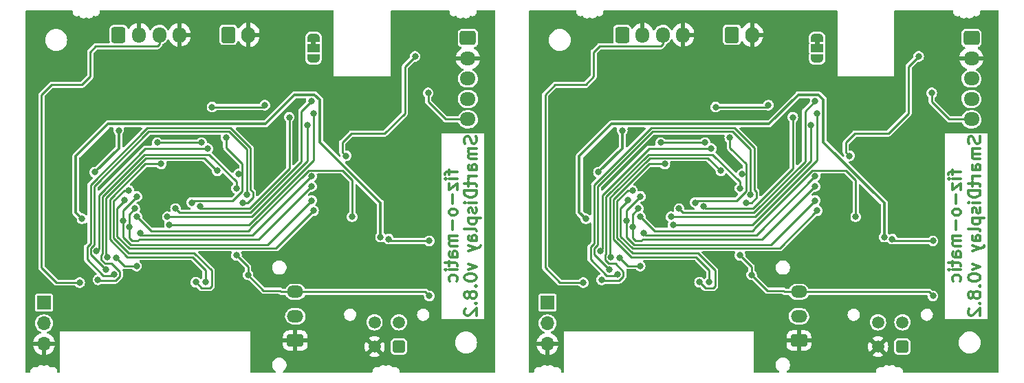
<source format=gbr>
%TF.GenerationSoftware,KiCad,Pcbnew,7.0.10*%
%TF.CreationDate,2024-01-03T22:03:13+01:00*%
%TF.ProjectId,SmartDisplay,536d6172-7444-4697-9370-6c61792e6b69,rev?*%
%TF.SameCoordinates,Original*%
%TF.FileFunction,Copper,L2,Bot*%
%TF.FilePolarity,Positive*%
%FSLAX46Y46*%
G04 Gerber Fmt 4.6, Leading zero omitted, Abs format (unit mm)*
G04 Created by KiCad (PCBNEW 7.0.10) date 2024-01-03 22:03:13*
%MOMM*%
%LPD*%
G01*
G04 APERTURE LIST*
G04 Aperture macros list*
%AMRoundRect*
0 Rectangle with rounded corners*
0 $1 Rounding radius*
0 $2 $3 $4 $5 $6 $7 $8 $9 X,Y pos of 4 corners*
0 Add a 4 corners polygon primitive as box body*
4,1,4,$2,$3,$4,$5,$6,$7,$8,$9,$2,$3,0*
0 Add four circle primitives for the rounded corners*
1,1,$1+$1,$2,$3*
1,1,$1+$1,$4,$5*
1,1,$1+$1,$6,$7*
1,1,$1+$1,$8,$9*
0 Add four rect primitives between the rounded corners*
20,1,$1+$1,$2,$3,$4,$5,0*
20,1,$1+$1,$4,$5,$6,$7,0*
20,1,$1+$1,$6,$7,$8,$9,0*
20,1,$1+$1,$8,$9,$2,$3,0*%
%AMFreePoly0*
4,1,19,0.550000,-0.750000,0.000000,-0.750000,0.000000,-0.744911,-0.071157,-0.744911,-0.207708,-0.704816,-0.327430,-0.627875,-0.420627,-0.520320,-0.479746,-0.390866,-0.500000,-0.250000,-0.500000,0.250000,-0.479746,0.390866,-0.420627,0.520320,-0.327430,0.627875,-0.207708,0.704816,-0.071157,0.744911,0.000000,0.744911,0.000000,0.750000,0.550000,0.750000,0.550000,-0.750000,0.550000,-0.750000,
$1*%
%AMFreePoly1*
4,1,19,0.000000,0.744911,0.071157,0.744911,0.207708,0.704816,0.327430,0.627875,0.420627,0.520320,0.479746,0.390866,0.500000,0.250000,0.500000,-0.250000,0.479746,-0.390866,0.420627,-0.520320,0.327430,-0.627875,0.207708,-0.704816,0.071157,-0.744911,0.000000,-0.744911,0.000000,-0.750000,-0.550000,-0.750000,-0.550000,0.750000,0.000000,0.750000,0.000000,0.744911,0.000000,0.744911,
$1*%
G04 Aperture macros list end*
%ADD10C,0.300000*%
%TA.AperFunction,NonConductor*%
%ADD11C,0.300000*%
%TD*%
%TA.AperFunction,ComponentPad*%
%ADD12RoundRect,0.250000X-0.600000X-0.750000X0.600000X-0.750000X0.600000X0.750000X-0.600000X0.750000X0*%
%TD*%
%TA.AperFunction,ComponentPad*%
%ADD13O,1.700000X2.000000*%
%TD*%
%TA.AperFunction,ComponentPad*%
%ADD14RoundRect,0.250000X-0.725000X0.600000X-0.725000X-0.600000X0.725000X-0.600000X0.725000X0.600000X0*%
%TD*%
%TA.AperFunction,ComponentPad*%
%ADD15O,1.950000X1.700000*%
%TD*%
%TA.AperFunction,ComponentPad*%
%ADD16RoundRect,0.250000X0.500000X0.500000X-0.500000X0.500000X-0.500000X-0.500000X0.500000X-0.500000X0*%
%TD*%
%TA.AperFunction,ComponentPad*%
%ADD17C,1.500000*%
%TD*%
%TA.AperFunction,ComponentPad*%
%ADD18RoundRect,0.250000X0.760000X-0.500000X0.760000X0.500000X-0.760000X0.500000X-0.760000X-0.500000X0*%
%TD*%
%TA.AperFunction,ComponentPad*%
%ADD19O,2.020000X1.500000*%
%TD*%
%TA.AperFunction,ComponentPad*%
%ADD20RoundRect,0.250000X-0.600000X-0.725000X0.600000X-0.725000X0.600000X0.725000X-0.600000X0.725000X0*%
%TD*%
%TA.AperFunction,ComponentPad*%
%ADD21O,1.700000X1.950000*%
%TD*%
%TA.AperFunction,ComponentPad*%
%ADD22R,1.700000X1.700000*%
%TD*%
%TA.AperFunction,ComponentPad*%
%ADD23O,1.700000X1.700000*%
%TD*%
%TA.AperFunction,SMDPad,CuDef*%
%ADD24FreePoly0,270.000000*%
%TD*%
%TA.AperFunction,SMDPad,CuDef*%
%ADD25R,1.500000X1.000000*%
%TD*%
%TA.AperFunction,SMDPad,CuDef*%
%ADD26FreePoly1,270.000000*%
%TD*%
%TA.AperFunction,ViaPad*%
%ADD27C,0.800000*%
%TD*%
%TA.AperFunction,Conductor*%
%ADD28C,0.250000*%
%TD*%
%TA.AperFunction,Conductor*%
%ADD29C,0.350000*%
%TD*%
G04 APERTURE END LIST*
D10*
D11*
X95762440Y-57290633D02*
X95762440Y-57862061D01*
X96762440Y-57504918D02*
X95476726Y-57504918D01*
X95476726Y-57504918D02*
X95333869Y-57576347D01*
X95333869Y-57576347D02*
X95262440Y-57719204D01*
X95262440Y-57719204D02*
X95262440Y-57862061D01*
X96762440Y-58362061D02*
X95762440Y-58362061D01*
X95262440Y-58362061D02*
X95333869Y-58290633D01*
X95333869Y-58290633D02*
X95405297Y-58362061D01*
X95405297Y-58362061D02*
X95333869Y-58433490D01*
X95333869Y-58433490D02*
X95262440Y-58362061D01*
X95262440Y-58362061D02*
X95405297Y-58362061D01*
X95762440Y-58933490D02*
X95762440Y-59719205D01*
X95762440Y-59719205D02*
X96762440Y-58933490D01*
X96762440Y-58933490D02*
X96762440Y-59719205D01*
X96191012Y-60290633D02*
X96191012Y-61433491D01*
X96762440Y-62362062D02*
X96691012Y-62219205D01*
X96691012Y-62219205D02*
X96619583Y-62147776D01*
X96619583Y-62147776D02*
X96476726Y-62076348D01*
X96476726Y-62076348D02*
X96048154Y-62076348D01*
X96048154Y-62076348D02*
X95905297Y-62147776D01*
X95905297Y-62147776D02*
X95833869Y-62219205D01*
X95833869Y-62219205D02*
X95762440Y-62362062D01*
X95762440Y-62362062D02*
X95762440Y-62576348D01*
X95762440Y-62576348D02*
X95833869Y-62719205D01*
X95833869Y-62719205D02*
X95905297Y-62790634D01*
X95905297Y-62790634D02*
X96048154Y-62862062D01*
X96048154Y-62862062D02*
X96476726Y-62862062D01*
X96476726Y-62862062D02*
X96619583Y-62790634D01*
X96619583Y-62790634D02*
X96691012Y-62719205D01*
X96691012Y-62719205D02*
X96762440Y-62576348D01*
X96762440Y-62576348D02*
X96762440Y-62362062D01*
X96191012Y-63504919D02*
X96191012Y-64647777D01*
X96762440Y-65362062D02*
X95762440Y-65362062D01*
X95905297Y-65362062D02*
X95833869Y-65433491D01*
X95833869Y-65433491D02*
X95762440Y-65576348D01*
X95762440Y-65576348D02*
X95762440Y-65790634D01*
X95762440Y-65790634D02*
X95833869Y-65933491D01*
X95833869Y-65933491D02*
X95976726Y-66004920D01*
X95976726Y-66004920D02*
X96762440Y-66004920D01*
X95976726Y-66004920D02*
X95833869Y-66076348D01*
X95833869Y-66076348D02*
X95762440Y-66219205D01*
X95762440Y-66219205D02*
X95762440Y-66433491D01*
X95762440Y-66433491D02*
X95833869Y-66576348D01*
X95833869Y-66576348D02*
X95976726Y-66647777D01*
X95976726Y-66647777D02*
X96762440Y-66647777D01*
X96762440Y-68004920D02*
X95976726Y-68004920D01*
X95976726Y-68004920D02*
X95833869Y-67933491D01*
X95833869Y-67933491D02*
X95762440Y-67790634D01*
X95762440Y-67790634D02*
X95762440Y-67504920D01*
X95762440Y-67504920D02*
X95833869Y-67362062D01*
X96691012Y-68004920D02*
X96762440Y-67862062D01*
X96762440Y-67862062D02*
X96762440Y-67504920D01*
X96762440Y-67504920D02*
X96691012Y-67362062D01*
X96691012Y-67362062D02*
X96548154Y-67290634D01*
X96548154Y-67290634D02*
X96405297Y-67290634D01*
X96405297Y-67290634D02*
X96262440Y-67362062D01*
X96262440Y-67362062D02*
X96191012Y-67504920D01*
X96191012Y-67504920D02*
X96191012Y-67862062D01*
X96191012Y-67862062D02*
X96119583Y-68004920D01*
X95762440Y-68504920D02*
X95762440Y-69076348D01*
X95262440Y-68719205D02*
X96548154Y-68719205D01*
X96548154Y-68719205D02*
X96691012Y-68790634D01*
X96691012Y-68790634D02*
X96762440Y-68933491D01*
X96762440Y-68933491D02*
X96762440Y-69076348D01*
X96762440Y-69576348D02*
X95762440Y-69576348D01*
X95262440Y-69576348D02*
X95333869Y-69504920D01*
X95333869Y-69504920D02*
X95405297Y-69576348D01*
X95405297Y-69576348D02*
X95333869Y-69647777D01*
X95333869Y-69647777D02*
X95262440Y-69576348D01*
X95262440Y-69576348D02*
X95405297Y-69576348D01*
X96691012Y-70933492D02*
X96762440Y-70790634D01*
X96762440Y-70790634D02*
X96762440Y-70504920D01*
X96762440Y-70504920D02*
X96691012Y-70362063D01*
X96691012Y-70362063D02*
X96619583Y-70290634D01*
X96619583Y-70290634D02*
X96476726Y-70219206D01*
X96476726Y-70219206D02*
X96048154Y-70219206D01*
X96048154Y-70219206D02*
X95905297Y-70290634D01*
X95905297Y-70290634D02*
X95833869Y-70362063D01*
X95833869Y-70362063D02*
X95762440Y-70504920D01*
X95762440Y-70504920D02*
X95762440Y-70790634D01*
X95762440Y-70790634D02*
X95833869Y-70933492D01*
X99106012Y-53147777D02*
X99177440Y-53362063D01*
X99177440Y-53362063D02*
X99177440Y-53719205D01*
X99177440Y-53719205D02*
X99106012Y-53862063D01*
X99106012Y-53862063D02*
X99034583Y-53933491D01*
X99034583Y-53933491D02*
X98891726Y-54004920D01*
X98891726Y-54004920D02*
X98748869Y-54004920D01*
X98748869Y-54004920D02*
X98606012Y-53933491D01*
X98606012Y-53933491D02*
X98534583Y-53862063D01*
X98534583Y-53862063D02*
X98463154Y-53719205D01*
X98463154Y-53719205D02*
X98391726Y-53433491D01*
X98391726Y-53433491D02*
X98320297Y-53290634D01*
X98320297Y-53290634D02*
X98248869Y-53219205D01*
X98248869Y-53219205D02*
X98106012Y-53147777D01*
X98106012Y-53147777D02*
X97963154Y-53147777D01*
X97963154Y-53147777D02*
X97820297Y-53219205D01*
X97820297Y-53219205D02*
X97748869Y-53290634D01*
X97748869Y-53290634D02*
X97677440Y-53433491D01*
X97677440Y-53433491D02*
X97677440Y-53790634D01*
X97677440Y-53790634D02*
X97748869Y-54004920D01*
X99177440Y-54647776D02*
X98177440Y-54647776D01*
X98320297Y-54647776D02*
X98248869Y-54719205D01*
X98248869Y-54719205D02*
X98177440Y-54862062D01*
X98177440Y-54862062D02*
X98177440Y-55076348D01*
X98177440Y-55076348D02*
X98248869Y-55219205D01*
X98248869Y-55219205D02*
X98391726Y-55290634D01*
X98391726Y-55290634D02*
X99177440Y-55290634D01*
X98391726Y-55290634D02*
X98248869Y-55362062D01*
X98248869Y-55362062D02*
X98177440Y-55504919D01*
X98177440Y-55504919D02*
X98177440Y-55719205D01*
X98177440Y-55719205D02*
X98248869Y-55862062D01*
X98248869Y-55862062D02*
X98391726Y-55933491D01*
X98391726Y-55933491D02*
X99177440Y-55933491D01*
X99177440Y-57290634D02*
X98391726Y-57290634D01*
X98391726Y-57290634D02*
X98248869Y-57219205D01*
X98248869Y-57219205D02*
X98177440Y-57076348D01*
X98177440Y-57076348D02*
X98177440Y-56790634D01*
X98177440Y-56790634D02*
X98248869Y-56647776D01*
X99106012Y-57290634D02*
X99177440Y-57147776D01*
X99177440Y-57147776D02*
X99177440Y-56790634D01*
X99177440Y-56790634D02*
X99106012Y-56647776D01*
X99106012Y-56647776D02*
X98963154Y-56576348D01*
X98963154Y-56576348D02*
X98820297Y-56576348D01*
X98820297Y-56576348D02*
X98677440Y-56647776D01*
X98677440Y-56647776D02*
X98606012Y-56790634D01*
X98606012Y-56790634D02*
X98606012Y-57147776D01*
X98606012Y-57147776D02*
X98534583Y-57290634D01*
X99177440Y-58004919D02*
X98177440Y-58004919D01*
X98463154Y-58004919D02*
X98320297Y-58076348D01*
X98320297Y-58076348D02*
X98248869Y-58147777D01*
X98248869Y-58147777D02*
X98177440Y-58290634D01*
X98177440Y-58290634D02*
X98177440Y-58433491D01*
X98177440Y-58719205D02*
X98177440Y-59290633D01*
X97677440Y-58933490D02*
X98963154Y-58933490D01*
X98963154Y-58933490D02*
X99106012Y-59004919D01*
X99106012Y-59004919D02*
X99177440Y-59147776D01*
X99177440Y-59147776D02*
X99177440Y-59290633D01*
X99177440Y-59790633D02*
X97677440Y-59790633D01*
X97677440Y-59790633D02*
X97677440Y-60147776D01*
X97677440Y-60147776D02*
X97748869Y-60362062D01*
X97748869Y-60362062D02*
X97891726Y-60504919D01*
X97891726Y-60504919D02*
X98034583Y-60576348D01*
X98034583Y-60576348D02*
X98320297Y-60647776D01*
X98320297Y-60647776D02*
X98534583Y-60647776D01*
X98534583Y-60647776D02*
X98820297Y-60576348D01*
X98820297Y-60576348D02*
X98963154Y-60504919D01*
X98963154Y-60504919D02*
X99106012Y-60362062D01*
X99106012Y-60362062D02*
X99177440Y-60147776D01*
X99177440Y-60147776D02*
X99177440Y-59790633D01*
X99177440Y-61290633D02*
X98177440Y-61290633D01*
X97677440Y-61290633D02*
X97748869Y-61219205D01*
X97748869Y-61219205D02*
X97820297Y-61290633D01*
X97820297Y-61290633D02*
X97748869Y-61362062D01*
X97748869Y-61362062D02*
X97677440Y-61290633D01*
X97677440Y-61290633D02*
X97820297Y-61290633D01*
X99106012Y-61933491D02*
X99177440Y-62076348D01*
X99177440Y-62076348D02*
X99177440Y-62362062D01*
X99177440Y-62362062D02*
X99106012Y-62504919D01*
X99106012Y-62504919D02*
X98963154Y-62576348D01*
X98963154Y-62576348D02*
X98891726Y-62576348D01*
X98891726Y-62576348D02*
X98748869Y-62504919D01*
X98748869Y-62504919D02*
X98677440Y-62362062D01*
X98677440Y-62362062D02*
X98677440Y-62147777D01*
X98677440Y-62147777D02*
X98606012Y-62004919D01*
X98606012Y-62004919D02*
X98463154Y-61933491D01*
X98463154Y-61933491D02*
X98391726Y-61933491D01*
X98391726Y-61933491D02*
X98248869Y-62004919D01*
X98248869Y-62004919D02*
X98177440Y-62147777D01*
X98177440Y-62147777D02*
X98177440Y-62362062D01*
X98177440Y-62362062D02*
X98248869Y-62504919D01*
X98177440Y-63219205D02*
X99677440Y-63219205D01*
X98248869Y-63219205D02*
X98177440Y-63362063D01*
X98177440Y-63362063D02*
X98177440Y-63647777D01*
X98177440Y-63647777D02*
X98248869Y-63790634D01*
X98248869Y-63790634D02*
X98320297Y-63862063D01*
X98320297Y-63862063D02*
X98463154Y-63933491D01*
X98463154Y-63933491D02*
X98891726Y-63933491D01*
X98891726Y-63933491D02*
X99034583Y-63862063D01*
X99034583Y-63862063D02*
X99106012Y-63790634D01*
X99106012Y-63790634D02*
X99177440Y-63647777D01*
X99177440Y-63647777D02*
X99177440Y-63362063D01*
X99177440Y-63362063D02*
X99106012Y-63219205D01*
X99177440Y-64790634D02*
X99106012Y-64647777D01*
X99106012Y-64647777D02*
X98963154Y-64576348D01*
X98963154Y-64576348D02*
X97677440Y-64576348D01*
X99177440Y-66004920D02*
X98391726Y-66004920D01*
X98391726Y-66004920D02*
X98248869Y-65933491D01*
X98248869Y-65933491D02*
X98177440Y-65790634D01*
X98177440Y-65790634D02*
X98177440Y-65504920D01*
X98177440Y-65504920D02*
X98248869Y-65362062D01*
X99106012Y-66004920D02*
X99177440Y-65862062D01*
X99177440Y-65862062D02*
X99177440Y-65504920D01*
X99177440Y-65504920D02*
X99106012Y-65362062D01*
X99106012Y-65362062D02*
X98963154Y-65290634D01*
X98963154Y-65290634D02*
X98820297Y-65290634D01*
X98820297Y-65290634D02*
X98677440Y-65362062D01*
X98677440Y-65362062D02*
X98606012Y-65504920D01*
X98606012Y-65504920D02*
X98606012Y-65862062D01*
X98606012Y-65862062D02*
X98534583Y-66004920D01*
X98177440Y-66576348D02*
X99177440Y-66933491D01*
X98177440Y-67290634D02*
X99177440Y-66933491D01*
X99177440Y-66933491D02*
X99534583Y-66790634D01*
X99534583Y-66790634D02*
X99606012Y-66719205D01*
X99606012Y-66719205D02*
X99677440Y-66576348D01*
X98177440Y-68862062D02*
X99177440Y-69219205D01*
X99177440Y-69219205D02*
X98177440Y-69576348D01*
X97677440Y-70433491D02*
X97677440Y-70576348D01*
X97677440Y-70576348D02*
X97748869Y-70719205D01*
X97748869Y-70719205D02*
X97820297Y-70790634D01*
X97820297Y-70790634D02*
X97963154Y-70862062D01*
X97963154Y-70862062D02*
X98248869Y-70933491D01*
X98248869Y-70933491D02*
X98606012Y-70933491D01*
X98606012Y-70933491D02*
X98891726Y-70862062D01*
X98891726Y-70862062D02*
X99034583Y-70790634D01*
X99034583Y-70790634D02*
X99106012Y-70719205D01*
X99106012Y-70719205D02*
X99177440Y-70576348D01*
X99177440Y-70576348D02*
X99177440Y-70433491D01*
X99177440Y-70433491D02*
X99106012Y-70290634D01*
X99106012Y-70290634D02*
X99034583Y-70219205D01*
X99034583Y-70219205D02*
X98891726Y-70147776D01*
X98891726Y-70147776D02*
X98606012Y-70076348D01*
X98606012Y-70076348D02*
X98248869Y-70076348D01*
X98248869Y-70076348D02*
X97963154Y-70147776D01*
X97963154Y-70147776D02*
X97820297Y-70219205D01*
X97820297Y-70219205D02*
X97748869Y-70290634D01*
X97748869Y-70290634D02*
X97677440Y-70433491D01*
X99034583Y-71576347D02*
X99106012Y-71647776D01*
X99106012Y-71647776D02*
X99177440Y-71576347D01*
X99177440Y-71576347D02*
X99106012Y-71504919D01*
X99106012Y-71504919D02*
X99034583Y-71576347D01*
X99034583Y-71576347D02*
X99177440Y-71576347D01*
X98320297Y-72504919D02*
X98248869Y-72362062D01*
X98248869Y-72362062D02*
X98177440Y-72290633D01*
X98177440Y-72290633D02*
X98034583Y-72219205D01*
X98034583Y-72219205D02*
X97963154Y-72219205D01*
X97963154Y-72219205D02*
X97820297Y-72290633D01*
X97820297Y-72290633D02*
X97748869Y-72362062D01*
X97748869Y-72362062D02*
X97677440Y-72504919D01*
X97677440Y-72504919D02*
X97677440Y-72790633D01*
X97677440Y-72790633D02*
X97748869Y-72933491D01*
X97748869Y-72933491D02*
X97820297Y-73004919D01*
X97820297Y-73004919D02*
X97963154Y-73076348D01*
X97963154Y-73076348D02*
X98034583Y-73076348D01*
X98034583Y-73076348D02*
X98177440Y-73004919D01*
X98177440Y-73004919D02*
X98248869Y-72933491D01*
X98248869Y-72933491D02*
X98320297Y-72790633D01*
X98320297Y-72790633D02*
X98320297Y-72504919D01*
X98320297Y-72504919D02*
X98391726Y-72362062D01*
X98391726Y-72362062D02*
X98463154Y-72290633D01*
X98463154Y-72290633D02*
X98606012Y-72219205D01*
X98606012Y-72219205D02*
X98891726Y-72219205D01*
X98891726Y-72219205D02*
X99034583Y-72290633D01*
X99034583Y-72290633D02*
X99106012Y-72362062D01*
X99106012Y-72362062D02*
X99177440Y-72504919D01*
X99177440Y-72504919D02*
X99177440Y-72790633D01*
X99177440Y-72790633D02*
X99106012Y-72933491D01*
X99106012Y-72933491D02*
X99034583Y-73004919D01*
X99034583Y-73004919D02*
X98891726Y-73076348D01*
X98891726Y-73076348D02*
X98606012Y-73076348D01*
X98606012Y-73076348D02*
X98463154Y-73004919D01*
X98463154Y-73004919D02*
X98391726Y-72933491D01*
X98391726Y-72933491D02*
X98320297Y-72790633D01*
X99034583Y-73719204D02*
X99106012Y-73790633D01*
X99106012Y-73790633D02*
X99177440Y-73719204D01*
X99177440Y-73719204D02*
X99106012Y-73647776D01*
X99106012Y-73647776D02*
X99034583Y-73719204D01*
X99034583Y-73719204D02*
X99177440Y-73719204D01*
X97820297Y-74362062D02*
X97748869Y-74433490D01*
X97748869Y-74433490D02*
X97677440Y-74576348D01*
X97677440Y-74576348D02*
X97677440Y-74933490D01*
X97677440Y-74933490D02*
X97748869Y-75076348D01*
X97748869Y-75076348D02*
X97820297Y-75147776D01*
X97820297Y-75147776D02*
X97963154Y-75219205D01*
X97963154Y-75219205D02*
X98106012Y-75219205D01*
X98106012Y-75219205D02*
X98320297Y-75147776D01*
X98320297Y-75147776D02*
X99177440Y-74290633D01*
X99177440Y-74290633D02*
X99177440Y-75219205D01*
D10*
D11*
X157762440Y-57290633D02*
X157762440Y-57862061D01*
X158762440Y-57504918D02*
X157476726Y-57504918D01*
X157476726Y-57504918D02*
X157333869Y-57576347D01*
X157333869Y-57576347D02*
X157262440Y-57719204D01*
X157262440Y-57719204D02*
X157262440Y-57862061D01*
X158762440Y-58362061D02*
X157762440Y-58362061D01*
X157262440Y-58362061D02*
X157333869Y-58290633D01*
X157333869Y-58290633D02*
X157405297Y-58362061D01*
X157405297Y-58362061D02*
X157333869Y-58433490D01*
X157333869Y-58433490D02*
X157262440Y-58362061D01*
X157262440Y-58362061D02*
X157405297Y-58362061D01*
X157762440Y-58933490D02*
X157762440Y-59719205D01*
X157762440Y-59719205D02*
X158762440Y-58933490D01*
X158762440Y-58933490D02*
X158762440Y-59719205D01*
X158191012Y-60290633D02*
X158191012Y-61433491D01*
X158762440Y-62362062D02*
X158691012Y-62219205D01*
X158691012Y-62219205D02*
X158619583Y-62147776D01*
X158619583Y-62147776D02*
X158476726Y-62076348D01*
X158476726Y-62076348D02*
X158048154Y-62076348D01*
X158048154Y-62076348D02*
X157905297Y-62147776D01*
X157905297Y-62147776D02*
X157833869Y-62219205D01*
X157833869Y-62219205D02*
X157762440Y-62362062D01*
X157762440Y-62362062D02*
X157762440Y-62576348D01*
X157762440Y-62576348D02*
X157833869Y-62719205D01*
X157833869Y-62719205D02*
X157905297Y-62790634D01*
X157905297Y-62790634D02*
X158048154Y-62862062D01*
X158048154Y-62862062D02*
X158476726Y-62862062D01*
X158476726Y-62862062D02*
X158619583Y-62790634D01*
X158619583Y-62790634D02*
X158691012Y-62719205D01*
X158691012Y-62719205D02*
X158762440Y-62576348D01*
X158762440Y-62576348D02*
X158762440Y-62362062D01*
X158191012Y-63504919D02*
X158191012Y-64647777D01*
X158762440Y-65362062D02*
X157762440Y-65362062D01*
X157905297Y-65362062D02*
X157833869Y-65433491D01*
X157833869Y-65433491D02*
X157762440Y-65576348D01*
X157762440Y-65576348D02*
X157762440Y-65790634D01*
X157762440Y-65790634D02*
X157833869Y-65933491D01*
X157833869Y-65933491D02*
X157976726Y-66004920D01*
X157976726Y-66004920D02*
X158762440Y-66004920D01*
X157976726Y-66004920D02*
X157833869Y-66076348D01*
X157833869Y-66076348D02*
X157762440Y-66219205D01*
X157762440Y-66219205D02*
X157762440Y-66433491D01*
X157762440Y-66433491D02*
X157833869Y-66576348D01*
X157833869Y-66576348D02*
X157976726Y-66647777D01*
X157976726Y-66647777D02*
X158762440Y-66647777D01*
X158762440Y-68004920D02*
X157976726Y-68004920D01*
X157976726Y-68004920D02*
X157833869Y-67933491D01*
X157833869Y-67933491D02*
X157762440Y-67790634D01*
X157762440Y-67790634D02*
X157762440Y-67504920D01*
X157762440Y-67504920D02*
X157833869Y-67362062D01*
X158691012Y-68004920D02*
X158762440Y-67862062D01*
X158762440Y-67862062D02*
X158762440Y-67504920D01*
X158762440Y-67504920D02*
X158691012Y-67362062D01*
X158691012Y-67362062D02*
X158548154Y-67290634D01*
X158548154Y-67290634D02*
X158405297Y-67290634D01*
X158405297Y-67290634D02*
X158262440Y-67362062D01*
X158262440Y-67362062D02*
X158191012Y-67504920D01*
X158191012Y-67504920D02*
X158191012Y-67862062D01*
X158191012Y-67862062D02*
X158119583Y-68004920D01*
X157762440Y-68504920D02*
X157762440Y-69076348D01*
X157262440Y-68719205D02*
X158548154Y-68719205D01*
X158548154Y-68719205D02*
X158691012Y-68790634D01*
X158691012Y-68790634D02*
X158762440Y-68933491D01*
X158762440Y-68933491D02*
X158762440Y-69076348D01*
X158762440Y-69576348D02*
X157762440Y-69576348D01*
X157262440Y-69576348D02*
X157333869Y-69504920D01*
X157333869Y-69504920D02*
X157405297Y-69576348D01*
X157405297Y-69576348D02*
X157333869Y-69647777D01*
X157333869Y-69647777D02*
X157262440Y-69576348D01*
X157262440Y-69576348D02*
X157405297Y-69576348D01*
X158691012Y-70933492D02*
X158762440Y-70790634D01*
X158762440Y-70790634D02*
X158762440Y-70504920D01*
X158762440Y-70504920D02*
X158691012Y-70362063D01*
X158691012Y-70362063D02*
X158619583Y-70290634D01*
X158619583Y-70290634D02*
X158476726Y-70219206D01*
X158476726Y-70219206D02*
X158048154Y-70219206D01*
X158048154Y-70219206D02*
X157905297Y-70290634D01*
X157905297Y-70290634D02*
X157833869Y-70362063D01*
X157833869Y-70362063D02*
X157762440Y-70504920D01*
X157762440Y-70504920D02*
X157762440Y-70790634D01*
X157762440Y-70790634D02*
X157833869Y-70933492D01*
X161106012Y-53147777D02*
X161177440Y-53362063D01*
X161177440Y-53362063D02*
X161177440Y-53719205D01*
X161177440Y-53719205D02*
X161106012Y-53862063D01*
X161106012Y-53862063D02*
X161034583Y-53933491D01*
X161034583Y-53933491D02*
X160891726Y-54004920D01*
X160891726Y-54004920D02*
X160748869Y-54004920D01*
X160748869Y-54004920D02*
X160606012Y-53933491D01*
X160606012Y-53933491D02*
X160534583Y-53862063D01*
X160534583Y-53862063D02*
X160463154Y-53719205D01*
X160463154Y-53719205D02*
X160391726Y-53433491D01*
X160391726Y-53433491D02*
X160320297Y-53290634D01*
X160320297Y-53290634D02*
X160248869Y-53219205D01*
X160248869Y-53219205D02*
X160106012Y-53147777D01*
X160106012Y-53147777D02*
X159963154Y-53147777D01*
X159963154Y-53147777D02*
X159820297Y-53219205D01*
X159820297Y-53219205D02*
X159748869Y-53290634D01*
X159748869Y-53290634D02*
X159677440Y-53433491D01*
X159677440Y-53433491D02*
X159677440Y-53790634D01*
X159677440Y-53790634D02*
X159748869Y-54004920D01*
X161177440Y-54647776D02*
X160177440Y-54647776D01*
X160320297Y-54647776D02*
X160248869Y-54719205D01*
X160248869Y-54719205D02*
X160177440Y-54862062D01*
X160177440Y-54862062D02*
X160177440Y-55076348D01*
X160177440Y-55076348D02*
X160248869Y-55219205D01*
X160248869Y-55219205D02*
X160391726Y-55290634D01*
X160391726Y-55290634D02*
X161177440Y-55290634D01*
X160391726Y-55290634D02*
X160248869Y-55362062D01*
X160248869Y-55362062D02*
X160177440Y-55504919D01*
X160177440Y-55504919D02*
X160177440Y-55719205D01*
X160177440Y-55719205D02*
X160248869Y-55862062D01*
X160248869Y-55862062D02*
X160391726Y-55933491D01*
X160391726Y-55933491D02*
X161177440Y-55933491D01*
X161177440Y-57290634D02*
X160391726Y-57290634D01*
X160391726Y-57290634D02*
X160248869Y-57219205D01*
X160248869Y-57219205D02*
X160177440Y-57076348D01*
X160177440Y-57076348D02*
X160177440Y-56790634D01*
X160177440Y-56790634D02*
X160248869Y-56647776D01*
X161106012Y-57290634D02*
X161177440Y-57147776D01*
X161177440Y-57147776D02*
X161177440Y-56790634D01*
X161177440Y-56790634D02*
X161106012Y-56647776D01*
X161106012Y-56647776D02*
X160963154Y-56576348D01*
X160963154Y-56576348D02*
X160820297Y-56576348D01*
X160820297Y-56576348D02*
X160677440Y-56647776D01*
X160677440Y-56647776D02*
X160606012Y-56790634D01*
X160606012Y-56790634D02*
X160606012Y-57147776D01*
X160606012Y-57147776D02*
X160534583Y-57290634D01*
X161177440Y-58004919D02*
X160177440Y-58004919D01*
X160463154Y-58004919D02*
X160320297Y-58076348D01*
X160320297Y-58076348D02*
X160248869Y-58147777D01*
X160248869Y-58147777D02*
X160177440Y-58290634D01*
X160177440Y-58290634D02*
X160177440Y-58433491D01*
X160177440Y-58719205D02*
X160177440Y-59290633D01*
X159677440Y-58933490D02*
X160963154Y-58933490D01*
X160963154Y-58933490D02*
X161106012Y-59004919D01*
X161106012Y-59004919D02*
X161177440Y-59147776D01*
X161177440Y-59147776D02*
X161177440Y-59290633D01*
X161177440Y-59790633D02*
X159677440Y-59790633D01*
X159677440Y-59790633D02*
X159677440Y-60147776D01*
X159677440Y-60147776D02*
X159748869Y-60362062D01*
X159748869Y-60362062D02*
X159891726Y-60504919D01*
X159891726Y-60504919D02*
X160034583Y-60576348D01*
X160034583Y-60576348D02*
X160320297Y-60647776D01*
X160320297Y-60647776D02*
X160534583Y-60647776D01*
X160534583Y-60647776D02*
X160820297Y-60576348D01*
X160820297Y-60576348D02*
X160963154Y-60504919D01*
X160963154Y-60504919D02*
X161106012Y-60362062D01*
X161106012Y-60362062D02*
X161177440Y-60147776D01*
X161177440Y-60147776D02*
X161177440Y-59790633D01*
X161177440Y-61290633D02*
X160177440Y-61290633D01*
X159677440Y-61290633D02*
X159748869Y-61219205D01*
X159748869Y-61219205D02*
X159820297Y-61290633D01*
X159820297Y-61290633D02*
X159748869Y-61362062D01*
X159748869Y-61362062D02*
X159677440Y-61290633D01*
X159677440Y-61290633D02*
X159820297Y-61290633D01*
X161106012Y-61933491D02*
X161177440Y-62076348D01*
X161177440Y-62076348D02*
X161177440Y-62362062D01*
X161177440Y-62362062D02*
X161106012Y-62504919D01*
X161106012Y-62504919D02*
X160963154Y-62576348D01*
X160963154Y-62576348D02*
X160891726Y-62576348D01*
X160891726Y-62576348D02*
X160748869Y-62504919D01*
X160748869Y-62504919D02*
X160677440Y-62362062D01*
X160677440Y-62362062D02*
X160677440Y-62147777D01*
X160677440Y-62147777D02*
X160606012Y-62004919D01*
X160606012Y-62004919D02*
X160463154Y-61933491D01*
X160463154Y-61933491D02*
X160391726Y-61933491D01*
X160391726Y-61933491D02*
X160248869Y-62004919D01*
X160248869Y-62004919D02*
X160177440Y-62147777D01*
X160177440Y-62147777D02*
X160177440Y-62362062D01*
X160177440Y-62362062D02*
X160248869Y-62504919D01*
X160177440Y-63219205D02*
X161677440Y-63219205D01*
X160248869Y-63219205D02*
X160177440Y-63362063D01*
X160177440Y-63362063D02*
X160177440Y-63647777D01*
X160177440Y-63647777D02*
X160248869Y-63790634D01*
X160248869Y-63790634D02*
X160320297Y-63862063D01*
X160320297Y-63862063D02*
X160463154Y-63933491D01*
X160463154Y-63933491D02*
X160891726Y-63933491D01*
X160891726Y-63933491D02*
X161034583Y-63862063D01*
X161034583Y-63862063D02*
X161106012Y-63790634D01*
X161106012Y-63790634D02*
X161177440Y-63647777D01*
X161177440Y-63647777D02*
X161177440Y-63362063D01*
X161177440Y-63362063D02*
X161106012Y-63219205D01*
X161177440Y-64790634D02*
X161106012Y-64647777D01*
X161106012Y-64647777D02*
X160963154Y-64576348D01*
X160963154Y-64576348D02*
X159677440Y-64576348D01*
X161177440Y-66004920D02*
X160391726Y-66004920D01*
X160391726Y-66004920D02*
X160248869Y-65933491D01*
X160248869Y-65933491D02*
X160177440Y-65790634D01*
X160177440Y-65790634D02*
X160177440Y-65504920D01*
X160177440Y-65504920D02*
X160248869Y-65362062D01*
X161106012Y-66004920D02*
X161177440Y-65862062D01*
X161177440Y-65862062D02*
X161177440Y-65504920D01*
X161177440Y-65504920D02*
X161106012Y-65362062D01*
X161106012Y-65362062D02*
X160963154Y-65290634D01*
X160963154Y-65290634D02*
X160820297Y-65290634D01*
X160820297Y-65290634D02*
X160677440Y-65362062D01*
X160677440Y-65362062D02*
X160606012Y-65504920D01*
X160606012Y-65504920D02*
X160606012Y-65862062D01*
X160606012Y-65862062D02*
X160534583Y-66004920D01*
X160177440Y-66576348D02*
X161177440Y-66933491D01*
X160177440Y-67290634D02*
X161177440Y-66933491D01*
X161177440Y-66933491D02*
X161534583Y-66790634D01*
X161534583Y-66790634D02*
X161606012Y-66719205D01*
X161606012Y-66719205D02*
X161677440Y-66576348D01*
X160177440Y-68862062D02*
X161177440Y-69219205D01*
X161177440Y-69219205D02*
X160177440Y-69576348D01*
X159677440Y-70433491D02*
X159677440Y-70576348D01*
X159677440Y-70576348D02*
X159748869Y-70719205D01*
X159748869Y-70719205D02*
X159820297Y-70790634D01*
X159820297Y-70790634D02*
X159963154Y-70862062D01*
X159963154Y-70862062D02*
X160248869Y-70933491D01*
X160248869Y-70933491D02*
X160606012Y-70933491D01*
X160606012Y-70933491D02*
X160891726Y-70862062D01*
X160891726Y-70862062D02*
X161034583Y-70790634D01*
X161034583Y-70790634D02*
X161106012Y-70719205D01*
X161106012Y-70719205D02*
X161177440Y-70576348D01*
X161177440Y-70576348D02*
X161177440Y-70433491D01*
X161177440Y-70433491D02*
X161106012Y-70290634D01*
X161106012Y-70290634D02*
X161034583Y-70219205D01*
X161034583Y-70219205D02*
X160891726Y-70147776D01*
X160891726Y-70147776D02*
X160606012Y-70076348D01*
X160606012Y-70076348D02*
X160248869Y-70076348D01*
X160248869Y-70076348D02*
X159963154Y-70147776D01*
X159963154Y-70147776D02*
X159820297Y-70219205D01*
X159820297Y-70219205D02*
X159748869Y-70290634D01*
X159748869Y-70290634D02*
X159677440Y-70433491D01*
X161034583Y-71576347D02*
X161106012Y-71647776D01*
X161106012Y-71647776D02*
X161177440Y-71576347D01*
X161177440Y-71576347D02*
X161106012Y-71504919D01*
X161106012Y-71504919D02*
X161034583Y-71576347D01*
X161034583Y-71576347D02*
X161177440Y-71576347D01*
X160320297Y-72504919D02*
X160248869Y-72362062D01*
X160248869Y-72362062D02*
X160177440Y-72290633D01*
X160177440Y-72290633D02*
X160034583Y-72219205D01*
X160034583Y-72219205D02*
X159963154Y-72219205D01*
X159963154Y-72219205D02*
X159820297Y-72290633D01*
X159820297Y-72290633D02*
X159748869Y-72362062D01*
X159748869Y-72362062D02*
X159677440Y-72504919D01*
X159677440Y-72504919D02*
X159677440Y-72790633D01*
X159677440Y-72790633D02*
X159748869Y-72933491D01*
X159748869Y-72933491D02*
X159820297Y-73004919D01*
X159820297Y-73004919D02*
X159963154Y-73076348D01*
X159963154Y-73076348D02*
X160034583Y-73076348D01*
X160034583Y-73076348D02*
X160177440Y-73004919D01*
X160177440Y-73004919D02*
X160248869Y-72933491D01*
X160248869Y-72933491D02*
X160320297Y-72790633D01*
X160320297Y-72790633D02*
X160320297Y-72504919D01*
X160320297Y-72504919D02*
X160391726Y-72362062D01*
X160391726Y-72362062D02*
X160463154Y-72290633D01*
X160463154Y-72290633D02*
X160606012Y-72219205D01*
X160606012Y-72219205D02*
X160891726Y-72219205D01*
X160891726Y-72219205D02*
X161034583Y-72290633D01*
X161034583Y-72290633D02*
X161106012Y-72362062D01*
X161106012Y-72362062D02*
X161177440Y-72504919D01*
X161177440Y-72504919D02*
X161177440Y-72790633D01*
X161177440Y-72790633D02*
X161106012Y-72933491D01*
X161106012Y-72933491D02*
X161034583Y-73004919D01*
X161034583Y-73004919D02*
X160891726Y-73076348D01*
X160891726Y-73076348D02*
X160606012Y-73076348D01*
X160606012Y-73076348D02*
X160463154Y-73004919D01*
X160463154Y-73004919D02*
X160391726Y-72933491D01*
X160391726Y-72933491D02*
X160320297Y-72790633D01*
X161034583Y-73719204D02*
X161106012Y-73790633D01*
X161106012Y-73790633D02*
X161177440Y-73719204D01*
X161177440Y-73719204D02*
X161106012Y-73647776D01*
X161106012Y-73647776D02*
X161034583Y-73719204D01*
X161034583Y-73719204D02*
X161177440Y-73719204D01*
X159820297Y-74362062D02*
X159748869Y-74433490D01*
X159748869Y-74433490D02*
X159677440Y-74576348D01*
X159677440Y-74576348D02*
X159677440Y-74933490D01*
X159677440Y-74933490D02*
X159748869Y-75076348D01*
X159748869Y-75076348D02*
X159820297Y-75147776D01*
X159820297Y-75147776D02*
X159963154Y-75219205D01*
X159963154Y-75219205D02*
X160106012Y-75219205D01*
X160106012Y-75219205D02*
X160320297Y-75147776D01*
X160320297Y-75147776D02*
X161177440Y-74290633D01*
X161177440Y-74290633D02*
X161177440Y-75219205D01*
%TA.AperFunction,EtchedComponent*%
%TO.C,JP3*%
G36*
X79391612Y-41883491D02*
G01*
X78791612Y-41883491D01*
X78791612Y-41383491D01*
X79391612Y-41383491D01*
X79391612Y-41883491D01*
G37*
%TD.AperFunction*%
%TA.AperFunction,EtchedComponent*%
G36*
X141391612Y-41883491D02*
G01*
X140791612Y-41883491D01*
X140791612Y-41383491D01*
X141391612Y-41383491D01*
X141391612Y-41883491D01*
G37*
%TD.AperFunction*%
%TD*%
D12*
%TO.P,J7,1,Pin_1*%
%TO.N,Net-(J7-Pin_1)*%
X68591612Y-40627491D03*
D13*
%TO.P,J7,2,Pin_2*%
%TO.N,GND*%
X71091612Y-40627491D03*
%TD*%
D14*
%TO.P,J2,1,Pin_1*%
%TO.N,+3V3*%
X98091612Y-41033491D03*
D15*
%TO.P,J2,2,Pin_2*%
%TO.N,GND*%
X98091612Y-43533491D03*
%TO.P,J2,3,Pin_3*%
%TO.N,RXD*%
X98091612Y-46033491D03*
%TO.P,J2,4,Pin_4*%
%TO.N,TXD*%
X98091612Y-48533491D03*
%TO.P,J2,5,Pin_5*%
%TO.N,Net-(J2-Pin_5)*%
X98091612Y-51033491D03*
%TD*%
D16*
%TO.P,J8,1,Pin_1*%
%TO.N,+5V*%
X89591612Y-79033491D03*
D17*
%TO.P,J8,2,Pin_2*%
%TO.N,GND*%
X86591612Y-79033491D03*
%TO.P,J8,3,Pin_3*%
%TO.N,CANL*%
X89591612Y-76033491D03*
%TO.P,J8,4,Pin_4*%
%TO.N,CANH*%
X86591612Y-76033491D03*
%TD*%
D18*
%TO.P,J6,1,Pin_1*%
%TO.N,GND*%
X76841612Y-78283491D03*
D19*
%TO.P,J6,2,Pin_2*%
%TO.N,1WIRE*%
X76841612Y-75283491D03*
%TO.P,J6,3,Pin_3*%
%TO.N,+3V3*%
X76841612Y-72283491D03*
%TD*%
D20*
%TO.P,J1,1,Pin_1*%
%TO.N,+12V*%
X55091612Y-40627491D03*
D21*
%TO.P,J1,2,Pin_2*%
%TO.N,GND*%
X57591612Y-40627491D03*
%TO.P,J1,3,Pin_3*%
%TO.N,INSTR.BEL*%
X60091612Y-40627491D03*
%TO.P,J1,4,Pin_4*%
%TO.N,GND*%
X62591612Y-40627491D03*
%TD*%
D16*
%TO.P,J8,1,Pin_1*%
%TO.N,+5V*%
X151591612Y-79033491D03*
D17*
%TO.P,J8,2,Pin_2*%
%TO.N,GND*%
X148591612Y-79033491D03*
%TO.P,J8,3,Pin_3*%
%TO.N,CANL*%
X151591612Y-76033491D03*
%TO.P,J8,4,Pin_4*%
%TO.N,CANH*%
X148591612Y-76033491D03*
%TD*%
D18*
%TO.P,J6,1,Pin_1*%
%TO.N,GND*%
X138841612Y-78283491D03*
D19*
%TO.P,J6,2,Pin_2*%
%TO.N,1WIRE*%
X138841612Y-75283491D03*
%TO.P,J6,3,Pin_3*%
%TO.N,+3V3*%
X138841612Y-72283491D03*
%TD*%
D20*
%TO.P,J1,1,Pin_1*%
%TO.N,+12V*%
X117091612Y-40627491D03*
D21*
%TO.P,J1,2,Pin_2*%
%TO.N,GND*%
X119591612Y-40627491D03*
%TO.P,J1,3,Pin_3*%
%TO.N,INSTR.BEL*%
X122091612Y-40627491D03*
%TO.P,J1,4,Pin_4*%
%TO.N,GND*%
X124591612Y-40627491D03*
%TD*%
D22*
%TO.P,J3,1,Pin_1*%
%TO.N,+3V3*%
X107901612Y-73613491D03*
D23*
%TO.P,J3,2,Pin_2*%
%TO.N,UPDI*%
X107901612Y-76153491D03*
%TO.P,J3,3,Pin_3*%
%TO.N,GND*%
X107901612Y-78693491D03*
%TD*%
D14*
%TO.P,J2,1,Pin_1*%
%TO.N,+3V3*%
X160091612Y-41033491D03*
D15*
%TO.P,J2,2,Pin_2*%
%TO.N,GND*%
X160091612Y-43533491D03*
%TO.P,J2,3,Pin_3*%
%TO.N,RXD*%
X160091612Y-46033491D03*
%TO.P,J2,4,Pin_4*%
%TO.N,TXD*%
X160091612Y-48533491D03*
%TO.P,J2,5,Pin_5*%
%TO.N,Net-(J2-Pin_5)*%
X160091612Y-51033491D03*
%TD*%
D22*
%TO.P,J3,1,Pin_1*%
%TO.N,+3V3*%
X45901612Y-73613491D03*
D23*
%TO.P,J3,2,Pin_2*%
%TO.N,UPDI*%
X45901612Y-76153491D03*
%TO.P,J3,3,Pin_3*%
%TO.N,GND*%
X45901612Y-78693491D03*
%TD*%
D12*
%TO.P,J7,1,Pin_1*%
%TO.N,Net-(J7-Pin_1)*%
X130591612Y-40627491D03*
D13*
%TO.P,J7,2,Pin_2*%
%TO.N,GND*%
X133091612Y-40627491D03*
%TD*%
D24*
%TO.P,JP3,1,1*%
%TO.N,Net-(U5-RF_OUT)*%
X79091612Y-40983491D03*
D25*
%TO.P,JP3,2,2*%
%TO.N,Net-(U5-RF_IN)*%
X79091612Y-42283491D03*
D26*
%TO.P,JP3,3,3*%
%TO.N,Net-(X1-SIGNAL)*%
X79091612Y-43583491D03*
%TD*%
D24*
%TO.P,JP3,1,1*%
%TO.N,Net-(U5-RF_OUT)*%
X141091612Y-40983491D03*
D25*
%TO.P,JP3,2,2*%
%TO.N,Net-(U5-RF_IN)*%
X141091612Y-42283491D03*
D26*
%TO.P,JP3,3,3*%
%TO.N,Net-(X1-SIGNAL)*%
X141091612Y-43583491D03*
%TD*%
D27*
%TO.N,GND*%
X50841612Y-58783491D03*
X151091612Y-73783491D03*
X58891612Y-58383491D03*
X69091612Y-57033491D03*
X56841612Y-43283491D03*
X138841612Y-49533491D03*
X129841612Y-58533491D03*
X120891612Y-58383491D03*
X94091612Y-69283491D03*
X92091612Y-63783491D03*
X78341612Y-47033491D03*
X76841612Y-49533491D03*
X131091612Y-57033491D03*
X140341612Y-47033491D03*
X118591612Y-50033491D03*
X67841612Y-58533491D03*
X91091612Y-38783491D03*
X153091612Y-38783491D03*
X56341612Y-52783491D03*
X51601612Y-49393491D03*
X112841612Y-58783491D03*
X56591612Y-50033491D03*
X156091612Y-69283491D03*
X154091612Y-63783491D03*
X118341612Y-52783491D03*
X53091612Y-43283491D03*
X113601612Y-49393491D03*
X124891612Y-60383491D03*
X118841612Y-43283491D03*
X89091612Y-73783491D03*
X115091612Y-43283491D03*
X72341612Y-67783491D03*
X134341612Y-67783491D03*
X62891612Y-60383491D03*
%TO.N,Net-(J2-Pin_5)*%
X155201612Y-47793491D03*
X93201612Y-47793491D03*
%TO.N,SCK*%
X140841612Y-59283491D03*
X118366611Y-64308490D03*
X78841612Y-59283491D03*
X119091612Y-62033491D03*
X57091612Y-62033491D03*
X56366611Y-64308490D03*
%TO.N,MOSI*%
X55625076Y-63566955D03*
X78841612Y-61033491D03*
X57341612Y-60533491D03*
X119341612Y-60533491D03*
X140841612Y-61033491D03*
X117625076Y-63566955D03*
%TO.N,MISO*%
X116777112Y-68093491D03*
X141091612Y-62283491D03*
X55828959Y-61020838D03*
X119301612Y-69093491D03*
X57301612Y-69093491D03*
X79091612Y-62283491D03*
X54777112Y-68093491D03*
X117828959Y-61020838D03*
%TO.N,+5V*%
X87341612Y-65533491D03*
X112591612Y-63283491D03*
X50591612Y-63283491D03*
X149341612Y-65533491D03*
%TO.N,RESET*%
X91591612Y-43283491D03*
X145091612Y-55533491D03*
X153591612Y-43283491D03*
X83091612Y-55533491D03*
%TO.N,SCL*%
X64601612Y-71093491D03*
X126601612Y-71093491D03*
X56341612Y-59783491D03*
X118341612Y-59783491D03*
%TO.N,SDA*%
X127801612Y-71093491D03*
X65801612Y-71093491D03*
X122341612Y-56533491D03*
X60341612Y-56533491D03*
%TO.N,KEY*%
X76091612Y-50783491D03*
X65091612Y-61783491D03*
X127091612Y-61783491D03*
X138091612Y-50783491D03*
%TO.N,Net-(D2-K)*%
X55101612Y-52393491D03*
X52160754Y-57552633D03*
X117101612Y-52393491D03*
X114160754Y-57552633D03*
%TO.N,INSTR.BEL*%
X112301612Y-71143491D03*
X50301612Y-71143491D03*
%TO.N,D22*%
X132341612Y-61283491D03*
X116501612Y-70093491D03*
X70341612Y-61283491D03*
X54501612Y-70093491D03*
%TO.N,D23*%
X70892243Y-60322260D03*
X132892243Y-60322260D03*
X53501612Y-69543491D03*
X115501612Y-69543491D03*
%TO.N,D24*%
X69591612Y-59533491D03*
X131591612Y-59533491D03*
X52551612Y-70793491D03*
X114551612Y-70793491D03*
%TO.N,D25*%
X129240460Y-57384643D03*
X67240460Y-57384643D03*
X115678885Y-68019862D03*
X53678885Y-68019862D03*
%TO.N,INT_CAN*%
X78841612Y-58033491D03*
X140841612Y-58033491D03*
X119746175Y-65058491D03*
X57746175Y-65058491D03*
%TO.N,SS*%
X83841612Y-63033491D03*
X145841612Y-63033491D03*
X57341612Y-63033491D03*
X119341612Y-63033491D03*
%TO.N,UPDI*%
X128058892Y-54633480D03*
X52375537Y-67256345D03*
X66058892Y-54633480D03*
X114375537Y-67256345D03*
%TO.N,Net-(U5-RF_OUT)*%
X79216614Y-40983491D03*
X141216614Y-40983491D03*
%TO.N,+3V3*%
X131591612Y-67783491D03*
X73091612Y-49283491D03*
X121841612Y-53908480D03*
X66591612Y-49533491D03*
X133023612Y-70193491D03*
X128591612Y-49533491D03*
X59841612Y-53908480D03*
X93341612Y-72783491D03*
X71023612Y-70193491D03*
X69591612Y-67783491D03*
X135091612Y-49283491D03*
X127291857Y-53908480D03*
X65291857Y-53908480D03*
X155341612Y-72783491D03*
%TO.N,Net-(U5-RF_IN)*%
X141091612Y-42283491D03*
X79091612Y-42283491D03*
%TO.N,Net-(X1-SIGNAL)*%
X141091612Y-43583491D03*
X79091612Y-43583491D03*
%TO.N,GPS_RXD*%
X140341612Y-51783491D03*
X123091612Y-63033491D03*
X78341612Y-51783491D03*
X61091612Y-63033491D03*
%TO.N,GPS_TXD*%
X61341612Y-64033491D03*
X123341612Y-64033491D03*
X79091612Y-50283491D03*
X141091612Y-50283491D03*
%TO.N,GPS_RESET*%
X78841612Y-48783491D03*
X62091612Y-62033491D03*
X124091612Y-62033491D03*
X140841612Y-48783491D03*
%TO.N,Net-(U3-RXCAN)*%
X150341612Y-65783491D03*
X93341612Y-66008491D03*
X155341612Y-66008491D03*
X88341612Y-65783491D03*
%TO.N,A4*%
X126091612Y-61283491D03*
X131841612Y-57783491D03*
X69841612Y-57783491D03*
X68341612Y-53283491D03*
X64091612Y-61283491D03*
X130341612Y-53283491D03*
%TD*%
D28*
%TO.N,GND*%
X124935612Y-41439491D02*
X124935612Y-40627491D01*
X62935612Y-41439491D02*
X62935612Y-40627491D01*
%TO.N,Net-(J2-Pin_5)*%
X93201612Y-48893491D02*
X95341612Y-51033491D01*
X155201612Y-47793491D02*
X155201612Y-48893491D01*
X93201612Y-47793491D02*
X93201612Y-48893491D01*
X95341612Y-51033491D02*
X98091612Y-51033491D01*
X157341612Y-51033491D02*
X160091612Y-51033491D01*
X155201612Y-48893491D02*
X157341612Y-51033491D01*
%TO.N,SCK*%
X118366611Y-65631492D02*
X118366611Y-64508492D01*
X118743611Y-66008492D02*
X118366611Y-65631492D01*
X56743611Y-66008492D02*
X56366611Y-65631492D01*
X56366611Y-64508492D02*
X56366611Y-64308490D01*
X118366611Y-64308490D02*
X118366611Y-62758492D01*
X140841612Y-59283491D02*
X134341612Y-65783491D01*
X118366611Y-62758492D02*
X119091612Y-62033491D01*
X119439613Y-66008492D02*
X118743611Y-66008492D01*
X57664614Y-65783491D02*
X57439613Y-66008492D01*
X78841612Y-59283491D02*
X72341612Y-65783491D01*
X118366611Y-64508492D02*
X118366611Y-64308490D01*
X56366611Y-65631492D02*
X56366611Y-64508492D01*
X119664614Y-65783491D02*
X119439613Y-66008492D01*
X56366611Y-64308490D02*
X56366611Y-62758492D01*
X57439613Y-66008492D02*
X56743611Y-66008492D01*
X134341612Y-65783491D02*
X119664614Y-65783491D01*
X72341612Y-65783491D02*
X57664614Y-65783491D01*
X56366611Y-62758492D02*
X57091612Y-62033491D01*
%TO.N,MOSI*%
X117625076Y-63837576D02*
X117625076Y-65526367D01*
X55625076Y-63566955D02*
X55625076Y-62250027D01*
X117916601Y-61958502D02*
X119341612Y-60533491D01*
X55625076Y-63837576D02*
X55625076Y-65526367D01*
X55916601Y-61958502D02*
X57341612Y-60533491D01*
X117625076Y-62250027D02*
X117916601Y-61958502D01*
X55625076Y-65526367D02*
X56557211Y-66458502D01*
X56557211Y-66458502D02*
X73416601Y-66458502D01*
X55625076Y-63837576D02*
X55625076Y-63566955D01*
X117625076Y-63837576D02*
X117625076Y-63566955D01*
X117625076Y-63566955D02*
X117625076Y-62250027D01*
X78841612Y-61033491D02*
X73416601Y-66458502D01*
X118557211Y-66458502D02*
X135416601Y-66458502D01*
X140841612Y-61033491D02*
X135416601Y-66458502D01*
X55625076Y-62250027D02*
X55916601Y-61958502D01*
X117625076Y-65526367D02*
X118557211Y-66458502D01*
%TO.N,MISO*%
X54900075Y-61975028D02*
X55828959Y-61046144D01*
X56370809Y-66908510D02*
X54900075Y-65437776D01*
X79091612Y-62283491D02*
X74466593Y-66908510D01*
X117828959Y-61046144D02*
X117828959Y-61020838D01*
X116900075Y-65437776D02*
X116900075Y-61975028D01*
X54900075Y-65437776D02*
X54900075Y-61975028D01*
X55828959Y-61046144D02*
X55828959Y-61020838D01*
X54777112Y-68093491D02*
X55777112Y-69093491D01*
X55777112Y-69093491D02*
X57301612Y-69093491D01*
X116900075Y-61975028D02*
X117828959Y-61046144D01*
X74466593Y-66908510D02*
X56370809Y-66908510D01*
X116777112Y-68093491D02*
X117777112Y-69093491D01*
X136466593Y-66908510D02*
X118370809Y-66908510D01*
X117777112Y-69093491D02*
X119301612Y-69093491D01*
X141091612Y-62283491D02*
X136466593Y-66908510D01*
X118370809Y-66908510D02*
X116900075Y-65437776D01*
D29*
%TO.N,+5V*%
X53787132Y-51608472D02*
X72416593Y-51608472D01*
X79866613Y-53851372D02*
X87341612Y-61326371D01*
X141213613Y-48008490D02*
X141866613Y-48661490D01*
X73166593Y-51608472D02*
X76766575Y-48008490D01*
X111816611Y-55578993D02*
X115787132Y-51608472D01*
X79866613Y-48661490D02*
X79866613Y-53851372D01*
X138766575Y-48008490D02*
X141213613Y-48008490D01*
X134416593Y-51608472D02*
X135166593Y-51608472D01*
X49816611Y-55578993D02*
X53787132Y-51608472D01*
X72416593Y-51608472D02*
X73166593Y-51608472D01*
X115787132Y-51608472D02*
X134416593Y-51608472D01*
X112591612Y-63283491D02*
X111816611Y-62508490D01*
X87341612Y-61326371D02*
X87341612Y-65533491D01*
X79213613Y-48008490D02*
X79866613Y-48661490D01*
X149341612Y-61326371D02*
X149341612Y-65533491D01*
X50591612Y-63283491D02*
X49816611Y-62508490D01*
X135166593Y-51608472D02*
X138766575Y-48008490D01*
X141866613Y-48661490D02*
X141866613Y-53851372D01*
X141866613Y-53851372D02*
X149341612Y-61326371D01*
X49816611Y-62508490D02*
X49816611Y-55578993D01*
X76766575Y-48008490D02*
X79213613Y-48008490D01*
X111816611Y-62508490D02*
X111816611Y-55578993D01*
D28*
%TO.N,RESET*%
X90341612Y-50283491D02*
X90341612Y-44533491D01*
X87841612Y-52783491D02*
X90341612Y-50283491D01*
X90341612Y-44533491D02*
X91591612Y-43283491D01*
X152341612Y-44533491D02*
X153591612Y-43283491D01*
X83091612Y-55533491D02*
X82616611Y-55058490D01*
X82616611Y-55058490D02*
X82616611Y-53910490D01*
X152341612Y-50283491D02*
X152341612Y-44533491D01*
X145743610Y-52783491D02*
X149841612Y-52783491D01*
X83743610Y-52783491D02*
X87841612Y-52783491D01*
X149841612Y-52783491D02*
X152341612Y-50283491D01*
X144616611Y-53910490D02*
X145743610Y-52783491D01*
X145091612Y-55533491D02*
X144616611Y-55058490D01*
X82616611Y-53910490D02*
X83743610Y-52783491D01*
X144616611Y-55058490D02*
X144616611Y-53910490D01*
%TO.N,SCL*%
X128276612Y-71818491D02*
X128526612Y-71568491D01*
X116450065Y-65624176D02*
X116450065Y-61109353D01*
X64601612Y-71093491D02*
X65326612Y-71818491D01*
X128526612Y-71568491D02*
X128526612Y-69658491D01*
X117775927Y-59783491D02*
X118341612Y-59783491D01*
X128526612Y-69658491D02*
X126401612Y-67533491D01*
X54450065Y-61109353D02*
X55775927Y-59783491D01*
X126401612Y-67533491D02*
X118359380Y-67533491D01*
X56359380Y-67533491D02*
X54450065Y-65624176D01*
X127326612Y-71818491D02*
X128276612Y-71818491D01*
X64401612Y-67533491D02*
X56359380Y-67533491D01*
X65326612Y-71818491D02*
X66276612Y-71818491D01*
X66276612Y-71818491D02*
X66526612Y-71568491D01*
X66526612Y-71568491D02*
X66526612Y-69658491D01*
X66526612Y-69658491D02*
X64401612Y-67533491D01*
X118359380Y-67533491D02*
X116450065Y-65624176D01*
X116450065Y-61109353D02*
X117775927Y-59783491D01*
X55775927Y-59783491D02*
X56341612Y-59783491D01*
X54450065Y-65624176D02*
X54450065Y-61109353D01*
X126601612Y-71093491D02*
X127326612Y-71818491D01*
%TO.N,SDA*%
X64201612Y-67983501D02*
X56172980Y-67983501D01*
X118172980Y-67983501D02*
X116000056Y-65810577D01*
X65801612Y-71093491D02*
X65801612Y-69583501D01*
X116000056Y-65810577D02*
X116000056Y-60922954D01*
X116000056Y-60922954D02*
X120389519Y-56533491D01*
X126201612Y-67983501D02*
X118172980Y-67983501D01*
X56172980Y-67983501D02*
X54000056Y-65810577D01*
X58389519Y-56533491D02*
X60341612Y-56533491D01*
X54000056Y-65810577D02*
X54000056Y-60922954D01*
X65801612Y-69583501D02*
X64201612Y-67983501D01*
X120389519Y-56533491D02*
X122341612Y-56533491D01*
X54000056Y-60922954D02*
X58389519Y-56533491D01*
X127801612Y-71093491D02*
X127801612Y-69583501D01*
X127801612Y-69583501D02*
X126201612Y-67983501D01*
%TO.N,KEY*%
X65091612Y-61783491D02*
X65316612Y-62008491D01*
X65316612Y-62008491D02*
X71207424Y-62008491D01*
X76091612Y-57124303D02*
X76091612Y-50783491D01*
X138091612Y-57124303D02*
X138091612Y-50783491D01*
X71207424Y-62008491D02*
X76091612Y-57124303D01*
X133207424Y-62008491D02*
X138091612Y-57124303D01*
X127316612Y-62008491D02*
X133207424Y-62008491D01*
X127091612Y-61783491D02*
X127316612Y-62008491D01*
D29*
%TO.N,Net-(D2-K)*%
X52160754Y-57552633D02*
X52160754Y-57534349D01*
X55101612Y-54593491D02*
X55101612Y-52393491D01*
X114160754Y-57552633D02*
X114160754Y-57534349D01*
X114160754Y-57534349D02*
X117101612Y-54593491D01*
X117101612Y-54593491D02*
X117101612Y-52393491D01*
X52160754Y-57534349D02*
X55101612Y-54593491D01*
D28*
%TO.N,INSTR.BEL*%
X113591612Y-45783491D02*
X113591612Y-42740611D01*
X107591612Y-48033491D02*
X108841602Y-46783501D01*
X46841602Y-46783501D02*
X50591602Y-46783501D01*
X51591612Y-42740611D02*
X52298732Y-42033491D01*
X122091612Y-41783491D02*
X122091612Y-40627491D01*
X59841612Y-42033491D02*
X60091612Y-41783491D01*
X121841612Y-42033491D02*
X122091612Y-41783491D01*
X108841602Y-46783501D02*
X112591602Y-46783501D01*
X114298732Y-42033491D02*
X121841612Y-42033491D01*
X50301612Y-71143491D02*
X47441612Y-71143491D01*
X45591612Y-69293491D02*
X45591612Y-48033491D01*
X107591612Y-69293491D02*
X107591612Y-48033491D01*
X113591612Y-42740611D02*
X114298732Y-42033491D01*
X51591612Y-45783491D02*
X51591612Y-42740611D01*
X50591602Y-46783501D02*
X51591612Y-45783491D01*
X45591612Y-48033491D02*
X46841602Y-46783501D01*
X112591602Y-46783501D02*
X113591612Y-45783491D01*
X112301612Y-71143491D02*
X109441612Y-71143491D01*
X52298732Y-42033491D02*
X59841612Y-42033491D01*
X47441612Y-71143491D02*
X45591612Y-69293491D01*
X60091612Y-41783491D02*
X60091612Y-40627491D01*
X109441612Y-71143491D02*
X107591612Y-69293491D01*
%TO.N,D22*%
X133617244Y-60670261D02*
X133004014Y-61283491D01*
X71004014Y-61283491D02*
X70341612Y-61283491D01*
X71342253Y-54574720D02*
X71342253Y-59699268D01*
X51641603Y-59097090D02*
X51641603Y-66317104D01*
X133004014Y-61283491D02*
X132341612Y-61283491D01*
X54326612Y-70268491D02*
X53201307Y-70268491D01*
X116326612Y-70268491D02*
X115201307Y-70268491D01*
X133342253Y-54574720D02*
X133342253Y-59699268D01*
X54501612Y-70093491D02*
X54326612Y-70268491D01*
X58630213Y-52108480D02*
X68876014Y-52108481D01*
X71617244Y-60670261D02*
X71004014Y-61283491D01*
X133342253Y-59699268D02*
X133617244Y-59974259D01*
X71342253Y-59699268D02*
X71617244Y-59974259D01*
X51200537Y-66758170D02*
X51200537Y-68267721D01*
X68876014Y-52108481D02*
X71342253Y-54574720D01*
X133617244Y-59974259D02*
X133617244Y-60670261D01*
X51200537Y-68267721D02*
X53201307Y-70268491D01*
X116501612Y-70093491D02*
X116326612Y-70268491D01*
X71617244Y-59974259D02*
X71617244Y-60670261D01*
X120630213Y-52108480D02*
X130876014Y-52108481D01*
X113641603Y-59097090D02*
X113641603Y-66317104D01*
X113641603Y-59097090D02*
X120630213Y-52108480D01*
X51641603Y-66317104D02*
X51200537Y-66758170D01*
X113200537Y-66758170D02*
X113200537Y-68267721D01*
X113641603Y-66317104D02*
X113200537Y-66758170D01*
X113200537Y-68267721D02*
X115201307Y-70268491D01*
X130876014Y-52108481D02*
X133342253Y-54574720D01*
X51641603Y-59097090D02*
X58630213Y-52108480D01*
%TO.N,D23*%
X132892243Y-54761120D02*
X132892243Y-60322260D01*
X130689613Y-52558490D02*
X132892243Y-54761120D01*
X114091612Y-66503491D02*
X113650537Y-66944566D01*
X114091612Y-59283491D02*
X120816613Y-52558490D01*
X114091612Y-59283491D02*
X114091612Y-66503491D01*
X120816613Y-52558490D02*
X130689613Y-52558490D01*
X58816613Y-52558490D02*
X68689613Y-52558490D01*
X52091612Y-66503491D02*
X51650537Y-66944566D01*
X113650537Y-67692416D02*
X115501612Y-69543491D01*
X70892243Y-54761120D02*
X70892243Y-60322260D01*
X52091612Y-59283491D02*
X52091612Y-66503491D01*
X113650537Y-66944566D02*
X113650537Y-67692416D01*
X51650537Y-67692416D02*
X53501612Y-69543491D01*
X51650537Y-66944566D02*
X51650537Y-67692416D01*
X68689613Y-52558490D02*
X70892243Y-54761120D01*
X52091612Y-59283491D02*
X58816613Y-52558490D01*
%TO.N,D24*%
X117226612Y-70393796D02*
X116726917Y-70893491D01*
X54226917Y-68793491D02*
X55226612Y-69793186D01*
X52651612Y-70893491D02*
X52551612Y-70793491D01*
X58291710Y-55358480D02*
X53100036Y-60550154D01*
X69591612Y-58710489D02*
X66239603Y-55358480D01*
X69591612Y-59533491D02*
X69591612Y-58710489D01*
X116226917Y-68793491D02*
X117226612Y-69793186D01*
X55226612Y-70393796D02*
X54726917Y-70893491D01*
X115427209Y-68793491D02*
X116226917Y-68793491D01*
X115100037Y-67573405D02*
X114953885Y-67719557D01*
X53427209Y-68793491D02*
X54226917Y-68793491D01*
X53100036Y-60550154D02*
X53100037Y-67573405D01*
X52953885Y-67719557D02*
X52953885Y-68320167D01*
X120291710Y-55358480D02*
X115100036Y-60550154D01*
X114953885Y-67719557D02*
X114953885Y-68320167D01*
X54726917Y-70893491D02*
X52651612Y-70893491D01*
X117226612Y-69793186D02*
X117226612Y-70393796D01*
X116726917Y-70893491D02*
X114651612Y-70893491D01*
X114651612Y-70893491D02*
X114551612Y-70793491D01*
X115100036Y-60550154D02*
X115100037Y-67573405D01*
X128239603Y-55358480D02*
X120291710Y-55358480D01*
X131591612Y-59533491D02*
X131591612Y-58710489D01*
X53100037Y-67573405D02*
X52953885Y-67719557D01*
X66239603Y-55358480D02*
X58291710Y-55358480D01*
X131591612Y-58710489D02*
X128239603Y-55358480D01*
X55226612Y-69793186D02*
X55226612Y-70393796D01*
X52953885Y-68320167D02*
X53427209Y-68793491D01*
X114953885Y-68320167D02*
X115427209Y-68793491D01*
%TO.N,D25*%
X53550046Y-65996977D02*
X53550046Y-67891023D01*
X53550046Y-60736554D02*
X54116563Y-60170037D01*
X58478110Y-55808490D02*
X54116563Y-60170037D01*
X58478110Y-55808490D02*
X65616611Y-55808490D01*
X127616611Y-55808490D02*
X129192764Y-57384643D01*
X115550046Y-67891023D02*
X115678885Y-68019862D01*
X53550046Y-67891023D02*
X53678885Y-68019862D01*
X120478110Y-55808490D02*
X127616611Y-55808490D01*
X115550046Y-60736554D02*
X116116563Y-60170037D01*
X65616611Y-55808490D02*
X67192764Y-57384643D01*
X120478110Y-55808490D02*
X116116563Y-60170037D01*
X129192764Y-57384643D02*
X129240460Y-57384643D01*
X67192764Y-57384643D02*
X67240460Y-57384643D01*
X53550046Y-65996977D02*
X53550046Y-60736554D01*
X115550046Y-65996977D02*
X115550046Y-67891023D01*
X115550046Y-65996977D02*
X115550046Y-60736554D01*
%TO.N,INT_CAN*%
X57746175Y-65058491D02*
X57971175Y-65283491D01*
X140841612Y-58033491D02*
X133591612Y-65283491D01*
X57971175Y-65283491D02*
X71591612Y-65283491D01*
X119746175Y-65058491D02*
X119971175Y-65283491D01*
X119971175Y-65283491D02*
X133591612Y-65283491D01*
X78841612Y-58033491D02*
X71591612Y-65283491D01*
%TO.N,SS*%
X119341612Y-63033491D02*
X121091612Y-64783491D01*
X71341612Y-64533491D02*
X71091612Y-64783491D01*
X133341612Y-64460489D02*
X140493611Y-57308490D01*
X145841612Y-58533491D02*
X145841612Y-63033491D01*
X140493611Y-57308490D02*
X144616611Y-57308490D01*
X83841612Y-58533491D02*
X83841612Y-63033491D01*
X144616611Y-57308490D02*
X145841612Y-58533491D01*
X133341612Y-64460489D02*
X133341612Y-64533491D01*
X82616611Y-57308490D02*
X83841612Y-58533491D01*
X78493611Y-57308490D02*
X82616611Y-57308490D01*
X133341612Y-64533491D02*
X133091612Y-64783491D01*
X59091612Y-64783491D02*
X71091612Y-64783491D01*
X57341612Y-63033491D02*
X59091612Y-64783491D01*
X71341612Y-64460489D02*
X78493611Y-57308490D01*
X71341612Y-64460489D02*
X71341612Y-64533491D01*
X121091612Y-64783491D02*
X133091612Y-64783491D01*
%TO.N,UPDI*%
X128058892Y-54633480D02*
X120380300Y-54633480D01*
X52650028Y-66981854D02*
X52375537Y-67256345D01*
X52650028Y-60363752D02*
X52650028Y-66369773D01*
X66058892Y-54633480D02*
X58380300Y-54633480D01*
X114650028Y-60363752D02*
X114650028Y-66369773D01*
X114650028Y-66981854D02*
X114375537Y-67256345D01*
X114650028Y-66369773D02*
X114650028Y-66981854D01*
X120380300Y-54633480D02*
X114650028Y-60363752D01*
X52650028Y-66369773D02*
X52650028Y-66981854D01*
X58380300Y-54633480D02*
X52650028Y-60363752D01*
%TO.N,+3V3*%
X128591612Y-49533491D02*
X134841612Y-49533491D01*
X137091612Y-72283491D02*
X138841612Y-72283491D01*
X133023612Y-70193491D02*
X134953612Y-72123491D01*
X127291857Y-53908480D02*
X121841612Y-53908480D01*
X134953612Y-72123491D02*
X136931612Y-72123491D01*
X75091612Y-72283491D02*
X76841612Y-72283491D01*
X69591612Y-67783491D02*
X71023612Y-69215491D01*
X131591612Y-67783491D02*
X133023612Y-69215491D01*
X93341612Y-72783491D02*
X92841612Y-72283491D01*
X136931612Y-72123491D02*
X137091612Y-72283491D01*
X134841612Y-49533491D02*
X135091612Y-49283491D01*
X154841612Y-72283491D02*
X138841612Y-72283491D01*
X65291857Y-53908480D02*
X59841612Y-53908480D01*
X66591612Y-49533491D02*
X72841612Y-49533491D01*
X72841612Y-49533491D02*
X73091612Y-49283491D01*
X74931612Y-72123491D02*
X75091612Y-72283491D01*
X71023612Y-69215491D02*
X71023612Y-70193491D01*
X155341612Y-72783491D02*
X154841612Y-72283491D01*
X72953612Y-72123491D02*
X74931612Y-72123491D01*
X133023612Y-69215491D02*
X133023612Y-70193491D01*
X71023612Y-70193491D02*
X72953612Y-72123491D01*
X92841612Y-72283491D02*
X76841612Y-72283491D01*
%TO.N,GPS_RXD*%
X140341612Y-56147095D02*
X140341612Y-51783491D01*
X61091612Y-63033491D02*
X71455216Y-63033491D01*
X123091612Y-63033491D02*
X133455216Y-63033491D01*
X78341612Y-56147095D02*
X78341612Y-51783491D01*
X133455216Y-63033491D02*
X140341612Y-56147095D01*
X71455216Y-63033491D02*
X78341612Y-56147095D01*
%TO.N,GPS_TXD*%
X133132214Y-63992889D02*
X141091612Y-56033491D01*
X133132214Y-64033491D02*
X133132214Y-63992889D01*
X141091612Y-56033491D02*
X141091612Y-50283491D01*
X123341612Y-64033491D02*
X133132214Y-64033491D01*
X61341612Y-64033491D02*
X71132214Y-64033491D01*
X71132214Y-64033491D02*
X71132214Y-63992889D01*
X79091612Y-56033491D02*
X79091612Y-50283491D01*
X71132214Y-63992889D02*
X79091612Y-56033491D01*
%TO.N,GPS_RESET*%
X77591612Y-56260699D02*
X77591612Y-50033491D01*
X124591612Y-62533491D02*
X133318820Y-62533491D01*
X139591612Y-50033491D02*
X140841612Y-48783491D01*
X77591612Y-50033491D02*
X78841612Y-48783491D01*
X62091612Y-62033491D02*
X62591612Y-62533491D01*
X62591612Y-62533491D02*
X71318820Y-62533491D01*
X133318820Y-62533491D02*
X139591612Y-56260699D01*
X139591612Y-56260699D02*
X139591612Y-50033491D01*
X71318820Y-62533491D02*
X77591612Y-56260699D01*
X124091612Y-62033491D02*
X124591612Y-62533491D01*
%TO.N,Net-(U3-RXCAN)*%
X88566612Y-66008491D02*
X88341612Y-65783491D01*
X150566612Y-66008491D02*
X150341612Y-65783491D01*
X93341612Y-66008491D02*
X88566612Y-66008491D01*
X155341612Y-66008491D02*
X150566612Y-66008491D01*
%TO.N,A4*%
X131841612Y-57783491D02*
X131866611Y-57758492D01*
X69128113Y-61069992D02*
X70316613Y-59881492D01*
X132316613Y-57758492D02*
X132316613Y-56508492D01*
X131116612Y-61058491D02*
X131128113Y-61069992D01*
X64316612Y-61058491D02*
X69116612Y-61058491D01*
X70316613Y-57758492D02*
X70316613Y-56508492D01*
X69866611Y-57758492D02*
X70316613Y-57758492D01*
X130341612Y-54533491D02*
X130341612Y-53283491D01*
X132316613Y-59881492D02*
X132316613Y-57758492D01*
X68341612Y-54533491D02*
X68341612Y-53283491D01*
X126316612Y-61058491D02*
X131116612Y-61058491D01*
X69116612Y-61058491D02*
X69128113Y-61069992D01*
X131128113Y-61069992D02*
X132316613Y-59881492D01*
X69841612Y-57783491D02*
X69866611Y-57758492D01*
X70316613Y-56508492D02*
X68341612Y-54533491D01*
X64091612Y-61283491D02*
X64316612Y-61058491D01*
X131866611Y-57758492D02*
X132316613Y-57758492D01*
X126091612Y-61283491D02*
X126316612Y-61058491D01*
X70316613Y-59881492D02*
X70316613Y-57758492D01*
X132316613Y-56508492D02*
X130341612Y-54533491D01*
%TD*%
%TA.AperFunction,Conductor*%
%TO.N,GND*%
G36*
X65475348Y-56207992D02*
G01*
X65496322Y-56224895D01*
X66545883Y-57274456D01*
X66579909Y-57336768D01*
X66581870Y-57378732D01*
X66581153Y-57384639D01*
X66581153Y-57384646D01*
X66600309Y-57542422D01*
X66639516Y-57645799D01*
X66656673Y-57691038D01*
X66746962Y-57821844D01*
X66865931Y-57927242D01*
X66865932Y-57927242D01*
X66865934Y-57927244D01*
X66940660Y-57966463D01*
X67006667Y-58001106D01*
X67160989Y-58039143D01*
X67160990Y-58039143D01*
X67319930Y-58039143D01*
X67319931Y-58039143D01*
X67474253Y-58001106D01*
X67614989Y-57927242D01*
X67733958Y-57821844D01*
X67824247Y-57691038D01*
X67824248Y-57691034D01*
X67824618Y-57690499D01*
X67879776Y-57645799D01*
X67950345Y-57638016D01*
X68013919Y-57669621D01*
X68017409Y-57672980D01*
X69175207Y-58830778D01*
X69209233Y-58893090D01*
X69212112Y-58919873D01*
X69212112Y-58938587D01*
X69192110Y-59006708D01*
X69169666Y-59032899D01*
X69098115Y-59096288D01*
X69098112Y-59096291D01*
X69007827Y-59227092D01*
X69007824Y-59227098D01*
X68951461Y-59375711D01*
X68932305Y-59533487D01*
X68932305Y-59533494D01*
X68951461Y-59691270D01*
X68990795Y-59794983D01*
X69007825Y-59839886D01*
X69098114Y-59970692D01*
X69217083Y-60076090D01*
X69217084Y-60076090D01*
X69217086Y-60076092D01*
X69306950Y-60123256D01*
X69357973Y-60172624D01*
X69374205Y-60241740D01*
X69350494Y-60308660D01*
X69337491Y-60323918D01*
X69019325Y-60642086D01*
X68957013Y-60676111D01*
X68930229Y-60678991D01*
X64379255Y-60678991D01*
X64333316Y-60667667D01*
X64332534Y-60669731D01*
X64325409Y-60667029D01*
X64171084Y-60628991D01*
X64171083Y-60628991D01*
X64012141Y-60628991D01*
X64012139Y-60628991D01*
X63857821Y-60667027D01*
X63857814Y-60667030D01*
X63717086Y-60740889D01*
X63717081Y-60740893D01*
X63598113Y-60846291D01*
X63507827Y-60977092D01*
X63507824Y-60977098D01*
X63451461Y-61125711D01*
X63432305Y-61283487D01*
X63432305Y-61283494D01*
X63451461Y-61441270D01*
X63484771Y-61529098D01*
X63507825Y-61589886D01*
X63598114Y-61720692D01*
X63717083Y-61826090D01*
X63717084Y-61826090D01*
X63717086Y-61826092D01*
X63791812Y-61865311D01*
X63857819Y-61899954D01*
X63880937Y-61905652D01*
X63942291Y-61941375D01*
X63974592Y-62004598D01*
X63967585Y-62075248D01*
X63923494Y-62130894D01*
X63856317Y-62153869D01*
X63850783Y-62153991D01*
X62876919Y-62153991D01*
X62808798Y-62133989D01*
X62762305Y-62080333D01*
X62753711Y-62040829D01*
X62751838Y-62041057D01*
X62731762Y-61875711D01*
X62718150Y-61839822D01*
X62675399Y-61727096D01*
X62585110Y-61596290D01*
X62466141Y-61490892D01*
X62466140Y-61490891D01*
X62466137Y-61490889D01*
X62325409Y-61417030D01*
X62325407Y-61417029D01*
X62325405Y-61417028D01*
X62325403Y-61417027D01*
X62325402Y-61417027D01*
X62171084Y-61378991D01*
X62171083Y-61378991D01*
X62012141Y-61378991D01*
X62012139Y-61378991D01*
X61857821Y-61417027D01*
X61857814Y-61417030D01*
X61717086Y-61490889D01*
X61717081Y-61490893D01*
X61598113Y-61596291D01*
X61507827Y-61727092D01*
X61507824Y-61727098D01*
X61451461Y-61875711D01*
X61432305Y-62033487D01*
X61432305Y-62033494D01*
X61451462Y-62191271D01*
X61473776Y-62250109D01*
X61479230Y-62320896D01*
X61445547Y-62383394D01*
X61383423Y-62417761D01*
X61325810Y-62417128D01*
X61325405Y-62417028D01*
X61188947Y-62383394D01*
X61171084Y-62378991D01*
X61171083Y-62378991D01*
X61012141Y-62378991D01*
X61012139Y-62378991D01*
X60857821Y-62417027D01*
X60857814Y-62417030D01*
X60717086Y-62490889D01*
X60717081Y-62490893D01*
X60598113Y-62596291D01*
X60507827Y-62727092D01*
X60507824Y-62727098D01*
X60451461Y-62875711D01*
X60432305Y-63033487D01*
X60432305Y-63033494D01*
X60451461Y-63191270D01*
X60485606Y-63281301D01*
X60507825Y-63339886D01*
X60598114Y-63470692D01*
X60704635Y-63565062D01*
X60722788Y-63581144D01*
X60721127Y-63583017D01*
X60758220Y-63628792D01*
X60766001Y-63699361D01*
X60759755Y-63722007D01*
X60701461Y-63875711D01*
X60682305Y-64033487D01*
X60682305Y-64033494D01*
X60701461Y-64191270D01*
X60717406Y-64233310D01*
X60722860Y-64304096D01*
X60689178Y-64366595D01*
X60627054Y-64400962D01*
X60599594Y-64403991D01*
X59300996Y-64403991D01*
X59232875Y-64383989D01*
X59211901Y-64367086D01*
X58031024Y-63186209D01*
X57996998Y-63123897D01*
X57995038Y-63081926D01*
X58000919Y-63033493D01*
X58000919Y-63033488D01*
X57981762Y-62875711D01*
X57967363Y-62837745D01*
X57925399Y-62727096D01*
X57835110Y-62596290D01*
X57716141Y-62490892D01*
X57716140Y-62490891D01*
X57710436Y-62485838D01*
X57712095Y-62483965D01*
X57674999Y-62438180D01*
X57667223Y-62367611D01*
X57673468Y-62344974D01*
X57675396Y-62339890D01*
X57675399Y-62339886D01*
X57731761Y-62191273D01*
X57731761Y-62191270D01*
X57731762Y-62191269D01*
X57750919Y-62033494D01*
X57750919Y-62033487D01*
X57731762Y-61875711D01*
X57718150Y-61839822D01*
X57675399Y-61727096D01*
X57585110Y-61596290D01*
X57466141Y-61490892D01*
X57466140Y-61490891D01*
X57466137Y-61490889D01*
X57341658Y-61425558D01*
X57290635Y-61376190D01*
X57274403Y-61307074D01*
X57298114Y-61240154D01*
X57354241Y-61196677D01*
X57400213Y-61187991D01*
X57421082Y-61187991D01*
X57421083Y-61187991D01*
X57575405Y-61149954D01*
X57716141Y-61076090D01*
X57835110Y-60970692D01*
X57925399Y-60839886D01*
X57981761Y-60691273D01*
X57981761Y-60691272D01*
X57981762Y-60691270D01*
X58000919Y-60533494D01*
X58000919Y-60533487D01*
X57981762Y-60375711D01*
X57956332Y-60308660D01*
X57925399Y-60227096D01*
X57835110Y-60096290D01*
X57716141Y-59990892D01*
X57716140Y-59990891D01*
X57716137Y-59990889D01*
X57575409Y-59917030D01*
X57575407Y-59917029D01*
X57575405Y-59917028D01*
X57575403Y-59917027D01*
X57575402Y-59917027D01*
X57421084Y-59878991D01*
X57421083Y-59878991D01*
X57262141Y-59878991D01*
X57262136Y-59878991D01*
X57157072Y-59904887D01*
X57086144Y-59901768D01*
X57028162Y-59860797D01*
X57001534Y-59794983D01*
X57000997Y-59784132D01*
X56981762Y-59625711D01*
X56931383Y-59492875D01*
X56925399Y-59477096D01*
X56835110Y-59346290D01*
X56716141Y-59240892D01*
X56716140Y-59240891D01*
X56716137Y-59240889D01*
X56575409Y-59167030D01*
X56575403Y-59167027D01*
X56565493Y-59164585D01*
X56504139Y-59128862D01*
X56471838Y-59065639D01*
X56478845Y-58994989D01*
X56506549Y-58953154D01*
X58509809Y-56949896D01*
X58572121Y-56915870D01*
X58598904Y-56912991D01*
X59742156Y-56912991D01*
X59810277Y-56932993D01*
X59845852Y-56967415D01*
X59848114Y-56970692D01*
X59967083Y-57076090D01*
X59967084Y-57076090D01*
X59967086Y-57076092D01*
X60041812Y-57115311D01*
X60107819Y-57149954D01*
X60262141Y-57187991D01*
X60262142Y-57187991D01*
X60421082Y-57187991D01*
X60421083Y-57187991D01*
X60575405Y-57149954D01*
X60716141Y-57076090D01*
X60835110Y-56970692D01*
X60925399Y-56839886D01*
X60981761Y-56691273D01*
X60981761Y-56691272D01*
X60981762Y-56691270D01*
X61000919Y-56533494D01*
X61000919Y-56533487D01*
X60981761Y-56375709D01*
X60975300Y-56358672D01*
X60969845Y-56287885D01*
X61003526Y-56225387D01*
X61065650Y-56191019D01*
X61093111Y-56187990D01*
X65407227Y-56187990D01*
X65475348Y-56207992D01*
G37*
%TD.AperFunction*%
%TA.AperFunction,Conductor*%
G36*
X54422033Y-52057974D02*
G01*
X54468526Y-52111630D01*
X54478630Y-52181904D01*
X54471724Y-52208653D01*
X54461461Y-52235711D01*
X54442305Y-52393487D01*
X54442305Y-52393494D01*
X54461461Y-52551270D01*
X54510059Y-52679410D01*
X54517825Y-52699886D01*
X54608114Y-52830692D01*
X54629666Y-52849785D01*
X54667390Y-52909926D01*
X54672112Y-52944096D01*
X54672112Y-54363396D01*
X54652110Y-54431517D01*
X54635207Y-54452491D01*
X52226470Y-56861228D01*
X52164158Y-56895254D01*
X52137375Y-56898133D01*
X52081281Y-56898133D01*
X51926963Y-56936169D01*
X51926956Y-56936172D01*
X51786228Y-57010031D01*
X51786223Y-57010035D01*
X51667255Y-57115433D01*
X51576969Y-57246234D01*
X51576966Y-57246240D01*
X51520603Y-57394853D01*
X51501447Y-57552629D01*
X51501447Y-57552636D01*
X51520603Y-57710412D01*
X51562864Y-57821842D01*
X51576967Y-57859028D01*
X51667256Y-57989834D01*
X51786223Y-58095230D01*
X51786225Y-58095232D01*
X51844814Y-58125982D01*
X51895836Y-58175350D01*
X51912068Y-58244467D01*
X51888356Y-58311386D01*
X51875353Y-58326644D01*
X51410327Y-58791670D01*
X51390154Y-58808054D01*
X51381022Y-58814020D01*
X51381019Y-58814023D01*
X51361394Y-58839237D01*
X51351071Y-58850928D01*
X51351019Y-58850979D01*
X51338814Y-58868072D01*
X51335708Y-58872238D01*
X51303231Y-58913966D01*
X51299438Y-58920974D01*
X51295950Y-58928110D01*
X51280862Y-58978786D01*
X51279275Y-58983740D01*
X51262102Y-59033765D01*
X51260797Y-59041585D01*
X51259810Y-59049500D01*
X51261995Y-59102303D01*
X51262103Y-59107511D01*
X51262103Y-62723131D01*
X51242101Y-62791252D01*
X51188445Y-62837745D01*
X51118171Y-62847849D01*
X51053591Y-62818355D01*
X51052550Y-62817443D01*
X50966146Y-62740896D01*
X50966137Y-62740889D01*
X50825409Y-62667030D01*
X50825407Y-62667029D01*
X50825405Y-62667028D01*
X50825403Y-62667027D01*
X50825402Y-62667027D01*
X50671084Y-62628991D01*
X50671083Y-62628991D01*
X50596707Y-62628991D01*
X50528586Y-62608989D01*
X50507611Y-62592086D01*
X50283015Y-62367489D01*
X50248990Y-62305177D01*
X50246111Y-62278394D01*
X50246111Y-55809087D01*
X50266113Y-55740966D01*
X50283016Y-55719992D01*
X53928132Y-52074877D01*
X53990444Y-52040851D01*
X54017227Y-52037972D01*
X54353912Y-52037972D01*
X54422033Y-52057974D01*
G37*
%TD.AperFunction*%
%TA.AperFunction,Conductor*%
G36*
X78158234Y-48457992D02*
G01*
X78204727Y-48511648D01*
X78214831Y-48581922D01*
X78207924Y-48608672D01*
X78201462Y-48625709D01*
X78187477Y-48740892D01*
X78182305Y-48783491D01*
X78188186Y-48831927D01*
X78176539Y-48901962D01*
X78152199Y-48936208D01*
X77360336Y-49728071D01*
X77340163Y-49744455D01*
X77331031Y-49750421D01*
X77331028Y-49750424D01*
X77311403Y-49775638D01*
X77301080Y-49787329D01*
X77301028Y-49787380D01*
X77288823Y-49804473D01*
X77285717Y-49808639D01*
X77253240Y-49850367D01*
X77249447Y-49857375D01*
X77245959Y-49864511D01*
X77230871Y-49915187D01*
X77229284Y-49920141D01*
X77212111Y-49970166D01*
X77210806Y-49977986D01*
X77209819Y-49985901D01*
X77212004Y-50038704D01*
X77212112Y-50043912D01*
X77212112Y-56051315D01*
X77192110Y-56119436D01*
X77175207Y-56140410D01*
X76686207Y-56629410D01*
X76623895Y-56663436D01*
X76553080Y-56658371D01*
X76496244Y-56615824D01*
X76471433Y-56549304D01*
X76471112Y-56540315D01*
X76471112Y-51378393D01*
X76491114Y-51310272D01*
X76513554Y-51284084D01*
X76585110Y-51220692D01*
X76675399Y-51089886D01*
X76731761Y-50941273D01*
X76731761Y-50941272D01*
X76731762Y-50941270D01*
X76750919Y-50783494D01*
X76750919Y-50783487D01*
X76731762Y-50625711D01*
X76711609Y-50572574D01*
X76675399Y-50477096D01*
X76585110Y-50346290D01*
X76466141Y-50240892D01*
X76466140Y-50240891D01*
X76466137Y-50240889D01*
X76325409Y-50167030D01*
X76325407Y-50167029D01*
X76325405Y-50167028D01*
X76325403Y-50167027D01*
X76325402Y-50167027D01*
X76171084Y-50128991D01*
X76171083Y-50128991D01*
X76012141Y-50128991D01*
X76012139Y-50128991D01*
X75857821Y-50167027D01*
X75857814Y-50167030D01*
X75717086Y-50240889D01*
X75717081Y-50240893D01*
X75598113Y-50346291D01*
X75507827Y-50477092D01*
X75507824Y-50477098D01*
X75451461Y-50625711D01*
X75432305Y-50783487D01*
X75432305Y-50783494D01*
X75451461Y-50941270D01*
X75507824Y-51089883D01*
X75507827Y-51089889D01*
X75598112Y-51220690D01*
X75598113Y-51220691D01*
X75598114Y-51220692D01*
X75669667Y-51284083D01*
X75707391Y-51344225D01*
X75712112Y-51378393D01*
X75712112Y-56914918D01*
X75692110Y-56983039D01*
X75675207Y-57004013D01*
X72211839Y-60467381D01*
X72149527Y-60501407D01*
X72078712Y-60496342D01*
X72021876Y-60453795D01*
X71997065Y-60387275D01*
X71996744Y-60378286D01*
X71996744Y-60026685D01*
X71999426Y-60000825D01*
X72001663Y-59990157D01*
X71997712Y-59958463D01*
X71996744Y-59942876D01*
X71996744Y-59942814D01*
X71995467Y-59935168D01*
X71993284Y-59922083D01*
X71992546Y-59917027D01*
X71985996Y-59864476D01*
X71985995Y-59864473D01*
X71983731Y-59856870D01*
X71981144Y-59849335D01*
X71981144Y-59849332D01*
X71976032Y-59839886D01*
X71955978Y-59802827D01*
X71953594Y-59798197D01*
X71943374Y-59777292D01*
X71930370Y-59750691D01*
X71930368Y-59750689D01*
X71930368Y-59750688D01*
X71925765Y-59744241D01*
X71920865Y-59737945D01*
X71881958Y-59702128D01*
X71878201Y-59698522D01*
X71758658Y-59578979D01*
X71724632Y-59516667D01*
X71721753Y-59489884D01*
X71721753Y-54627146D01*
X71724435Y-54601286D01*
X71726636Y-54590793D01*
X71726672Y-54590620D01*
X71726052Y-54585650D01*
X71722721Y-54558924D01*
X71721753Y-54543337D01*
X71721753Y-54543279D01*
X71720697Y-54536950D01*
X71718291Y-54522536D01*
X71717553Y-54517473D01*
X71711005Y-54464938D01*
X71711004Y-54464935D01*
X71708739Y-54457329D01*
X71706153Y-54449798D01*
X71706153Y-54449793D01*
X71680980Y-54403279D01*
X71678615Y-54398682D01*
X71655378Y-54351150D01*
X71650775Y-54344703D01*
X71645874Y-54338406D01*
X71633578Y-54327087D01*
X71606967Y-54302589D01*
X71603210Y-54298983D01*
X69557294Y-52253067D01*
X69523268Y-52190755D01*
X69528333Y-52119940D01*
X69570880Y-52063104D01*
X69637400Y-52038293D01*
X69646389Y-52037972D01*
X72351856Y-52037972D01*
X73135394Y-52037972D01*
X73149502Y-52038764D01*
X73182834Y-52042520D01*
X73236271Y-52032408D01*
X73240895Y-52031622D01*
X73251197Y-52030070D01*
X73294616Y-52023527D01*
X73294618Y-52023526D01*
X73294620Y-52023526D01*
X73294621Y-52023525D01*
X73302392Y-52021128D01*
X73310043Y-52018450D01*
X73310050Y-52018449D01*
X73358116Y-51993044D01*
X73362275Y-51990945D01*
X73411272Y-51967350D01*
X73411274Y-51967347D01*
X73417971Y-51962781D01*
X73424515Y-51957951D01*
X73424519Y-51957950D01*
X73462950Y-51919517D01*
X73466317Y-51916273D01*
X73506182Y-51879285D01*
X73506182Y-51879284D01*
X73512070Y-51871901D01*
X73512794Y-51872478D01*
X73522007Y-51860460D01*
X76907575Y-48474895D01*
X76969887Y-48440869D01*
X76996670Y-48437990D01*
X78090113Y-48437990D01*
X78158234Y-48457992D01*
G37*
%TD.AperFunction*%
%TA.AperFunction,Conductor*%
G36*
X67658234Y-52957992D02*
G01*
X67704727Y-53011648D01*
X67714831Y-53081922D01*
X67707924Y-53108672D01*
X67701462Y-53125709D01*
X67682305Y-53283487D01*
X67682305Y-53283494D01*
X67701461Y-53441270D01*
X67757824Y-53589883D01*
X67757827Y-53589889D01*
X67848112Y-53720690D01*
X67848113Y-53720691D01*
X67848114Y-53720692D01*
X67919667Y-53784083D01*
X67957391Y-53844225D01*
X67962112Y-53878393D01*
X67962112Y-54481064D01*
X67959430Y-54506921D01*
X67957192Y-54517590D01*
X67961144Y-54549284D01*
X67962112Y-54564872D01*
X67962112Y-54564934D01*
X67963800Y-54575052D01*
X67965568Y-54585650D01*
X67966317Y-54590793D01*
X67972859Y-54643272D01*
X67975129Y-54650897D01*
X67977711Y-54658419D01*
X68002867Y-54704903D01*
X68005249Y-54709529D01*
X68028487Y-54757061D01*
X68033105Y-54763529D01*
X68037988Y-54769803D01*
X68076896Y-54805620D01*
X68080653Y-54809226D01*
X69900208Y-56628781D01*
X69934234Y-56691093D01*
X69937113Y-56717876D01*
X69937113Y-57002991D01*
X69917111Y-57071112D01*
X69863455Y-57117605D01*
X69811113Y-57128991D01*
X69762139Y-57128991D01*
X69607821Y-57167027D01*
X69607814Y-57167030D01*
X69467086Y-57240889D01*
X69467081Y-57240893D01*
X69348113Y-57346291D01*
X69257827Y-57477092D01*
X69257821Y-57477103D01*
X69227139Y-57558003D01*
X69184280Y-57614604D01*
X69117624Y-57639048D01*
X69048334Y-57623574D01*
X69020233Y-57602416D01*
X66600550Y-55182733D01*
X66566524Y-55120421D01*
X66571589Y-55049606D01*
X66585949Y-55022062D01*
X66587973Y-55019130D01*
X66642679Y-54939875D01*
X66699041Y-54791262D01*
X66699041Y-54791261D01*
X66699042Y-54791259D01*
X66718199Y-54633483D01*
X66718199Y-54633476D01*
X66699042Y-54475700D01*
X66675339Y-54413202D01*
X66642679Y-54327085D01*
X66552390Y-54196279D01*
X66433421Y-54090881D01*
X66433420Y-54090880D01*
X66433417Y-54090878D01*
X66292689Y-54017019D01*
X66292687Y-54017018D01*
X66292685Y-54017017D01*
X66292683Y-54017016D01*
X66292682Y-54017016D01*
X66138364Y-53978980D01*
X66138363Y-53978980D01*
X66071351Y-53978980D01*
X66003230Y-53958978D01*
X65956737Y-53905322D01*
X65946270Y-53868168D01*
X65932006Y-53750700D01*
X65932006Y-53750698D01*
X65875644Y-53602085D01*
X65785355Y-53471279D01*
X65666386Y-53365881D01*
X65666385Y-53365880D01*
X65666382Y-53365878D01*
X65525654Y-53292019D01*
X65525652Y-53292018D01*
X65525650Y-53292017D01*
X65525648Y-53292016D01*
X65525647Y-53292016D01*
X65371329Y-53253980D01*
X65371328Y-53253980D01*
X65212386Y-53253980D01*
X65212384Y-53253980D01*
X65058066Y-53292016D01*
X65058059Y-53292019D01*
X64917331Y-53365878D01*
X64917326Y-53365882D01*
X64798360Y-53471277D01*
X64798359Y-53471278D01*
X64796098Y-53474555D01*
X64793825Y-53476396D01*
X64793306Y-53476983D01*
X64793208Y-53476896D01*
X64740940Y-53519255D01*
X64692401Y-53528980D01*
X60441068Y-53528980D01*
X60372947Y-53508978D01*
X60337371Y-53474555D01*
X60335110Y-53471279D01*
X60301240Y-53441273D01*
X60216142Y-53365882D01*
X60216137Y-53365878D01*
X60075409Y-53292019D01*
X60075407Y-53292018D01*
X60075405Y-53292017D01*
X60075403Y-53292016D01*
X60075402Y-53292016D01*
X59921084Y-53253980D01*
X59921083Y-53253980D01*
X59762141Y-53253980D01*
X59762139Y-53253980D01*
X59607821Y-53292016D01*
X59607814Y-53292019D01*
X59467086Y-53365878D01*
X59467081Y-53365882D01*
X59348113Y-53471280D01*
X59257827Y-53602081D01*
X59257824Y-53602087D01*
X59201461Y-53750700D01*
X59182305Y-53908476D01*
X59182305Y-53908483D01*
X59201462Y-54066261D01*
X59201462Y-54066263D01*
X59207924Y-54083301D01*
X59213378Y-54154087D01*
X59179695Y-54216585D01*
X59117570Y-54250952D01*
X59090112Y-54253980D01*
X58432722Y-54253980D01*
X58406864Y-54251298D01*
X58403098Y-54250508D01*
X58396197Y-54249061D01*
X58367510Y-54252638D01*
X58364509Y-54253012D01*
X58348925Y-54253980D01*
X58348857Y-54253980D01*
X58345424Y-54254552D01*
X58328122Y-54257439D01*
X58322978Y-54258188D01*
X58270515Y-54264728D01*
X58262922Y-54266988D01*
X58255368Y-54269581D01*
X58208867Y-54294745D01*
X58204243Y-54297126D01*
X58156731Y-54320354D01*
X58150278Y-54324961D01*
X58143984Y-54329860D01*
X58108168Y-54368765D01*
X58104565Y-54372519D01*
X52686207Y-59790878D01*
X52623895Y-59824904D01*
X52553080Y-59819839D01*
X52496244Y-59777292D01*
X52471433Y-59710772D01*
X52471112Y-59701783D01*
X52471112Y-59492875D01*
X52491114Y-59424754D01*
X52508017Y-59403780D01*
X58936902Y-52974895D01*
X58999214Y-52940869D01*
X59025997Y-52937990D01*
X67590113Y-52937990D01*
X67658234Y-52957992D01*
G37*
%TD.AperFunction*%
%TA.AperFunction,Conductor*%
G36*
X57927958Y-52057974D02*
G01*
X57974451Y-52111630D01*
X57984555Y-52181904D01*
X57955061Y-52246484D01*
X57948932Y-52253067D01*
X55746207Y-54455791D01*
X55683895Y-54489817D01*
X55613079Y-54484752D01*
X55556244Y-54442205D01*
X55531433Y-54375685D01*
X55531112Y-54366696D01*
X55531112Y-52944096D01*
X55551114Y-52875975D01*
X55573554Y-52849788D01*
X55595110Y-52830692D01*
X55685399Y-52699886D01*
X55741761Y-52551273D01*
X55741761Y-52551272D01*
X55741762Y-52551270D01*
X55760919Y-52393494D01*
X55760919Y-52393487D01*
X55741762Y-52235711D01*
X55731500Y-52208653D01*
X55726046Y-52137866D01*
X55759728Y-52075367D01*
X55821853Y-52041001D01*
X55849312Y-52037972D01*
X57859837Y-52037972D01*
X57927958Y-52057974D01*
G37*
%TD.AperFunction*%
%TA.AperFunction,Conductor*%
G36*
X49398643Y-37628993D02*
G01*
X49445136Y-37682649D01*
X49455240Y-37752923D01*
X49451418Y-37770486D01*
X49451112Y-37771530D01*
X49451112Y-37771531D01*
X49451112Y-37915452D01*
X49491659Y-38053544D01*
X49569467Y-38174617D01*
X49569468Y-38174618D01*
X49569469Y-38174619D01*
X49678239Y-38268868D01*
X49809155Y-38328656D01*
X49915813Y-38343991D01*
X49915817Y-38343991D01*
X49987407Y-38343991D01*
X49987411Y-38343991D01*
X50094069Y-38328656D01*
X50159989Y-38298550D01*
X50230261Y-38288446D01*
X50294842Y-38317939D01*
X50318329Y-38345044D01*
X50369467Y-38424617D01*
X50369468Y-38424618D01*
X50369469Y-38424619D01*
X50478239Y-38518868D01*
X50609155Y-38578656D01*
X50715813Y-38593991D01*
X50715817Y-38593991D01*
X50787407Y-38593991D01*
X50787411Y-38593991D01*
X50894069Y-38578656D01*
X51024985Y-38518868D01*
X51024989Y-38518864D01*
X51032566Y-38513996D01*
X51034467Y-38516955D01*
X51083643Y-38494480D01*
X51153920Y-38504563D01*
X51170056Y-38514932D01*
X51170658Y-38513996D01*
X51178237Y-38518866D01*
X51178239Y-38518868D01*
X51309155Y-38578656D01*
X51415813Y-38593991D01*
X51415817Y-38593991D01*
X51487407Y-38593991D01*
X51487411Y-38593991D01*
X51594069Y-38578656D01*
X51724985Y-38518868D01*
X51833755Y-38424619D01*
X51884896Y-38345040D01*
X51938548Y-38298551D01*
X52008822Y-38288446D01*
X52043234Y-38298550D01*
X52109155Y-38328656D01*
X52215813Y-38343991D01*
X52215817Y-38343991D01*
X52287407Y-38343991D01*
X52287411Y-38343991D01*
X52394069Y-38328656D01*
X52524985Y-38268868D01*
X52633755Y-38174619D01*
X52711565Y-38053544D01*
X52752112Y-37915452D01*
X52752112Y-37771530D01*
X52751806Y-37770491D01*
X52751806Y-37769406D01*
X52750830Y-37762612D01*
X52751806Y-37762471D01*
X52751805Y-37699497D01*
X52790186Y-37639769D01*
X52854766Y-37610274D01*
X52872702Y-37608991D01*
X81465612Y-37608991D01*
X81533733Y-37628993D01*
X81580226Y-37682649D01*
X81591612Y-37734991D01*
X81591612Y-45783491D01*
X88591612Y-45783491D01*
X88591612Y-37734991D01*
X88611614Y-37666870D01*
X88665270Y-37620377D01*
X88717612Y-37608991D01*
X95730522Y-37608991D01*
X95798643Y-37628993D01*
X95845136Y-37682649D01*
X95855240Y-37752923D01*
X95851418Y-37770486D01*
X95851112Y-37771530D01*
X95851112Y-37771531D01*
X95851112Y-37915452D01*
X95891659Y-38053544D01*
X95969467Y-38174617D01*
X95969468Y-38174618D01*
X95969469Y-38174619D01*
X96078239Y-38268868D01*
X96209155Y-38328656D01*
X96315813Y-38343991D01*
X96315817Y-38343991D01*
X96387407Y-38343991D01*
X96387411Y-38343991D01*
X96494069Y-38328656D01*
X96559989Y-38298550D01*
X96630261Y-38288446D01*
X96694842Y-38317939D01*
X96718329Y-38345044D01*
X96769467Y-38424617D01*
X96769468Y-38424618D01*
X96769469Y-38424619D01*
X96878239Y-38518868D01*
X97009155Y-38578656D01*
X97115813Y-38593991D01*
X97115817Y-38593991D01*
X97187407Y-38593991D01*
X97187411Y-38593991D01*
X97294069Y-38578656D01*
X97424985Y-38518868D01*
X97424989Y-38518864D01*
X97432566Y-38513996D01*
X97434467Y-38516955D01*
X97483643Y-38494480D01*
X97553920Y-38504563D01*
X97570056Y-38514932D01*
X97570658Y-38513996D01*
X97578237Y-38518866D01*
X97578239Y-38518868D01*
X97709155Y-38578656D01*
X97815813Y-38593991D01*
X97815817Y-38593991D01*
X97887407Y-38593991D01*
X97887411Y-38593991D01*
X97994069Y-38578656D01*
X98124985Y-38518868D01*
X98233755Y-38424619D01*
X98284896Y-38345040D01*
X98338548Y-38298551D01*
X98408822Y-38288446D01*
X98443234Y-38298550D01*
X98509155Y-38328656D01*
X98615813Y-38343991D01*
X98615817Y-38343991D01*
X98687407Y-38343991D01*
X98687411Y-38343991D01*
X98794069Y-38328656D01*
X98924985Y-38268868D01*
X99033755Y-38174619D01*
X99111565Y-38053544D01*
X99152112Y-37915452D01*
X99152112Y-37771530D01*
X99151806Y-37770491D01*
X99151806Y-37769406D01*
X99150830Y-37762612D01*
X99151806Y-37762471D01*
X99151805Y-37699497D01*
X99190186Y-37639769D01*
X99254766Y-37610274D01*
X99272702Y-37608991D01*
X101340112Y-37608991D01*
X101408233Y-37628993D01*
X101454726Y-37682649D01*
X101466112Y-37734991D01*
X101466112Y-82131991D01*
X101446110Y-82200112D01*
X101392454Y-82246605D01*
X101340112Y-82257991D01*
X89765592Y-82257991D01*
X89697471Y-82237989D01*
X89650978Y-82184333D01*
X89640874Y-82114059D01*
X89642110Y-82105455D01*
X89642112Y-82105452D01*
X89642112Y-81961530D01*
X89601565Y-81823438D01*
X89562660Y-81762900D01*
X89523756Y-81702364D01*
X89414985Y-81608114D01*
X89349989Y-81578431D01*
X89284069Y-81548326D01*
X89177411Y-81532991D01*
X89105813Y-81532991D01*
X89020486Y-81545259D01*
X88999154Y-81548326D01*
X88933234Y-81578431D01*
X88862960Y-81588534D01*
X88798379Y-81559041D01*
X88774894Y-81531937D01*
X88723756Y-81452364D01*
X88614985Y-81358114D01*
X88484069Y-81298326D01*
X88377411Y-81282991D01*
X88305813Y-81282991D01*
X88220486Y-81295259D01*
X88199154Y-81298326D01*
X88068238Y-81358114D01*
X88060658Y-81362986D01*
X88058762Y-81360035D01*
X88009504Y-81382512D01*
X87939233Y-81372386D01*
X87923162Y-81362058D01*
X87922566Y-81362986D01*
X87914985Y-81358114D01*
X87784069Y-81298326D01*
X87677411Y-81282991D01*
X87605813Y-81282991D01*
X87520486Y-81295259D01*
X87499154Y-81298326D01*
X87368238Y-81358114D01*
X87259468Y-81452363D01*
X87208329Y-81531938D01*
X87154673Y-81578431D01*
X87084399Y-81588534D01*
X87049989Y-81578431D01*
X86984069Y-81548326D01*
X86877411Y-81532991D01*
X86805813Y-81532991D01*
X86720486Y-81545259D01*
X86699154Y-81548326D01*
X86568238Y-81608114D01*
X86459467Y-81702364D01*
X86381659Y-81823437D01*
X86381659Y-81823438D01*
X86341112Y-81961530D01*
X86341112Y-82105452D01*
X86341113Y-82105455D01*
X86342350Y-82114059D01*
X86332246Y-82184333D01*
X86285753Y-82237989D01*
X86217632Y-82257991D01*
X75434969Y-82257991D01*
X75366848Y-82237989D01*
X75320355Y-82184333D01*
X75310251Y-82114059D01*
X75339745Y-82049479D01*
X75371969Y-82022872D01*
X75404961Y-82003823D01*
X75404963Y-82003822D01*
X75543290Y-81879272D01*
X75543290Y-81879271D01*
X75543292Y-81879270D01*
X75652702Y-81728680D01*
X75728412Y-81558633D01*
X75767112Y-81376561D01*
X75767112Y-81190421D01*
X75728412Y-81008349D01*
X75652702Y-80838302D01*
X75652700Y-80838299D01*
X75652699Y-80838297D01*
X75543290Y-80687709D01*
X75404963Y-80563159D01*
X75404961Y-80563158D01*
X75243763Y-80470091D01*
X75243755Y-80470087D01*
X75066733Y-80412569D01*
X74928026Y-80397991D01*
X74928023Y-80397991D01*
X74835201Y-80397991D01*
X74835197Y-80397991D01*
X74696490Y-80412569D01*
X74519468Y-80470087D01*
X74519460Y-80470091D01*
X74358262Y-80563158D01*
X74358260Y-80563159D01*
X74219933Y-80687709D01*
X74110524Y-80838297D01*
X74110522Y-80838302D01*
X74034812Y-81008349D01*
X73996112Y-81190421D01*
X73996112Y-81376561D01*
X74034812Y-81558633D01*
X74098805Y-81702364D01*
X74110524Y-81728684D01*
X74219933Y-81879272D01*
X74358260Y-82003822D01*
X74358262Y-82003823D01*
X74391255Y-82022872D01*
X74440248Y-82074255D01*
X74453684Y-82143968D01*
X74427298Y-82209879D01*
X74369465Y-82251061D01*
X74328255Y-82257991D01*
X71429112Y-82257991D01*
X71360991Y-82237989D01*
X71314498Y-82184333D01*
X71303112Y-82131991D01*
X71303112Y-78834007D01*
X75323612Y-78834007D01*
X75334217Y-78937809D01*
X75334218Y-78937812D01*
X75389954Y-79106016D01*
X75482977Y-79256830D01*
X75482982Y-79256836D01*
X75608266Y-79382120D01*
X75608272Y-79382125D01*
X75759086Y-79475148D01*
X75927290Y-79530884D01*
X75927293Y-79530885D01*
X76031095Y-79541490D01*
X76031095Y-79541491D01*
X76587612Y-79541491D01*
X76587612Y-78728159D01*
X76696451Y-78777864D01*
X76805139Y-78793491D01*
X76878085Y-78793491D01*
X76986773Y-78777864D01*
X77095612Y-78728159D01*
X77095612Y-79541491D01*
X77652129Y-79541491D01*
X77652128Y-79541490D01*
X77755930Y-79530885D01*
X77755933Y-79530884D01*
X77924137Y-79475148D01*
X78074951Y-79382125D01*
X78074957Y-79382120D01*
X78200241Y-79256836D01*
X78200246Y-79256830D01*
X78293269Y-79106016D01*
X78317301Y-79033491D01*
X85328807Y-79033491D01*
X85347992Y-79252778D01*
X85404962Y-79465394D01*
X85404964Y-79465398D01*
X85497991Y-79664894D01*
X85540412Y-79725478D01*
X86107250Y-79158640D01*
X86132119Y-79243335D01*
X86209851Y-79364289D01*
X86318512Y-79458443D01*
X86449297Y-79518171D01*
X86464024Y-79520288D01*
X85899623Y-80084688D01*
X85899623Y-80084689D01*
X85960209Y-80127112D01*
X86159704Y-80220138D01*
X86159708Y-80220140D01*
X86372324Y-80277110D01*
X86591612Y-80296295D01*
X86810899Y-80277110D01*
X87023515Y-80220140D01*
X87023519Y-80220138D01*
X87223011Y-80127113D01*
X87283599Y-80084688D01*
X87283599Y-80084687D01*
X86719200Y-79520288D01*
X86733927Y-79518171D01*
X86864712Y-79458443D01*
X86973373Y-79364289D01*
X87051105Y-79243335D01*
X87075972Y-79158642D01*
X87642808Y-79725478D01*
X87642809Y-79725478D01*
X87685234Y-79664890D01*
X87724009Y-79581737D01*
X88587112Y-79581737D01*
X88587114Y-79581761D01*
X88593571Y-79641830D01*
X88593571Y-79641832D01*
X88644269Y-79777757D01*
X88644270Y-79777758D01*
X88731208Y-79893895D01*
X88847345Y-79980833D01*
X88983270Y-80031531D01*
X89043357Y-80037991D01*
X90139866Y-80037990D01*
X90199954Y-80031531D01*
X90335879Y-79980833D01*
X90452016Y-79893895D01*
X90538954Y-79777758D01*
X90589652Y-79641833D01*
X90596112Y-79581746D01*
X90596111Y-78519547D01*
X96511009Y-78519547D01*
X96531605Y-78754958D01*
X96592764Y-78983208D01*
X96592766Y-78983212D01*
X96692634Y-79197379D01*
X96828166Y-79390939D01*
X96828170Y-79390944D01*
X96828173Y-79390948D01*
X96995267Y-79558042D01*
X96995271Y-79558045D01*
X96995275Y-79558048D01*
X97188835Y-79693580D01*
X97188834Y-79693580D01*
X97257240Y-79725478D01*
X97403005Y-79793450D01*
X97631260Y-79854610D01*
X97807702Y-79870047D01*
X97807709Y-79870047D01*
X97925627Y-79870047D01*
X97925634Y-79870047D01*
X98102076Y-79854610D01*
X98330331Y-79793450D01*
X98544497Y-79693582D01*
X98738069Y-79558042D01*
X98905163Y-79390948D01*
X99040703Y-79197377D01*
X99140571Y-78983210D01*
X99201731Y-78754955D01*
X99222327Y-78519547D01*
X99201731Y-78284139D01*
X99140571Y-78055884D01*
X99040703Y-77841718D01*
X99040702Y-77841716D01*
X99040701Y-77841714D01*
X98905169Y-77648154D01*
X98905165Y-77648149D01*
X98905163Y-77648146D01*
X98738069Y-77481052D01*
X98738065Y-77481049D01*
X98738060Y-77481045D01*
X98544500Y-77345513D01*
X98544501Y-77345513D01*
X98330333Y-77245645D01*
X98330329Y-77245643D01*
X98102079Y-77184484D01*
X98042915Y-77179308D01*
X97925634Y-77169047D01*
X97807702Y-77169047D01*
X97705474Y-77177991D01*
X97631256Y-77184484D01*
X97403006Y-77245643D01*
X97403002Y-77245645D01*
X97188835Y-77345513D01*
X96995275Y-77481045D01*
X96995264Y-77481054D01*
X96828175Y-77648143D01*
X96828170Y-77648149D01*
X96692633Y-77841716D01*
X96592766Y-78055881D01*
X96592764Y-78055885D01*
X96531605Y-78284135D01*
X96511009Y-78519547D01*
X90596111Y-78519547D01*
X90596111Y-78485237D01*
X90589652Y-78425149D01*
X90538954Y-78289224D01*
X90452016Y-78173087D01*
X90335879Y-78086149D01*
X90335877Y-78086148D01*
X90335878Y-78086148D01*
X90199961Y-78035453D01*
X90199956Y-78035451D01*
X90199954Y-78035451D01*
X90169910Y-78032221D01*
X90139868Y-78028991D01*
X89043365Y-78028991D01*
X89043341Y-78028993D01*
X88983272Y-78035450D01*
X88983270Y-78035450D01*
X88847345Y-78086148D01*
X88731208Y-78173087D01*
X88644269Y-78289225D01*
X88593574Y-78425141D01*
X88593572Y-78425149D01*
X88587112Y-78485228D01*
X88587112Y-79581737D01*
X87724009Y-79581737D01*
X87778259Y-79465398D01*
X87778261Y-79465394D01*
X87835231Y-79252778D01*
X87854416Y-79033491D01*
X87835231Y-78814203D01*
X87778261Y-78601587D01*
X87778259Y-78601583D01*
X87685231Y-78402085D01*
X87642811Y-78341502D01*
X87642809Y-78341502D01*
X87075972Y-78908339D01*
X87051105Y-78823647D01*
X86973373Y-78702693D01*
X86864712Y-78608539D01*
X86733927Y-78548811D01*
X86719199Y-78546693D01*
X87283599Y-77982291D01*
X87223015Y-77939870D01*
X87023519Y-77846843D01*
X87023515Y-77846841D01*
X86810899Y-77789871D01*
X86591612Y-77770686D01*
X86372324Y-77789871D01*
X86159708Y-77846841D01*
X86159704Y-77846843D01*
X85960210Y-77939869D01*
X85899622Y-77982292D01*
X86464023Y-78546693D01*
X86449297Y-78548811D01*
X86318512Y-78608539D01*
X86209851Y-78702693D01*
X86132119Y-78823647D01*
X86107251Y-78908339D01*
X85540413Y-78341501D01*
X85497990Y-78402089D01*
X85404964Y-78601583D01*
X85404962Y-78601587D01*
X85347992Y-78814203D01*
X85328807Y-79033491D01*
X78317301Y-79033491D01*
X78349005Y-78937812D01*
X78349006Y-78937809D01*
X78359611Y-78834007D01*
X78359612Y-78834007D01*
X78359612Y-78537491D01*
X77284613Y-78537491D01*
X77310294Y-78497531D01*
X77351612Y-78356818D01*
X77351612Y-78210164D01*
X77310294Y-78069451D01*
X77284613Y-78029491D01*
X78359612Y-78029491D01*
X78359612Y-77732974D01*
X78349006Y-77629172D01*
X78349005Y-77629169D01*
X78293269Y-77460965D01*
X78200246Y-77310151D01*
X78200241Y-77310145D01*
X78074957Y-77184861D01*
X78074951Y-77184856D01*
X77924137Y-77091833D01*
X77755933Y-77036097D01*
X77755930Y-77036096D01*
X77652128Y-77025491D01*
X77095612Y-77025491D01*
X77095612Y-77838822D01*
X76986773Y-77789118D01*
X76878085Y-77773491D01*
X76805139Y-77773491D01*
X76696451Y-77789118D01*
X76587612Y-77838822D01*
X76587612Y-77025491D01*
X76031095Y-77025491D01*
X75927293Y-77036096D01*
X75927290Y-77036097D01*
X75759086Y-77091833D01*
X75608272Y-77184856D01*
X75608266Y-77184861D01*
X75482982Y-77310145D01*
X75482977Y-77310151D01*
X75389954Y-77460965D01*
X75334218Y-77629169D01*
X75334217Y-77629172D01*
X75323612Y-77732974D01*
X75323612Y-78029491D01*
X76398611Y-78029491D01*
X76372930Y-78069451D01*
X76331612Y-78210164D01*
X76331612Y-78356818D01*
X76372930Y-78497531D01*
X76398611Y-78537491D01*
X75323612Y-78537491D01*
X75323612Y-78834007D01*
X71303112Y-78834007D01*
X71303112Y-77233627D01*
X71305213Y-77223066D01*
X71305213Y-77203490D01*
X71297129Y-77183974D01*
X71282684Y-77177991D01*
X71282684Y-77177990D01*
X71282679Y-77177989D01*
X71277612Y-77175890D01*
X71258038Y-77175890D01*
X71247476Y-77177991D01*
X47939748Y-77177991D01*
X47929186Y-77175890D01*
X47909610Y-77175890D01*
X47904543Y-77177989D01*
X47904540Y-77177991D01*
X47890094Y-77183974D01*
X47882011Y-77203490D01*
X47882011Y-77223066D01*
X47884112Y-77233627D01*
X47884112Y-82131991D01*
X47864110Y-82200112D01*
X47810454Y-82246605D01*
X47758112Y-82257991D01*
X47665592Y-82257991D01*
X47597471Y-82237989D01*
X47550978Y-82184333D01*
X47540874Y-82114059D01*
X47542110Y-82105455D01*
X47542112Y-82105452D01*
X47542112Y-81961530D01*
X47501565Y-81823438D01*
X47462660Y-81762900D01*
X47423756Y-81702364D01*
X47314985Y-81608114D01*
X47249989Y-81578431D01*
X47184069Y-81548326D01*
X47077411Y-81532991D01*
X47005813Y-81532991D01*
X46920486Y-81545259D01*
X46899154Y-81548326D01*
X46833234Y-81578431D01*
X46762960Y-81588534D01*
X46698379Y-81559041D01*
X46674894Y-81531937D01*
X46623756Y-81452364D01*
X46514985Y-81358114D01*
X46384069Y-81298326D01*
X46277411Y-81282991D01*
X46205813Y-81282991D01*
X46120486Y-81295259D01*
X46099154Y-81298326D01*
X45968238Y-81358114D01*
X45960658Y-81362986D01*
X45958762Y-81360035D01*
X45909504Y-81382512D01*
X45839233Y-81372386D01*
X45823162Y-81362058D01*
X45822566Y-81362986D01*
X45814985Y-81358114D01*
X45684069Y-81298326D01*
X45577411Y-81282991D01*
X45505813Y-81282991D01*
X45420486Y-81295259D01*
X45399154Y-81298326D01*
X45268238Y-81358114D01*
X45159468Y-81452363D01*
X45108329Y-81531938D01*
X45054673Y-81578431D01*
X44984399Y-81588534D01*
X44949989Y-81578431D01*
X44884069Y-81548326D01*
X44777411Y-81532991D01*
X44705813Y-81532991D01*
X44620486Y-81545259D01*
X44599154Y-81548326D01*
X44468238Y-81608114D01*
X44359467Y-81702364D01*
X44281659Y-81823437D01*
X44281659Y-81823438D01*
X44241112Y-81961530D01*
X44241112Y-82105452D01*
X44241113Y-82105455D01*
X44242350Y-82114059D01*
X44232246Y-82184333D01*
X44185753Y-82237989D01*
X44117632Y-82257991D01*
X43743112Y-82257991D01*
X43674991Y-82237989D01*
X43628498Y-82184333D01*
X43617112Y-82131991D01*
X43617112Y-78947491D01*
X44565067Y-78947491D01*
X44612788Y-79135940D01*
X44612791Y-79135947D01*
X44703192Y-79342039D01*
X44826286Y-79530449D01*
X44978709Y-79696025D01*
X45156310Y-79834258D01*
X45156311Y-79834259D01*
X45354240Y-79941373D01*
X45354242Y-79941374D01*
X45567095Y-80014446D01*
X45567104Y-80014448D01*
X45647612Y-80027882D01*
X45647612Y-79127165D01*
X45759297Y-79178171D01*
X45865849Y-79193491D01*
X45937375Y-79193491D01*
X46043927Y-79178171D01*
X46155612Y-79127165D01*
X46155612Y-80027881D01*
X46236119Y-80014448D01*
X46236128Y-80014446D01*
X46448981Y-79941374D01*
X46448983Y-79941373D01*
X46646912Y-79834259D01*
X46646913Y-79834258D01*
X46824514Y-79696025D01*
X46976937Y-79530449D01*
X47100031Y-79342039D01*
X47190432Y-79135947D01*
X47190435Y-79135940D01*
X47238156Y-78947491D01*
X46332728Y-78947491D01*
X46361105Y-78903335D01*
X46401612Y-78765380D01*
X46401612Y-78621602D01*
X46361105Y-78483647D01*
X46332728Y-78439491D01*
X47238156Y-78439491D01*
X47238156Y-78439490D01*
X47190435Y-78251041D01*
X47190432Y-78251034D01*
X47100031Y-78044942D01*
X46976937Y-77856532D01*
X46824514Y-77690956D01*
X46646913Y-77552723D01*
X46646912Y-77552722D01*
X46448983Y-77445608D01*
X46448981Y-77445607D01*
X46337807Y-77407442D01*
X46279872Y-77366405D01*
X46253320Y-77300560D01*
X46266581Y-77230813D01*
X46315446Y-77179308D01*
X46333193Y-77170781D01*
X46396039Y-77146435D01*
X46570074Y-77038677D01*
X46721344Y-76900776D01*
X46844700Y-76737426D01*
X46935940Y-76554192D01*
X46991957Y-76357312D01*
X46999816Y-76272503D01*
X47010844Y-76153495D01*
X47010844Y-76153486D01*
X46991957Y-75949671D01*
X46978258Y-75901523D01*
X46935940Y-75752790D01*
X46844700Y-75569556D01*
X46771573Y-75472720D01*
X46721345Y-75406206D01*
X46642829Y-75334629D01*
X75573227Y-75334629D01*
X75604163Y-75536566D01*
X75604164Y-75536570D01*
X75675117Y-75728148D01*
X75675118Y-75728150D01*
X75783183Y-75901523D01*
X75923933Y-76049593D01*
X76091610Y-76166300D01*
X76091611Y-76166300D01*
X76091612Y-76166301D01*
X76279351Y-76246866D01*
X76479464Y-76287991D01*
X76479468Y-76287991D01*
X77152551Y-76287991D01*
X77152552Y-76287991D01*
X77304859Y-76272503D01*
X77499785Y-76211344D01*
X77678410Y-76112199D01*
X77770092Y-76033493D01*
X85582252Y-76033493D01*
X85601645Y-76230400D01*
X85601646Y-76230406D01*
X85601647Y-76230407D01*
X85659085Y-76419756D01*
X85752360Y-76594261D01*
X85877887Y-76747216D01*
X86030842Y-76872743D01*
X86205347Y-76966018D01*
X86394696Y-77023456D01*
X86394700Y-77023456D01*
X86394702Y-77023457D01*
X86591609Y-77042851D01*
X86591612Y-77042851D01*
X86591615Y-77042851D01*
X86788521Y-77023457D01*
X86788522Y-77023456D01*
X86788528Y-77023456D01*
X86977877Y-76966018D01*
X87152382Y-76872743D01*
X87305337Y-76747216D01*
X87430864Y-76594261D01*
X87524139Y-76419756D01*
X87581577Y-76230407D01*
X87589153Y-76153495D01*
X87600972Y-76033493D01*
X88582252Y-76033493D01*
X88601645Y-76230400D01*
X88601646Y-76230406D01*
X88601647Y-76230407D01*
X88659085Y-76419756D01*
X88752360Y-76594261D01*
X88877887Y-76747216D01*
X89030842Y-76872743D01*
X89205347Y-76966018D01*
X89394696Y-77023456D01*
X89394700Y-77023456D01*
X89394702Y-77023457D01*
X89591609Y-77042851D01*
X89591612Y-77042851D01*
X89591615Y-77042851D01*
X89788521Y-77023457D01*
X89788522Y-77023456D01*
X89788528Y-77023456D01*
X89977877Y-76966018D01*
X90152382Y-76872743D01*
X90305337Y-76747216D01*
X90430864Y-76594261D01*
X90524139Y-76419756D01*
X90581577Y-76230407D01*
X90589153Y-76153495D01*
X90600972Y-76033493D01*
X90600972Y-76033488D01*
X90581578Y-75836581D01*
X90581577Y-75836579D01*
X90581577Y-75836575D01*
X90524139Y-75647226D01*
X90430864Y-75472721D01*
X90305337Y-75319766D01*
X90152382Y-75194239D01*
X90046093Y-75137426D01*
X91837281Y-75137426D01*
X91867747Y-75310202D01*
X91903364Y-75392772D01*
X91937236Y-75471298D01*
X92041999Y-75612018D01*
X92042001Y-75612019D01*
X92042002Y-75612021D01*
X92083958Y-75647226D01*
X92176396Y-75724792D01*
X92176398Y-75724793D01*
X92333179Y-75803531D01*
X92503891Y-75843991D01*
X92503893Y-75843991D01*
X92635324Y-75843991D01*
X92733230Y-75832546D01*
X92765867Y-75828732D01*
X92930729Y-75768728D01*
X93077308Y-75672321D01*
X93197704Y-75544709D01*
X93285424Y-75392772D01*
X93335742Y-75224701D01*
X93345943Y-75049556D01*
X93315477Y-74876780D01*
X93245989Y-74715687D01*
X93245988Y-74715686D01*
X93245987Y-74715683D01*
X93141224Y-74574963D01*
X93126719Y-74562792D01*
X93103969Y-74543702D01*
X93006827Y-74462189D01*
X92850046Y-74383451D01*
X92793141Y-74369964D01*
X92679333Y-74342991D01*
X92547903Y-74342991D01*
X92547900Y-74342991D01*
X92417357Y-74358249D01*
X92417355Y-74358250D01*
X92252499Y-74418252D01*
X92252486Y-74418259D01*
X92105918Y-74514658D01*
X91985521Y-74642271D01*
X91985518Y-74642275D01*
X91897800Y-74794208D01*
X91847482Y-74962282D01*
X91837679Y-75130601D01*
X91837281Y-75137426D01*
X90046093Y-75137426D01*
X89977877Y-75100964D01*
X89788528Y-75043526D01*
X89788527Y-75043525D01*
X89788521Y-75043524D01*
X89591615Y-75024131D01*
X89591609Y-75024131D01*
X89394702Y-75043524D01*
X89205346Y-75100964D01*
X89030841Y-75194239D01*
X88877887Y-75319766D01*
X88752360Y-75472720D01*
X88659085Y-75647225D01*
X88601645Y-75836581D01*
X88582252Y-76033488D01*
X88582252Y-76033493D01*
X87600972Y-76033493D01*
X87600972Y-76033488D01*
X87581578Y-75836581D01*
X87581577Y-75836579D01*
X87581577Y-75836575D01*
X87524139Y-75647226D01*
X87430864Y-75472721D01*
X87305337Y-75319766D01*
X87152382Y-75194239D01*
X86977877Y-75100964D01*
X86788528Y-75043526D01*
X86788527Y-75043525D01*
X86788521Y-75043524D01*
X86591615Y-75024131D01*
X86591609Y-75024131D01*
X86394702Y-75043524D01*
X86205346Y-75100964D01*
X86030841Y-75194239D01*
X85877887Y-75319766D01*
X85752360Y-75472720D01*
X85659085Y-75647225D01*
X85601645Y-75836581D01*
X85582252Y-76033488D01*
X85582252Y-76033493D01*
X77770092Y-76033493D01*
X77833421Y-75979127D01*
X77958471Y-75817575D01*
X78048442Y-75634158D01*
X78099649Y-75436385D01*
X78099649Y-75436379D01*
X78099650Y-75436377D01*
X78109996Y-75232352D01*
X78098996Y-75160547D01*
X78095454Y-75137426D01*
X82837281Y-75137426D01*
X82867747Y-75310202D01*
X82903364Y-75392772D01*
X82937236Y-75471298D01*
X83041999Y-75612018D01*
X83042001Y-75612019D01*
X83042002Y-75612021D01*
X83083958Y-75647226D01*
X83176396Y-75724792D01*
X83176398Y-75724793D01*
X83333179Y-75803531D01*
X83503891Y-75843991D01*
X83503893Y-75843991D01*
X83635324Y-75843991D01*
X83733230Y-75832546D01*
X83765867Y-75828732D01*
X83930729Y-75768728D01*
X84077308Y-75672321D01*
X84197704Y-75544709D01*
X84285424Y-75392772D01*
X84335742Y-75224701D01*
X84345943Y-75049556D01*
X84315477Y-74876780D01*
X84245989Y-74715687D01*
X84245988Y-74715686D01*
X84245987Y-74715683D01*
X84141224Y-74574963D01*
X84126719Y-74562792D01*
X84103969Y-74543702D01*
X84006827Y-74462189D01*
X83850046Y-74383451D01*
X83793141Y-74369964D01*
X83679333Y-74342991D01*
X83547903Y-74342991D01*
X83547900Y-74342991D01*
X83417357Y-74358249D01*
X83417355Y-74358250D01*
X83252499Y-74418252D01*
X83252486Y-74418259D01*
X83105918Y-74514658D01*
X82985521Y-74642271D01*
X82985518Y-74642275D01*
X82897800Y-74794208D01*
X82847482Y-74962282D01*
X82837679Y-75130601D01*
X82837281Y-75137426D01*
X78095454Y-75137426D01*
X78079060Y-75030412D01*
X78008107Y-74838834D01*
X77900042Y-74665460D01*
X77759290Y-74517388D01*
X77755368Y-74514658D01*
X77591613Y-74400681D01*
X77403876Y-74320117D01*
X77403874Y-74320116D01*
X77403873Y-74320116D01*
X77273585Y-74293340D01*
X77203761Y-74278991D01*
X77203760Y-74278991D01*
X76530672Y-74278991D01*
X76530671Y-74278991D01*
X76530653Y-74278992D01*
X76378371Y-74294478D01*
X76378369Y-74294478D01*
X76378365Y-74294479D01*
X76234563Y-74339597D01*
X76183438Y-74355638D01*
X76004816Y-74454781D01*
X75901473Y-74543497D01*
X75864821Y-74574963D01*
X75849802Y-74587856D01*
X75724752Y-74749408D01*
X75634783Y-74932821D01*
X75634782Y-74932824D01*
X75583574Y-75130601D01*
X75583573Y-75130604D01*
X75573227Y-75334629D01*
X46642829Y-75334629D01*
X46570075Y-75268305D01*
X46396045Y-75160550D01*
X46396040Y-75160548D01*
X46396039Y-75160547D01*
X46336344Y-75137421D01*
X46205171Y-75086604D01*
X46205172Y-75086604D01*
X46205169Y-75086603D01*
X46205168Y-75086603D01*
X46003959Y-75048991D01*
X45799265Y-75048991D01*
X45598056Y-75086603D01*
X45598051Y-75086604D01*
X45407189Y-75160545D01*
X45407178Y-75160550D01*
X45233148Y-75268305D01*
X45081878Y-75406206D01*
X44958525Y-75569554D01*
X44867283Y-75752792D01*
X44811266Y-75949671D01*
X44792380Y-76153486D01*
X44792380Y-76153495D01*
X44811266Y-76357310D01*
X44867283Y-76554189D01*
X44867284Y-76554192D01*
X44958524Y-76737426D01*
X44958525Y-76737427D01*
X45081878Y-76900775D01*
X45233148Y-77038676D01*
X45407178Y-77146431D01*
X45407180Y-77146431D01*
X45407185Y-77146435D01*
X45456945Y-77165712D01*
X45470021Y-77170778D01*
X45526316Y-77214037D01*
X45550286Y-77280865D01*
X45534322Y-77350043D01*
X45483491Y-77399609D01*
X45465416Y-77407442D01*
X45354243Y-77445607D01*
X45354240Y-77445608D01*
X45156311Y-77552722D01*
X45156310Y-77552723D01*
X44978709Y-77690956D01*
X44826286Y-77856532D01*
X44703192Y-78044942D01*
X44612791Y-78251034D01*
X44612788Y-78251041D01*
X44565067Y-78439490D01*
X44565068Y-78439491D01*
X45470496Y-78439491D01*
X45442119Y-78483647D01*
X45401612Y-78621602D01*
X45401612Y-78765380D01*
X45442119Y-78903335D01*
X45470496Y-78947491D01*
X44565067Y-78947491D01*
X43617112Y-78947491D01*
X43617112Y-74488554D01*
X44797112Y-74488554D01*
X44797113Y-74488564D01*
X44811877Y-74562791D01*
X44868128Y-74646975D01*
X44952309Y-74703224D01*
X44952311Y-74703225D01*
X45026545Y-74717991D01*
X46776678Y-74717990D01*
X46776681Y-74717989D01*
X46776685Y-74717989D01*
X46825938Y-74708192D01*
X46850913Y-74703225D01*
X46935096Y-74646975D01*
X46991346Y-74562792D01*
X47006112Y-74488558D01*
X47006111Y-72738425D01*
X47006110Y-72738421D01*
X47006110Y-72738417D01*
X46991346Y-72664190D01*
X46964809Y-72624475D01*
X46935096Y-72580007D01*
X46935095Y-72580006D01*
X46850914Y-72523757D01*
X46776679Y-72508991D01*
X45026548Y-72508991D01*
X45026538Y-72508992D01*
X44952311Y-72523756D01*
X44868127Y-72580007D01*
X44811878Y-72664188D01*
X44797112Y-72738421D01*
X44797112Y-74488554D01*
X43617112Y-74488554D01*
X43617112Y-69277590D01*
X45207192Y-69277590D01*
X45211144Y-69309284D01*
X45212112Y-69324872D01*
X45212112Y-69324934D01*
X45213626Y-69334007D01*
X45215568Y-69345650D01*
X45216317Y-69350793D01*
X45222859Y-69403272D01*
X45225129Y-69410897D01*
X45227711Y-69418419D01*
X45252867Y-69464903D01*
X45255249Y-69469529D01*
X45278487Y-69517061D01*
X45283105Y-69523529D01*
X45287988Y-69529803D01*
X45326896Y-69565620D01*
X45330653Y-69569226D01*
X47136192Y-71374766D01*
X47152578Y-71394943D01*
X47158542Y-71404072D01*
X47183748Y-71423690D01*
X47195456Y-71434030D01*
X47195498Y-71434072D01*
X47212632Y-71446305D01*
X47216731Y-71449361D01*
X47258493Y-71481866D01*
X47258496Y-71481868D01*
X47265465Y-71485639D01*
X47272628Y-71489140D01*
X47272633Y-71489144D01*
X47323341Y-71504239D01*
X47328205Y-71505797D01*
X47378285Y-71522991D01*
X47378291Y-71522991D01*
X47386126Y-71524299D01*
X47394022Y-71525283D01*
X47446826Y-71523098D01*
X47452033Y-71522991D01*
X49702156Y-71522991D01*
X49770277Y-71542993D01*
X49805852Y-71577415D01*
X49808114Y-71580692D01*
X49927083Y-71686090D01*
X49927084Y-71686090D01*
X49927086Y-71686092D01*
X49972546Y-71709951D01*
X50067819Y-71759954D01*
X50222141Y-71797991D01*
X50222142Y-71797991D01*
X50381082Y-71797991D01*
X50381083Y-71797991D01*
X50535405Y-71759954D01*
X50676141Y-71686090D01*
X50795110Y-71580692D01*
X50885399Y-71449886D01*
X50941761Y-71301273D01*
X50941761Y-71301272D01*
X50941762Y-71301270D01*
X50960919Y-71143494D01*
X50960919Y-71143487D01*
X50941762Y-70985711D01*
X50903527Y-70884896D01*
X50885399Y-70837096D01*
X50795110Y-70706290D01*
X50676141Y-70600892D01*
X50676140Y-70600891D01*
X50676137Y-70600889D01*
X50535409Y-70527030D01*
X50535407Y-70527029D01*
X50535405Y-70527028D01*
X50535403Y-70527027D01*
X50535402Y-70527027D01*
X50381084Y-70488991D01*
X50381083Y-70488991D01*
X50222141Y-70488991D01*
X50222139Y-70488991D01*
X50067821Y-70527027D01*
X50067814Y-70527030D01*
X49927086Y-70600889D01*
X49927081Y-70600893D01*
X49808115Y-70706288D01*
X49808114Y-70706289D01*
X49805853Y-70709566D01*
X49803580Y-70711407D01*
X49803061Y-70711994D01*
X49802963Y-70711907D01*
X49750695Y-70754266D01*
X49702156Y-70763991D01*
X47650996Y-70763991D01*
X47582875Y-70743989D01*
X47561901Y-70727086D01*
X46008017Y-69173202D01*
X45973991Y-69110890D01*
X45971112Y-69084107D01*
X45971112Y-62524734D01*
X49382563Y-62524734D01*
X49392666Y-62578130D01*
X49393455Y-62582774D01*
X49401554Y-62636510D01*
X49403955Y-62644294D01*
X49406635Y-62651951D01*
X49432024Y-62699990D01*
X49434147Y-62704194D01*
X49457733Y-62753169D01*
X49462282Y-62759841D01*
X49467131Y-62766413D01*
X49467133Y-62766416D01*
X49467135Y-62766418D01*
X49467138Y-62766422D01*
X49505552Y-62804835D01*
X49508797Y-62808202D01*
X49545798Y-62848079D01*
X49545800Y-62848080D01*
X49553183Y-62853968D01*
X49552607Y-62854689D01*
X49564620Y-62863904D01*
X49895400Y-63194684D01*
X49929426Y-63256996D01*
X49932038Y-63281301D01*
X49951461Y-63441270D01*
X49991057Y-63545672D01*
X50007825Y-63589886D01*
X50098114Y-63720692D01*
X50217083Y-63826090D01*
X50217084Y-63826090D01*
X50217086Y-63826092D01*
X50291812Y-63865311D01*
X50357819Y-63899954D01*
X50512141Y-63937991D01*
X50512142Y-63937991D01*
X50671082Y-63937991D01*
X50671083Y-63937991D01*
X50825405Y-63899954D01*
X50966141Y-63826090D01*
X51052550Y-63749537D01*
X51116802Y-63719337D01*
X51187182Y-63728668D01*
X51241346Y-63774568D01*
X51262095Y-63842465D01*
X51262103Y-63843850D01*
X51262103Y-66107718D01*
X51242101Y-66175839D01*
X51225198Y-66196814D01*
X50969258Y-66452753D01*
X50949085Y-66469136D01*
X50939956Y-66475100D01*
X50939953Y-66475103D01*
X50920328Y-66500317D01*
X50910005Y-66512008D01*
X50909953Y-66512059D01*
X50897748Y-66529152D01*
X50894642Y-66533318D01*
X50862165Y-66575046D01*
X50858372Y-66582054D01*
X50854884Y-66589190D01*
X50839796Y-66639866D01*
X50838209Y-66644820D01*
X50821036Y-66694845D01*
X50819731Y-66702665D01*
X50818744Y-66710580D01*
X50820929Y-66763383D01*
X50821037Y-66768591D01*
X50821037Y-68215294D01*
X50818355Y-68241151D01*
X50816117Y-68251820D01*
X50820069Y-68283514D01*
X50821037Y-68299102D01*
X50821037Y-68299164D01*
X50822725Y-68309282D01*
X50824493Y-68319880D01*
X50825242Y-68325023D01*
X50831784Y-68377502D01*
X50834054Y-68385127D01*
X50836636Y-68392649D01*
X50861792Y-68439133D01*
X50864174Y-68443759D01*
X50887412Y-68491291D01*
X50892030Y-68497759D01*
X50896913Y-68504033D01*
X50935821Y-68539850D01*
X50939578Y-68543456D01*
X52365139Y-69969018D01*
X52399165Y-70031330D01*
X52394100Y-70102146D01*
X52351553Y-70158981D01*
X52320738Y-70175920D01*
X52317820Y-70177026D01*
X52177086Y-70250889D01*
X52177081Y-70250893D01*
X52058113Y-70356291D01*
X51967827Y-70487092D01*
X51967824Y-70487098D01*
X51911461Y-70635711D01*
X51892305Y-70793487D01*
X51892305Y-70793494D01*
X51911461Y-70951270D01*
X51960059Y-71079410D01*
X51967825Y-71099886D01*
X52058114Y-71230692D01*
X52177083Y-71336090D01*
X52177084Y-71336090D01*
X52177086Y-71336092D01*
X52250774Y-71374766D01*
X52317819Y-71409954D01*
X52472141Y-71447991D01*
X52472142Y-71447991D01*
X52631082Y-71447991D01*
X52631083Y-71447991D01*
X52785405Y-71409954D01*
X52926141Y-71336090D01*
X52961597Y-71304678D01*
X53025849Y-71274478D01*
X53045150Y-71272991D01*
X54674490Y-71272991D01*
X54700348Y-71275672D01*
X54711017Y-71277910D01*
X54742713Y-71273958D01*
X54758299Y-71272991D01*
X54758353Y-71272991D01*
X54758360Y-71272991D01*
X54779118Y-71269526D01*
X54784167Y-71268790D01*
X54836700Y-71262243D01*
X54836703Y-71262241D01*
X54836705Y-71262241D01*
X54844303Y-71259979D01*
X54851840Y-71257392D01*
X54851840Y-71257391D01*
X54851844Y-71257391D01*
X54898347Y-71232223D01*
X54902938Y-71229860D01*
X54950485Y-71206617D01*
X54950488Y-71206614D01*
X54956935Y-71202011D01*
X54963229Y-71197111D01*
X54963233Y-71197110D01*
X54999047Y-71158204D01*
X55002630Y-71154470D01*
X55457888Y-70699212D01*
X55478065Y-70682827D01*
X55487194Y-70676864D01*
X55506815Y-70651653D01*
X55517161Y-70639940D01*
X55517192Y-70639910D01*
X55529420Y-70622781D01*
X55532462Y-70618700D01*
X55564987Y-70576915D01*
X55564988Y-70576911D01*
X55568768Y-70569927D01*
X55572260Y-70562782D01*
X55572265Y-70562776D01*
X55587358Y-70512072D01*
X55588929Y-70507170D01*
X55606112Y-70457123D01*
X55606112Y-70457120D01*
X55607417Y-70449300D01*
X55608403Y-70441387D01*
X55606220Y-70388597D01*
X55606112Y-70383390D01*
X55606112Y-69845607D01*
X55608793Y-69819752D01*
X55611030Y-69809086D01*
X55607080Y-69777396D01*
X55606112Y-69761810D01*
X55606112Y-69761748D01*
X55606112Y-69761743D01*
X55602654Y-69741024D01*
X55601908Y-69735913D01*
X55595364Y-69683403D01*
X55595362Y-69683400D01*
X55593097Y-69675791D01*
X55590512Y-69668259D01*
X55584780Y-69657668D01*
X55569949Y-69588238D01*
X55595008Y-69521811D01*
X55652003Y-69479477D01*
X55703344Y-69474641D01*
X55703344Y-69472991D01*
X55703466Y-69472991D01*
X55710302Y-69473985D01*
X55716341Y-69473417D01*
X55721616Y-69474297D01*
X55729521Y-69475282D01*
X55729522Y-69475283D01*
X55729522Y-69475282D01*
X55729523Y-69475283D01*
X55782336Y-69473099D01*
X55787543Y-69472991D01*
X56702156Y-69472991D01*
X56770277Y-69492993D01*
X56805852Y-69527415D01*
X56808114Y-69530692D01*
X56927083Y-69636090D01*
X56927084Y-69636090D01*
X56927086Y-69636092D01*
X56963675Y-69655295D01*
X57067819Y-69709954D01*
X57222141Y-69747991D01*
X57222142Y-69747991D01*
X57381082Y-69747991D01*
X57381083Y-69747991D01*
X57535405Y-69709954D01*
X57676141Y-69636090D01*
X57795110Y-69530692D01*
X57885399Y-69399886D01*
X57941761Y-69251273D01*
X57941761Y-69251272D01*
X57941762Y-69251270D01*
X57960919Y-69093494D01*
X57960919Y-69093487D01*
X57941762Y-68935711D01*
X57904817Y-68838297D01*
X57885399Y-68787096D01*
X57795110Y-68656290D01*
X57712735Y-68583311D01*
X57675011Y-68523169D01*
X57675791Y-68452176D01*
X57714829Y-68392876D01*
X57779730Y-68364094D01*
X57796290Y-68363001D01*
X63992228Y-68363001D01*
X64060349Y-68383003D01*
X64081323Y-68399906D01*
X65385207Y-69703790D01*
X65419233Y-69766102D01*
X65422112Y-69792885D01*
X65422112Y-70498587D01*
X65402110Y-70566708D01*
X65379666Y-70592899D01*
X65308115Y-70656288D01*
X65308110Y-70656293D01*
X65305303Y-70660361D01*
X65250142Y-70705058D01*
X65179573Y-70712837D01*
X65116001Y-70681228D01*
X65097917Y-70660358D01*
X65095110Y-70656290D01*
X64976141Y-70550892D01*
X64976140Y-70550891D01*
X64976137Y-70550889D01*
X64835409Y-70477030D01*
X64835407Y-70477029D01*
X64835405Y-70477028D01*
X64835403Y-70477027D01*
X64835402Y-70477027D01*
X64681084Y-70438991D01*
X64681083Y-70438991D01*
X64522141Y-70438991D01*
X64522139Y-70438991D01*
X64367821Y-70477027D01*
X64367814Y-70477030D01*
X64227086Y-70550889D01*
X64227081Y-70550893D01*
X64108113Y-70656291D01*
X64017827Y-70787092D01*
X64017824Y-70787098D01*
X63961461Y-70935711D01*
X63942305Y-71093487D01*
X63942305Y-71093494D01*
X63961461Y-71251270D01*
X63981717Y-71304679D01*
X64017825Y-71399886D01*
X64108114Y-71530692D01*
X64227083Y-71636090D01*
X64227084Y-71636090D01*
X64227086Y-71636092D01*
X64283039Y-71665458D01*
X64367819Y-71709954D01*
X64522141Y-71747991D01*
X64522142Y-71747991D01*
X64667228Y-71747991D01*
X64735349Y-71767993D01*
X64756323Y-71784896D01*
X65021192Y-72049765D01*
X65037580Y-72069945D01*
X65043542Y-72079070D01*
X65043544Y-72079073D01*
X65068749Y-72098691D01*
X65080453Y-72109027D01*
X65080487Y-72109061D01*
X65080492Y-72109065D01*
X65080499Y-72109072D01*
X65097612Y-72121290D01*
X65101730Y-72124361D01*
X65143493Y-72156866D01*
X65143495Y-72156866D01*
X65150481Y-72160647D01*
X65157628Y-72164140D01*
X65157633Y-72164144D01*
X65208341Y-72179239D01*
X65213205Y-72180797D01*
X65263285Y-72197991D01*
X65263291Y-72197991D01*
X65271123Y-72199298D01*
X65279021Y-72200282D01*
X65279022Y-72200283D01*
X65279022Y-72200282D01*
X65279023Y-72200283D01*
X65331836Y-72198099D01*
X65337043Y-72197991D01*
X66224185Y-72197991D01*
X66250043Y-72200672D01*
X66260712Y-72202910D01*
X66292408Y-72198958D01*
X66307994Y-72197991D01*
X66308048Y-72197991D01*
X66308055Y-72197991D01*
X66328813Y-72194526D01*
X66333862Y-72193790D01*
X66386395Y-72187243D01*
X66386398Y-72187241D01*
X66386400Y-72187241D01*
X66393998Y-72184979D01*
X66401535Y-72182392D01*
X66401535Y-72182391D01*
X66401539Y-72182391D01*
X66448042Y-72157223D01*
X66452633Y-72154860D01*
X66500180Y-72131617D01*
X66500183Y-72131614D01*
X66506630Y-72127011D01*
X66512924Y-72122111D01*
X66512928Y-72122110D01*
X66548742Y-72083204D01*
X66552325Y-72079470D01*
X66757888Y-71873907D01*
X66778065Y-71857522D01*
X66787194Y-71851559D01*
X66806815Y-71826348D01*
X66817161Y-71814635D01*
X66817192Y-71814605D01*
X66829420Y-71797476D01*
X66832462Y-71793395D01*
X66864987Y-71751610D01*
X66864988Y-71751606D01*
X66868768Y-71744622D01*
X66872260Y-71737477D01*
X66872265Y-71737471D01*
X66887358Y-71686767D01*
X66888929Y-71681865D01*
X66906112Y-71631818D01*
X66906112Y-71631815D01*
X66907417Y-71623995D01*
X66908403Y-71616082D01*
X66906220Y-71563292D01*
X66906112Y-71558085D01*
X66906112Y-69710917D01*
X66908794Y-69685057D01*
X66909142Y-69683401D01*
X66911031Y-69674391D01*
X66908946Y-69657668D01*
X66907080Y-69642695D01*
X66906112Y-69627108D01*
X66906112Y-69627050D01*
X66904849Y-69619480D01*
X66902650Y-69606307D01*
X66901912Y-69601244D01*
X66895364Y-69548709D01*
X66895363Y-69548706D01*
X66893098Y-69541100D01*
X66890512Y-69533569D01*
X66890512Y-69533564D01*
X66865339Y-69487050D01*
X66862974Y-69482453D01*
X66839737Y-69434921D01*
X66835134Y-69428474D01*
X66830233Y-69422177D01*
X66791326Y-69386360D01*
X66787569Y-69382754D01*
X64907920Y-67503105D01*
X64873894Y-67440793D01*
X64878959Y-67369978D01*
X64921506Y-67313142D01*
X64988026Y-67288331D01*
X64997015Y-67288010D01*
X68898636Y-67288010D01*
X68966757Y-67308012D01*
X69013250Y-67361668D01*
X69023354Y-67431942D01*
X69010202Y-67472568D01*
X69007825Y-67477095D01*
X68951461Y-67625711D01*
X68932305Y-67783487D01*
X68932305Y-67783494D01*
X68951461Y-67941270D01*
X68973253Y-67998729D01*
X69007825Y-68089886D01*
X69098114Y-68220692D01*
X69217083Y-68326090D01*
X69217084Y-68326090D01*
X69217086Y-68326092D01*
X69289901Y-68364308D01*
X69357819Y-68399954D01*
X69512141Y-68437991D01*
X69512142Y-68437991D01*
X69657228Y-68437991D01*
X69725349Y-68457993D01*
X69746323Y-68474896D01*
X70607207Y-69335780D01*
X70641233Y-69398092D01*
X70644112Y-69424875D01*
X70644112Y-69598587D01*
X70624110Y-69666708D01*
X70601666Y-69692899D01*
X70530115Y-69756288D01*
X70530112Y-69756291D01*
X70439827Y-69887092D01*
X70439824Y-69887098D01*
X70383461Y-70035711D01*
X70364305Y-70193487D01*
X70364305Y-70193494D01*
X70383461Y-70351270D01*
X70397618Y-70388597D01*
X70439825Y-70499886D01*
X70530114Y-70630692D01*
X70649083Y-70736090D01*
X70649084Y-70736090D01*
X70649086Y-70736092D01*
X70664133Y-70743989D01*
X70789819Y-70809954D01*
X70944141Y-70847991D01*
X70944142Y-70847991D01*
X71089228Y-70847991D01*
X71157349Y-70867993D01*
X71178323Y-70884896D01*
X72648192Y-72354765D01*
X72664580Y-72374945D01*
X72670542Y-72384070D01*
X72670544Y-72384073D01*
X72695749Y-72403691D01*
X72707453Y-72414027D01*
X72707491Y-72414065D01*
X72707497Y-72414070D01*
X72707498Y-72414071D01*
X72724605Y-72426284D01*
X72728753Y-72429378D01*
X72745008Y-72442030D01*
X72770492Y-72461866D01*
X72777488Y-72465651D01*
X72784629Y-72469142D01*
X72784632Y-72469144D01*
X72835320Y-72484234D01*
X72840236Y-72485809D01*
X72890285Y-72502991D01*
X72890289Y-72502991D01*
X72898129Y-72504299D01*
X72906021Y-72505283D01*
X72958825Y-72503098D01*
X72964032Y-72502991D01*
X74715457Y-72502991D01*
X74783578Y-72522993D01*
X74808155Y-72543650D01*
X74808545Y-72544074D01*
X74833749Y-72563691D01*
X74845453Y-72574027D01*
X74845491Y-72574065D01*
X74845497Y-72574070D01*
X74845498Y-72574071D01*
X74862605Y-72586284D01*
X74866753Y-72589378D01*
X74883008Y-72602030D01*
X74908492Y-72621866D01*
X74915488Y-72625651D01*
X74922629Y-72629142D01*
X74922632Y-72629144D01*
X74973320Y-72644234D01*
X74978236Y-72645809D01*
X75028285Y-72662991D01*
X75028289Y-72662991D01*
X75036129Y-72664299D01*
X75044021Y-72665283D01*
X75096825Y-72663098D01*
X75102032Y-72662991D01*
X75564620Y-72662991D01*
X75632741Y-72682993D01*
X75669407Y-72724177D01*
X75671737Y-72722725D01*
X75675116Y-72728147D01*
X75675117Y-72728148D01*
X75730857Y-72817575D01*
X75783183Y-72901523D01*
X75923933Y-73049593D01*
X76091610Y-73166300D01*
X76091611Y-73166300D01*
X76091612Y-73166301D01*
X76279351Y-73246866D01*
X76479464Y-73287991D01*
X76479468Y-73287991D01*
X77152551Y-73287991D01*
X77152552Y-73287991D01*
X77304859Y-73272503D01*
X77499785Y-73211344D01*
X77678410Y-73112199D01*
X77833421Y-72979127D01*
X77958471Y-72817575D01*
X77978901Y-72775926D01*
X77999712Y-72733501D01*
X78047670Y-72681151D01*
X78112835Y-72662991D01*
X92556305Y-72662991D01*
X92624426Y-72682993D01*
X92670919Y-72736649D01*
X92679512Y-72776153D01*
X92681386Y-72775926D01*
X92701461Y-72941270D01*
X92715819Y-72979127D01*
X92757825Y-73089886D01*
X92848114Y-73220692D01*
X92967083Y-73326090D01*
X92967084Y-73326090D01*
X92967086Y-73326092D01*
X93041812Y-73365311D01*
X93107819Y-73399954D01*
X93262141Y-73437991D01*
X93262142Y-73437991D01*
X93421082Y-73437991D01*
X93421083Y-73437991D01*
X93575405Y-73399954D01*
X93716141Y-73326090D01*
X93835110Y-73220692D01*
X93925399Y-73089886D01*
X93981761Y-72941273D01*
X93981761Y-72941272D01*
X93981762Y-72941270D01*
X94000919Y-72783494D01*
X94000919Y-72783487D01*
X93981762Y-72625711D01*
X93958240Y-72563691D01*
X93925399Y-72477096D01*
X93835110Y-72346290D01*
X93716141Y-72240892D01*
X93716140Y-72240891D01*
X93716137Y-72240889D01*
X93575409Y-72167030D01*
X93575407Y-72167029D01*
X93575405Y-72167028D01*
X93575403Y-72167027D01*
X93575402Y-72167027D01*
X93421084Y-72128991D01*
X93421083Y-72128991D01*
X93275996Y-72128991D01*
X93207875Y-72108989D01*
X93186901Y-72092086D01*
X93147031Y-72052216D01*
X93130641Y-72032033D01*
X93124680Y-72022909D01*
X93124679Y-72022907D01*
X93099470Y-72003287D01*
X93087753Y-71992938D01*
X93087727Y-71992912D01*
X93087718Y-71992904D01*
X93070645Y-71980714D01*
X93066474Y-71977604D01*
X93024732Y-71945116D01*
X93017752Y-71941339D01*
X93010589Y-71937837D01*
X92959923Y-71922753D01*
X92954965Y-71921164D01*
X92904939Y-71903990D01*
X92897116Y-71902685D01*
X92889201Y-71901698D01*
X92838068Y-71903813D01*
X92836397Y-71903883D01*
X92831191Y-71903991D01*
X78118604Y-71903991D01*
X78050483Y-71883989D01*
X78013816Y-71842804D01*
X78011487Y-71844257D01*
X78004416Y-71832912D01*
X77900042Y-71665460D01*
X77759290Y-71517388D01*
X77713675Y-71485639D01*
X77591613Y-71400681D01*
X77403876Y-71320117D01*
X77403874Y-71320116D01*
X77403873Y-71320116D01*
X77273585Y-71293340D01*
X77203761Y-71278991D01*
X77203760Y-71278991D01*
X76530672Y-71278991D01*
X76530671Y-71278991D01*
X76530653Y-71278992D01*
X76378371Y-71294478D01*
X76378369Y-71294478D01*
X76378365Y-71294479D01*
X76245736Y-71336092D01*
X76183438Y-71355638D01*
X76004816Y-71454781D01*
X75849802Y-71587856D01*
X75724751Y-71749408D01*
X75683512Y-71833481D01*
X75635554Y-71885831D01*
X75570389Y-71903991D01*
X75307768Y-71903991D01*
X75239647Y-71883989D01*
X75215070Y-71863332D01*
X75214680Y-71862909D01*
X75189470Y-71843287D01*
X75177753Y-71832938D01*
X75177727Y-71832912D01*
X75177718Y-71832904D01*
X75160645Y-71820714D01*
X75156474Y-71817604D01*
X75114732Y-71785116D01*
X75107752Y-71781339D01*
X75100589Y-71777837D01*
X75049923Y-71762753D01*
X75044965Y-71761164D01*
X74994939Y-71743990D01*
X74987116Y-71742685D01*
X74979201Y-71741698D01*
X74928068Y-71743813D01*
X74926397Y-71743883D01*
X74921191Y-71743991D01*
X73162996Y-71743991D01*
X73094875Y-71723989D01*
X73073901Y-71707086D01*
X71713024Y-70346209D01*
X71678998Y-70283897D01*
X71677038Y-70241926D01*
X71682919Y-70193493D01*
X71682919Y-70193488D01*
X71663762Y-70035711D01*
X71638468Y-69969018D01*
X71607399Y-69887096D01*
X71553553Y-69809086D01*
X71517111Y-69756291D01*
X71517108Y-69756288D01*
X71445558Y-69692899D01*
X71407833Y-69632754D01*
X71403112Y-69598587D01*
X71403112Y-69376561D01*
X73996112Y-69376561D01*
X74034812Y-69558633D01*
X74102613Y-69710917D01*
X74110524Y-69728684D01*
X74219933Y-69879272D01*
X74358260Y-70003822D01*
X74358262Y-70003823D01*
X74405906Y-70031330D01*
X74519463Y-70096892D01*
X74519465Y-70096892D01*
X74519468Y-70096894D01*
X74696490Y-70154412D01*
X74733408Y-70158292D01*
X74835201Y-70168991D01*
X74835204Y-70168991D01*
X74928020Y-70168991D01*
X74928023Y-70168991D01*
X75048273Y-70156352D01*
X75066733Y-70154412D01*
X75243755Y-70096894D01*
X75243755Y-70096893D01*
X75243761Y-70096892D01*
X75404963Y-70003822D01*
X75534598Y-69887098D01*
X75543290Y-69879272D01*
X75543290Y-69879271D01*
X75543292Y-69879270D01*
X75652702Y-69728680D01*
X75728412Y-69558633D01*
X75767112Y-69376561D01*
X75767112Y-69190421D01*
X75728412Y-69008349D01*
X75652702Y-68838302D01*
X75652700Y-68838299D01*
X75652699Y-68838297D01*
X75543290Y-68687709D01*
X75404963Y-68563159D01*
X75404961Y-68563158D01*
X75243763Y-68470091D01*
X75243755Y-68470087D01*
X75066733Y-68412569D01*
X74928026Y-68397991D01*
X74928023Y-68397991D01*
X74835201Y-68397991D01*
X74835197Y-68397991D01*
X74696490Y-68412569D01*
X74519468Y-68470087D01*
X74519460Y-68470091D01*
X74358262Y-68563158D01*
X74358260Y-68563159D01*
X74219933Y-68687709D01*
X74110524Y-68838297D01*
X74034812Y-69008348D01*
X74007616Y-69136297D01*
X73996112Y-69190421D01*
X73996112Y-69376561D01*
X71403112Y-69376561D01*
X71403112Y-69267917D01*
X71405794Y-69242057D01*
X71406003Y-69241064D01*
X71408031Y-69231391D01*
X71404080Y-69199695D01*
X71403112Y-69184108D01*
X71403112Y-69184050D01*
X71403112Y-69184048D01*
X71399650Y-69163307D01*
X71398912Y-69158244D01*
X71392364Y-69105709D01*
X71392363Y-69105706D01*
X71390098Y-69098100D01*
X71387512Y-69090569D01*
X71387512Y-69090564D01*
X71362339Y-69044050D01*
X71359974Y-69039453D01*
X71336737Y-68991921D01*
X71332134Y-68985474D01*
X71327233Y-68979177D01*
X71288326Y-68943360D01*
X71284569Y-68939754D01*
X70281024Y-67936209D01*
X70246998Y-67873897D01*
X70245038Y-67831926D01*
X70250919Y-67783493D01*
X70250919Y-67783488D01*
X70231762Y-67625711D01*
X70185263Y-67503105D01*
X70175399Y-67477096D01*
X70175397Y-67477093D01*
X70173022Y-67472568D01*
X70159074Y-67402955D01*
X70184976Y-67336852D01*
X70242504Y-67295246D01*
X70284588Y-67288010D01*
X74414166Y-67288010D01*
X74440024Y-67290691D01*
X74450693Y-67292929D01*
X74482389Y-67288977D01*
X74497975Y-67288010D01*
X74498029Y-67288010D01*
X74498036Y-67288010D01*
X74518794Y-67284545D01*
X74523843Y-67283809D01*
X74576376Y-67277262D01*
X74576379Y-67277260D01*
X74576381Y-67277260D01*
X74583979Y-67274998D01*
X74591516Y-67272411D01*
X74591516Y-67272410D01*
X74591520Y-67272410D01*
X74638023Y-67247242D01*
X74642614Y-67244879D01*
X74690161Y-67221636D01*
X74690164Y-67221633D01*
X74696611Y-67217030D01*
X74702905Y-67212130D01*
X74702909Y-67212129D01*
X74738723Y-67173223D01*
X74742306Y-67169489D01*
X78936900Y-62974896D01*
X78999212Y-62940870D01*
X79025995Y-62937991D01*
X79171082Y-62937991D01*
X79171083Y-62937991D01*
X79325405Y-62899954D01*
X79466141Y-62826090D01*
X79585110Y-62720692D01*
X79675399Y-62589886D01*
X79731761Y-62441273D01*
X79731761Y-62441272D01*
X79731762Y-62441270D01*
X79750919Y-62283494D01*
X79750919Y-62283487D01*
X79731762Y-62125711D01*
X79685829Y-62004598D01*
X79675399Y-61977096D01*
X79585110Y-61846290D01*
X79466141Y-61740892D01*
X79466140Y-61740891D01*
X79353961Y-61682015D01*
X79302939Y-61632647D01*
X79286707Y-61563531D01*
X79310419Y-61496611D01*
X79328957Y-61476143D01*
X79335110Y-61470692D01*
X79425399Y-61339886D01*
X79481761Y-61191273D01*
X79481761Y-61191272D01*
X79481762Y-61191270D01*
X79500919Y-61033494D01*
X79500919Y-61033487D01*
X79481762Y-60875711D01*
X79436125Y-60755379D01*
X79425399Y-60727096D01*
X79335110Y-60596290D01*
X79216141Y-60490892D01*
X79216140Y-60490891D01*
X79216137Y-60490889D01*
X79075409Y-60417030D01*
X79075407Y-60417029D01*
X79075405Y-60417028D01*
X79075403Y-60417027D01*
X79075402Y-60417027D01*
X78921084Y-60378991D01*
X78921083Y-60378991D01*
X78762141Y-60378991D01*
X78762139Y-60378991D01*
X78607821Y-60417027D01*
X78607816Y-60417029D01*
X78576799Y-60433308D01*
X78507185Y-60447254D01*
X78441083Y-60421349D01*
X78399479Y-60363820D01*
X78395583Y-60292930D01*
X78429147Y-60232648D01*
X78686902Y-59974893D01*
X78749212Y-59940870D01*
X78775995Y-59937991D01*
X78921082Y-59937991D01*
X78921083Y-59937991D01*
X79075405Y-59899954D01*
X79216141Y-59826090D01*
X79335110Y-59720692D01*
X79425399Y-59589886D01*
X79481761Y-59441273D01*
X79481761Y-59441272D01*
X79481762Y-59441270D01*
X79500919Y-59283494D01*
X79500919Y-59283487D01*
X79481762Y-59125711D01*
X79452799Y-59049344D01*
X79425399Y-58977096D01*
X79338345Y-58850977D01*
X79335111Y-58846291D01*
X79335110Y-58846290D01*
X79229584Y-58752801D01*
X79191860Y-58692659D01*
X79192640Y-58621666D01*
X79229584Y-58564180D01*
X79335110Y-58470692D01*
X79425399Y-58339886D01*
X79481761Y-58191273D01*
X79481761Y-58191272D01*
X79481762Y-58191270D01*
X79500919Y-58033494D01*
X79500919Y-58033487D01*
X79481761Y-57875709D01*
X79475300Y-57858672D01*
X79469845Y-57787885D01*
X79503526Y-57725387D01*
X79565650Y-57691019D01*
X79593111Y-57687990D01*
X82407227Y-57687990D01*
X82475348Y-57707992D01*
X82496322Y-57724895D01*
X83425207Y-58653780D01*
X83459233Y-58716092D01*
X83462112Y-58742875D01*
X83462112Y-62438587D01*
X83442110Y-62506708D01*
X83419666Y-62532899D01*
X83348115Y-62596288D01*
X83348112Y-62596291D01*
X83257827Y-62727092D01*
X83257824Y-62727098D01*
X83201461Y-62875711D01*
X83182305Y-63033487D01*
X83182305Y-63033494D01*
X83201461Y-63191270D01*
X83235606Y-63281301D01*
X83257825Y-63339886D01*
X83348114Y-63470692D01*
X83467083Y-63576090D01*
X83467084Y-63576090D01*
X83467086Y-63576092D01*
X83541812Y-63615311D01*
X83607819Y-63649954D01*
X83762141Y-63687991D01*
X83762142Y-63687991D01*
X83921082Y-63687991D01*
X83921083Y-63687991D01*
X84075405Y-63649954D01*
X84216141Y-63576090D01*
X84335110Y-63470692D01*
X84425399Y-63339886D01*
X84481761Y-63191273D01*
X84481761Y-63191272D01*
X84481762Y-63191270D01*
X84500919Y-63033494D01*
X84500919Y-63033487D01*
X84481762Y-62875711D01*
X84467363Y-62837745D01*
X84425399Y-62727096D01*
X84335110Y-62596290D01*
X84327885Y-62589889D01*
X84263558Y-62532899D01*
X84225833Y-62472754D01*
X84221112Y-62438587D01*
X84221112Y-59117465D01*
X84241114Y-59049344D01*
X84294770Y-59002851D01*
X84365044Y-58992747D01*
X84429624Y-59022241D01*
X84436207Y-59028370D01*
X86875207Y-61467370D01*
X86909233Y-61529682D01*
X86912112Y-61556465D01*
X86912112Y-64982884D01*
X86892110Y-65051005D01*
X86869666Y-65077196D01*
X86848116Y-65096287D01*
X86757827Y-65227092D01*
X86757824Y-65227098D01*
X86701461Y-65375711D01*
X86682305Y-65533487D01*
X86682305Y-65533494D01*
X86701461Y-65691270D01*
X86705568Y-65702098D01*
X86757825Y-65839886D01*
X86848114Y-65970692D01*
X86967083Y-66076090D01*
X86967084Y-66076090D01*
X86967086Y-66076092D01*
X87027345Y-66107718D01*
X87107819Y-66149954D01*
X87262141Y-66187991D01*
X87262142Y-66187991D01*
X87421082Y-66187991D01*
X87421083Y-66187991D01*
X87575405Y-66149954D01*
X87640912Y-66115572D01*
X87710521Y-66101627D01*
X87776623Y-66127530D01*
X87803160Y-66155565D01*
X87848112Y-66220690D01*
X87848113Y-66220691D01*
X87848114Y-66220692D01*
X87967083Y-66326090D01*
X87967084Y-66326090D01*
X87967086Y-66326092D01*
X88041812Y-66365311D01*
X88107819Y-66399954D01*
X88262141Y-66437991D01*
X88262142Y-66437991D01*
X88421082Y-66437991D01*
X88421083Y-66437991D01*
X88575405Y-66399954D01*
X88575409Y-66399952D01*
X88582531Y-66397252D01*
X88583314Y-66399316D01*
X88629255Y-66387991D01*
X92742156Y-66387991D01*
X92810277Y-66407993D01*
X92845852Y-66442415D01*
X92848114Y-66445692D01*
X92967083Y-66551090D01*
X92967084Y-66551090D01*
X92967086Y-66551092D01*
X93012727Y-66575046D01*
X93107819Y-66624954D01*
X93262141Y-66662991D01*
X93262142Y-66662991D01*
X93421082Y-66662991D01*
X93421083Y-66662991D01*
X93575405Y-66624954D01*
X93716141Y-66551090D01*
X93835110Y-66445692D01*
X93925399Y-66314886D01*
X93981761Y-66166273D01*
X93981761Y-66166272D01*
X93981762Y-66166270D01*
X94000919Y-66008494D01*
X94000919Y-66008487D01*
X93981762Y-65850711D01*
X93968150Y-65814822D01*
X93925399Y-65702096D01*
X93835110Y-65571290D01*
X93716141Y-65465892D01*
X93716140Y-65465891D01*
X93716137Y-65465889D01*
X93575409Y-65392030D01*
X93575407Y-65392029D01*
X93575405Y-65392028D01*
X93575403Y-65392027D01*
X93575402Y-65392027D01*
X93421084Y-65353991D01*
X93421083Y-65353991D01*
X93262141Y-65353991D01*
X93262139Y-65353991D01*
X93107821Y-65392027D01*
X93107814Y-65392030D01*
X92967086Y-65465889D01*
X92967081Y-65465893D01*
X92848115Y-65571288D01*
X92848114Y-65571289D01*
X92845853Y-65574566D01*
X92843580Y-65576407D01*
X92843061Y-65576994D01*
X92842963Y-65576907D01*
X92790695Y-65619266D01*
X92742156Y-65628991D01*
X89069977Y-65628991D01*
X89001856Y-65608989D01*
X88955363Y-65555333D01*
X88952165Y-65547672D01*
X88933645Y-65498840D01*
X88925399Y-65477096D01*
X88835110Y-65346290D01*
X88716141Y-65240892D01*
X88716140Y-65240891D01*
X88716137Y-65240889D01*
X88575409Y-65167030D01*
X88575407Y-65167029D01*
X88575405Y-65167028D01*
X88575403Y-65167027D01*
X88575402Y-65167027D01*
X88421084Y-65128991D01*
X88421083Y-65128991D01*
X88262141Y-65128991D01*
X88262139Y-65128991D01*
X88107821Y-65167027D01*
X88107820Y-65167027D01*
X88067717Y-65188075D01*
X88042313Y-65201408D01*
X87972700Y-65215354D01*
X87906598Y-65189450D01*
X87880066Y-65161420D01*
X87835110Y-65096290D01*
X87813558Y-65077196D01*
X87775833Y-65017051D01*
X87771112Y-64982884D01*
X87771112Y-61357571D01*
X87771904Y-61343464D01*
X87772307Y-61339886D01*
X87775660Y-61310130D01*
X87765541Y-61256657D01*
X87764766Y-61252094D01*
X87756666Y-61198344D01*
X87754276Y-61190598D01*
X87751590Y-61182922D01*
X87751589Y-61182914D01*
X87726176Y-61134831D01*
X87724082Y-61130683D01*
X87700490Y-61081692D01*
X87700487Y-61081689D01*
X87695922Y-61074993D01*
X87691087Y-61068441D01*
X87652669Y-61030024D01*
X87649425Y-61026658D01*
X87612425Y-60986782D01*
X87612422Y-60986780D01*
X87612421Y-60986779D01*
X87605045Y-60980897D01*
X87605617Y-60980179D01*
X87593602Y-60970957D01*
X83025732Y-56403086D01*
X82991706Y-56340774D01*
X82996771Y-56269959D01*
X83039318Y-56213123D01*
X83105838Y-56188312D01*
X83114827Y-56187991D01*
X83171082Y-56187991D01*
X83171083Y-56187991D01*
X83325405Y-56149954D01*
X83466141Y-56076090D01*
X83585110Y-55970692D01*
X83675399Y-55839886D01*
X83731761Y-55691273D01*
X83731761Y-55691272D01*
X83731762Y-55691270D01*
X83750919Y-55533494D01*
X83750919Y-55533487D01*
X83731762Y-55375711D01*
X83716028Y-55334225D01*
X83675399Y-55227096D01*
X83585110Y-55096290D01*
X83466141Y-54990892D01*
X83466140Y-54990891D01*
X83466137Y-54990889D01*
X83325409Y-54917030D01*
X83325407Y-54917029D01*
X83325405Y-54917028D01*
X83325403Y-54917027D01*
X83325402Y-54917027D01*
X83171084Y-54878991D01*
X83171083Y-54878991D01*
X83122111Y-54878991D01*
X83053990Y-54858989D01*
X83007497Y-54805333D01*
X82996111Y-54752991D01*
X82996111Y-54119874D01*
X83016113Y-54051753D01*
X83033016Y-54030779D01*
X83863899Y-53199896D01*
X83926211Y-53165870D01*
X83952994Y-53162991D01*
X87789185Y-53162991D01*
X87815043Y-53165672D01*
X87825712Y-53167910D01*
X87857408Y-53163958D01*
X87872994Y-53162991D01*
X87873048Y-53162991D01*
X87873055Y-53162991D01*
X87893813Y-53159526D01*
X87898862Y-53158790D01*
X87951395Y-53152243D01*
X87951398Y-53152241D01*
X87951400Y-53152241D01*
X87958998Y-53149979D01*
X87966535Y-53147392D01*
X87966535Y-53147391D01*
X87966539Y-53147391D01*
X88013042Y-53122223D01*
X88017633Y-53119860D01*
X88065180Y-53096617D01*
X88065183Y-53096614D01*
X88071630Y-53092011D01*
X88077924Y-53087111D01*
X88077928Y-53087110D01*
X88113742Y-53048204D01*
X88117325Y-53044470D01*
X88423530Y-52738265D01*
X94852649Y-52738265D01*
X94852649Y-75628996D01*
X100087231Y-75628996D01*
X100087231Y-52738265D01*
X94852649Y-52738265D01*
X88423530Y-52738265D01*
X90572888Y-50588907D01*
X90593065Y-50572522D01*
X90602194Y-50566559D01*
X90621820Y-50541342D01*
X90632155Y-50529641D01*
X90632193Y-50529604D01*
X90644406Y-50512496D01*
X90647483Y-50508370D01*
X90679987Y-50466610D01*
X90679988Y-50466604D01*
X90683770Y-50459618D01*
X90687265Y-50452469D01*
X90690599Y-50441270D01*
X90702357Y-50401770D01*
X90703922Y-50396885D01*
X90721112Y-50346818D01*
X90721112Y-50346815D01*
X90722421Y-50338969D01*
X90723404Y-50331083D01*
X90721220Y-50278276D01*
X90721112Y-50273068D01*
X90721112Y-47793494D01*
X92542305Y-47793494D01*
X92561461Y-47951270D01*
X92617824Y-48099883D01*
X92617827Y-48099889D01*
X92708112Y-48230690D01*
X92708113Y-48230691D01*
X92708114Y-48230692D01*
X92779667Y-48294083D01*
X92817391Y-48354225D01*
X92822112Y-48388393D01*
X92822112Y-48841064D01*
X92819430Y-48866921D01*
X92817192Y-48877590D01*
X92821144Y-48909284D01*
X92822112Y-48924872D01*
X92822112Y-48924934D01*
X92823800Y-48935052D01*
X92825568Y-48945650D01*
X92826317Y-48950793D01*
X92832859Y-49003272D01*
X92835129Y-49010897D01*
X92837711Y-49018419D01*
X92862867Y-49064903D01*
X92865249Y-49069529D01*
X92888487Y-49117061D01*
X92893105Y-49123529D01*
X92897988Y-49129803D01*
X92936896Y-49165620D01*
X92940653Y-49169226D01*
X95036192Y-51264765D01*
X95052580Y-51284945D01*
X95058542Y-51294070D01*
X95058544Y-51294073D01*
X95083749Y-51313691D01*
X95095453Y-51324027D01*
X95095487Y-51324061D01*
X95095492Y-51324065D01*
X95095499Y-51324072D01*
X95112612Y-51336290D01*
X95116730Y-51339361D01*
X95158493Y-51371866D01*
X95158495Y-51371866D01*
X95165481Y-51375647D01*
X95172628Y-51379140D01*
X95172633Y-51379144D01*
X95223341Y-51394239D01*
X95228205Y-51395797D01*
X95278285Y-51412991D01*
X95278291Y-51412991D01*
X95286126Y-51414299D01*
X95294022Y-51415283D01*
X95346826Y-51413098D01*
X95352033Y-51412991D01*
X96844721Y-51412991D01*
X96912842Y-51432993D01*
X96959334Y-51486648D01*
X96993878Y-51562288D01*
X97005736Y-51588253D01*
X97128090Y-51760075D01*
X97280750Y-51905636D01*
X97280752Y-51905637D01*
X97280754Y-51905639D01*
X97368106Y-51961776D01*
X97458199Y-52019675D01*
X97654023Y-52098071D01*
X97861145Y-52137991D01*
X97861149Y-52137991D01*
X98269225Y-52137991D01*
X98269242Y-52137990D01*
X98426581Y-52122965D01*
X98426581Y-52122964D01*
X98426591Y-52122964D01*
X98628980Y-52063538D01*
X98816466Y-51966882D01*
X98982271Y-51836491D01*
X99120404Y-51677078D01*
X99225871Y-51494404D01*
X99294860Y-51295071D01*
X99294861Y-51295065D01*
X99324879Y-51086285D01*
X99322669Y-51039895D01*
X99314843Y-50875589D01*
X99265113Y-50670601D01*
X99177488Y-50478729D01*
X99055134Y-50306907D01*
X98902474Y-50161346D01*
X98902471Y-50161344D01*
X98902469Y-50161342D01*
X98725025Y-50047307D01*
X98703536Y-50038704D01*
X98529201Y-49968911D01*
X98529198Y-49968910D01*
X98529197Y-49968910D01*
X98322083Y-49928991D01*
X98322079Y-49928991D01*
X97913999Y-49928991D01*
X97913981Y-49928991D01*
X97756642Y-49944016D01*
X97756627Y-49944019D01*
X97554241Y-50003444D01*
X97366760Y-50100098D01*
X97366753Y-50100102D01*
X97200959Y-50230485D01*
X97200946Y-50230497D01*
X97062824Y-50389898D01*
X97062818Y-50389906D01*
X96957355Y-50572574D01*
X96954860Y-50578038D01*
X96952872Y-50577130D01*
X96917352Y-50627024D01*
X96851444Y-50653419D01*
X96839452Y-50653991D01*
X95550996Y-50653991D01*
X95482875Y-50633989D01*
X95461901Y-50617086D01*
X93618017Y-48773202D01*
X93583991Y-48710890D01*
X93581112Y-48684107D01*
X93581112Y-48480696D01*
X96858344Y-48480696D01*
X96868380Y-48691384D01*
X96868381Y-48691395D01*
X96918110Y-48896377D01*
X96918110Y-48896379D01*
X96918111Y-48896381D01*
X97005736Y-49088253D01*
X97128090Y-49260075D01*
X97280750Y-49405636D01*
X97280752Y-49405637D01*
X97280754Y-49405639D01*
X97376046Y-49466879D01*
X97458199Y-49519675D01*
X97654023Y-49598071D01*
X97861145Y-49637991D01*
X97861149Y-49637991D01*
X98269225Y-49637991D01*
X98269242Y-49637990D01*
X98426581Y-49622965D01*
X98426581Y-49622964D01*
X98426591Y-49622964D01*
X98628980Y-49563538D01*
X98816466Y-49466882D01*
X98982271Y-49336491D01*
X99120404Y-49177078D01*
X99225871Y-48994404D01*
X99294860Y-48795071D01*
X99302650Y-48740889D01*
X99324879Y-48586285D01*
X99321324Y-48511648D01*
X99314843Y-48375589D01*
X99265113Y-48170601D01*
X99177488Y-47978729D01*
X99055134Y-47806907D01*
X98902474Y-47661346D01*
X98902471Y-47661344D01*
X98902469Y-47661342D01*
X98725025Y-47547307D01*
X98615460Y-47503444D01*
X98529201Y-47468911D01*
X98529198Y-47468910D01*
X98529197Y-47468910D01*
X98322083Y-47428991D01*
X98322079Y-47428991D01*
X97913999Y-47428991D01*
X97913981Y-47428991D01*
X97756642Y-47444016D01*
X97756627Y-47444019D01*
X97554241Y-47503444D01*
X97366760Y-47600098D01*
X97366753Y-47600102D01*
X97200959Y-47730485D01*
X97200946Y-47730497D01*
X97062824Y-47889898D01*
X97062818Y-47889906D01*
X96957355Y-48072574D01*
X96957351Y-48072583D01*
X96888365Y-48271908D01*
X96888362Y-48271916D01*
X96858344Y-48480696D01*
X93581112Y-48480696D01*
X93581112Y-48388393D01*
X93601114Y-48320272D01*
X93623554Y-48294084D01*
X93695110Y-48230692D01*
X93785399Y-48099886D01*
X93841761Y-47951273D01*
X93841761Y-47951272D01*
X93841762Y-47951270D01*
X93860919Y-47793494D01*
X93860919Y-47793487D01*
X93841762Y-47635711D01*
X93819446Y-47576870D01*
X93785399Y-47487096D01*
X93695110Y-47356290D01*
X93576141Y-47250892D01*
X93576140Y-47250891D01*
X93576137Y-47250889D01*
X93435409Y-47177030D01*
X93435407Y-47177029D01*
X93435405Y-47177028D01*
X93435403Y-47177027D01*
X93435402Y-47177027D01*
X93281084Y-47138991D01*
X93281083Y-47138991D01*
X93122141Y-47138991D01*
X93122139Y-47138991D01*
X92967821Y-47177027D01*
X92967814Y-47177030D01*
X92827086Y-47250889D01*
X92827081Y-47250893D01*
X92708113Y-47356291D01*
X92617827Y-47487092D01*
X92617824Y-47487098D01*
X92561461Y-47635711D01*
X92542305Y-47793487D01*
X92542305Y-47793494D01*
X90721112Y-47793494D01*
X90721112Y-44742875D01*
X90741114Y-44674754D01*
X90758017Y-44653780D01*
X91436901Y-43974896D01*
X91499213Y-43940870D01*
X91525996Y-43937991D01*
X91671082Y-43937991D01*
X91671083Y-43937991D01*
X91825405Y-43899954D01*
X91966141Y-43826090D01*
X92085110Y-43720692D01*
X92175399Y-43589886D01*
X92231761Y-43441273D01*
X92231761Y-43441272D01*
X92231762Y-43441270D01*
X92250919Y-43283494D01*
X92250919Y-43283487D01*
X92250434Y-43279491D01*
X96630049Y-43279491D01*
X97690214Y-43279491D01*
X97655093Y-43334140D01*
X97616612Y-43465196D01*
X97616612Y-43601786D01*
X97655093Y-43732842D01*
X97690214Y-43787491D01*
X96632173Y-43787491D01*
X96663443Y-43932584D01*
X96749634Y-44147078D01*
X96870839Y-44343926D01*
X97023563Y-44517452D01*
X97023566Y-44517455D01*
X97203412Y-44662671D01*
X97405229Y-44775413D01*
X97481112Y-44802225D01*
X97538678Y-44843778D01*
X97564640Y-44909858D01*
X97550755Y-44979483D01*
X97501432Y-45030550D01*
X97496873Y-45033020D01*
X97366760Y-45100098D01*
X97366753Y-45100102D01*
X97200959Y-45230485D01*
X97200946Y-45230497D01*
X97062824Y-45389898D01*
X97062818Y-45389906D01*
X96957355Y-45572574D01*
X96957351Y-45572583D01*
X96888365Y-45771908D01*
X96888362Y-45771916D01*
X96858344Y-45980696D01*
X96868380Y-46191384D01*
X96868381Y-46191395D01*
X96918110Y-46396377D01*
X96918110Y-46396379D01*
X96920276Y-46401122D01*
X97005736Y-46588253D01*
X97128090Y-46760075D01*
X97280750Y-46905636D01*
X97280752Y-46905637D01*
X97280754Y-46905639D01*
X97376046Y-46966879D01*
X97458199Y-47019675D01*
X97654023Y-47098071D01*
X97861145Y-47137991D01*
X97861149Y-47137991D01*
X98269225Y-47137991D01*
X98269242Y-47137990D01*
X98426581Y-47122965D01*
X98426581Y-47122964D01*
X98426591Y-47122964D01*
X98628980Y-47063538D01*
X98816466Y-46966882D01*
X98982271Y-46836491D01*
X99120404Y-46677078D01*
X99225871Y-46494404D01*
X99294860Y-46295071D01*
X99324879Y-46086284D01*
X99314843Y-45875589D01*
X99265113Y-45670601D01*
X99177488Y-45478729D01*
X99055134Y-45306907D01*
X98902474Y-45161346D01*
X98902471Y-45161344D01*
X98902469Y-45161342D01*
X98725025Y-45047307D01*
X98725017Y-45047302D01*
X98702431Y-45038260D01*
X98646625Y-44994372D01*
X98623406Y-44927279D01*
X98640145Y-44858284D01*
X98691529Y-44809292D01*
X98697364Y-44806472D01*
X98881291Y-44723333D01*
X98881296Y-44723330D01*
X99072817Y-44593884D01*
X99072825Y-44593878D01*
X99239708Y-44433934D01*
X99239714Y-44433926D01*
X99377168Y-44248077D01*
X99481242Y-44041656D01*
X99548932Y-43820626D01*
X99553175Y-43787491D01*
X98493010Y-43787491D01*
X98528131Y-43732842D01*
X98566612Y-43601786D01*
X98566612Y-43465196D01*
X98528131Y-43334140D01*
X98493010Y-43279491D01*
X99551051Y-43279491D01*
X99519780Y-43134397D01*
X99433589Y-42919903D01*
X99312384Y-42723055D01*
X99159660Y-42549529D01*
X99159657Y-42549526D01*
X98979811Y-42404310D01*
X98902868Y-42361327D01*
X98853153Y-42310642D01*
X98838732Y-42241126D01*
X98864183Y-42174848D01*
X98920285Y-42133271D01*
X98924948Y-42131531D01*
X98924954Y-42131531D01*
X99060879Y-42080833D01*
X99177016Y-41993895D01*
X99263954Y-41877758D01*
X99314652Y-41741833D01*
X99321112Y-41681746D01*
X99321111Y-40385237D01*
X99314652Y-40325149D01*
X99263954Y-40189224D01*
X99177016Y-40073087D01*
X99060879Y-39986149D01*
X99060877Y-39986148D01*
X99060878Y-39986148D01*
X98924961Y-39935453D01*
X98924956Y-39935451D01*
X98924954Y-39935451D01*
X98894910Y-39932221D01*
X98864868Y-39928991D01*
X97318365Y-39928991D01*
X97318341Y-39928993D01*
X97258272Y-39935450D01*
X97258270Y-39935450D01*
X97122345Y-39986148D01*
X97006208Y-40073087D01*
X96919269Y-40189225D01*
X96868574Y-40325141D01*
X96868572Y-40325149D01*
X96862112Y-40385228D01*
X96862112Y-41681737D01*
X96862114Y-41681761D01*
X96868571Y-41741830D01*
X96868571Y-41741832D01*
X96919269Y-41877757D01*
X96919270Y-41877758D01*
X97006208Y-41993895D01*
X97122345Y-42080833D01*
X97259465Y-42131977D01*
X97316301Y-42174524D01*
X97341111Y-42241044D01*
X97326019Y-42310418D01*
X97285989Y-42354424D01*
X97110406Y-42473097D01*
X97110398Y-42473103D01*
X96943515Y-42633047D01*
X96943509Y-42633055D01*
X96806055Y-42818904D01*
X96701981Y-43025325D01*
X96634291Y-43246355D01*
X96630049Y-43279491D01*
X92250434Y-43279491D01*
X92231762Y-43125711D01*
X92196787Y-43033491D01*
X92175399Y-42977096D01*
X92085110Y-42846290D01*
X91966141Y-42740892D01*
X91966140Y-42740891D01*
X91966137Y-42740889D01*
X91825409Y-42667030D01*
X91825407Y-42667029D01*
X91825405Y-42667028D01*
X91825403Y-42667027D01*
X91825402Y-42667027D01*
X91671084Y-42628991D01*
X91671083Y-42628991D01*
X91512141Y-42628991D01*
X91512139Y-42628991D01*
X91357821Y-42667027D01*
X91357814Y-42667030D01*
X91217086Y-42740889D01*
X91217081Y-42740893D01*
X91098113Y-42846291D01*
X91007827Y-42977092D01*
X91007824Y-42977098D01*
X90951461Y-43125711D01*
X90932305Y-43283487D01*
X90932305Y-43283491D01*
X90938186Y-43331927D01*
X90926539Y-43401962D01*
X90902199Y-43436208D01*
X90110336Y-44228071D01*
X90090163Y-44244455D01*
X90081031Y-44250421D01*
X90081028Y-44250424D01*
X90061403Y-44275638D01*
X90051080Y-44287329D01*
X90051028Y-44287380D01*
X90038823Y-44304473D01*
X90035717Y-44308639D01*
X90003240Y-44350367D01*
X89999447Y-44357375D01*
X89995959Y-44364511D01*
X89980871Y-44415187D01*
X89979284Y-44420141D01*
X89962111Y-44470166D01*
X89960806Y-44477986D01*
X89959819Y-44485901D01*
X89962004Y-44538704D01*
X89962112Y-44543912D01*
X89962112Y-50074107D01*
X89942110Y-50142228D01*
X89925207Y-50163202D01*
X87721323Y-52367086D01*
X87659011Y-52401112D01*
X87632228Y-52403991D01*
X83796032Y-52403991D01*
X83770174Y-52401309D01*
X83766408Y-52400519D01*
X83759507Y-52399072D01*
X83730820Y-52402649D01*
X83727819Y-52403023D01*
X83712235Y-52403991D01*
X83712167Y-52403991D01*
X83708734Y-52404563D01*
X83691432Y-52407450D01*
X83686288Y-52408199D01*
X83633825Y-52414739D01*
X83626232Y-52416999D01*
X83618678Y-52419592D01*
X83572177Y-52444756D01*
X83567553Y-52447137D01*
X83520041Y-52470365D01*
X83513588Y-52474972D01*
X83507294Y-52479871D01*
X83471478Y-52518776D01*
X83467875Y-52522530D01*
X82385335Y-53605070D01*
X82365162Y-53621454D01*
X82356030Y-53627420D01*
X82356027Y-53627423D01*
X82336402Y-53652637D01*
X82326079Y-53664328D01*
X82326027Y-53664379D01*
X82313822Y-53681472D01*
X82310716Y-53685638D01*
X82278239Y-53727366D01*
X82274446Y-53734374D01*
X82270958Y-53741510D01*
X82255870Y-53792186D01*
X82254283Y-53797140D01*
X82237110Y-53847165D01*
X82235805Y-53854985D01*
X82234818Y-53862900D01*
X82237003Y-53915703D01*
X82237111Y-53920911D01*
X82237111Y-55006063D01*
X82234429Y-55031920D01*
X82232191Y-55042589D01*
X82236143Y-55074283D01*
X82237111Y-55089871D01*
X82237111Y-55089933D01*
X82238172Y-55096290D01*
X82240567Y-55110649D01*
X82241316Y-55115792D01*
X82247858Y-55168271D01*
X82250128Y-55175896D01*
X82252710Y-55183418D01*
X82277866Y-55229902D01*
X82280248Y-55234528D01*
X82303486Y-55282060D01*
X82308104Y-55288528D01*
X82312987Y-55294802D01*
X82351895Y-55330619D01*
X82355652Y-55334225D01*
X82402199Y-55380772D01*
X82436225Y-55443084D01*
X82438185Y-55485054D01*
X82433594Y-55522865D01*
X82405527Y-55588078D01*
X82346659Y-55627765D01*
X82275679Y-55629325D01*
X82219419Y-55596774D01*
X80333018Y-53710372D01*
X80298992Y-53648060D01*
X80296113Y-53621277D01*
X80296113Y-48692681D01*
X80296905Y-48678573D01*
X80300660Y-48645249D01*
X80290548Y-48591807D01*
X80289774Y-48587256D01*
X80281667Y-48533463D01*
X80281664Y-48533458D01*
X80279273Y-48525701D01*
X80276590Y-48518033D01*
X80273215Y-48511648D01*
X80251170Y-48469937D01*
X80249094Y-48465825D01*
X80225491Y-48416811D01*
X80225489Y-48416809D01*
X80225489Y-48416808D01*
X80220917Y-48410103D01*
X80216092Y-48403566D01*
X80216091Y-48403563D01*
X80177658Y-48365130D01*
X80174414Y-48361764D01*
X80137426Y-48321901D01*
X80137425Y-48321900D01*
X80137422Y-48321897D01*
X80130044Y-48316013D01*
X80130616Y-48315295D01*
X80118603Y-48306075D01*
X79539374Y-47726846D01*
X79529957Y-47716309D01*
X79514915Y-47697447D01*
X79509047Y-47690088D01*
X79464129Y-47659464D01*
X79460300Y-47656746D01*
X79416577Y-47624476D01*
X79409395Y-47620680D01*
X79402073Y-47617154D01*
X79402071Y-47617153D01*
X79402068Y-47617152D01*
X79402066Y-47617151D01*
X79350124Y-47601128D01*
X79345652Y-47599657D01*
X79294361Y-47581710D01*
X79286385Y-47580200D01*
X79278350Y-47578990D01*
X79223984Y-47578990D01*
X79219274Y-47578902D01*
X79164980Y-47576870D01*
X79155598Y-47577928D01*
X79155495Y-47577014D01*
X79140484Y-47578990D01*
X76797767Y-47578990D01*
X76783659Y-47578198D01*
X76771873Y-47576870D01*
X76750334Y-47574443D01*
X76750333Y-47574443D01*
X76750330Y-47574443D01*
X76696915Y-47584548D01*
X76692276Y-47585336D01*
X76638554Y-47593434D01*
X76630769Y-47595835D01*
X76623114Y-47598513D01*
X76575066Y-47623907D01*
X76570865Y-47626028D01*
X76521895Y-47649612D01*
X76515197Y-47654178D01*
X76508641Y-47659017D01*
X76470210Y-47697447D01*
X76466823Y-47700711D01*
X76426985Y-47737677D01*
X76421102Y-47745055D01*
X76420386Y-47744484D01*
X76411165Y-47756493D01*
X73025593Y-51142067D01*
X72963281Y-51176092D01*
X72936498Y-51178972D01*
X53818333Y-51178972D01*
X53804226Y-51178180D01*
X53770890Y-51174423D01*
X53770887Y-51174424D01*
X53717493Y-51184527D01*
X53712849Y-51185316D01*
X53659109Y-51193416D01*
X53651345Y-51195810D01*
X53643672Y-51198495D01*
X53595599Y-51223902D01*
X53591411Y-51226016D01*
X53577952Y-51232497D01*
X53542451Y-51249594D01*
X53535749Y-51254163D01*
X53529199Y-51258998D01*
X53490767Y-51297429D01*
X53487380Y-51300693D01*
X53447542Y-51337659D01*
X53441659Y-51345037D01*
X53440943Y-51344466D01*
X53431722Y-51356475D01*
X49534969Y-55253228D01*
X49524436Y-55262642D01*
X49498209Y-55283558D01*
X49498207Y-55283559D01*
X49467578Y-55328483D01*
X49464855Y-55332321D01*
X49432595Y-55376033D01*
X49428799Y-55383213D01*
X49425271Y-55390541D01*
X49409249Y-55442480D01*
X49407778Y-55446950D01*
X49389832Y-55498239D01*
X49388321Y-55506225D01*
X49387111Y-55514255D01*
X49387111Y-55568621D01*
X49387023Y-55573331D01*
X49384991Y-55627625D01*
X49386049Y-55637004D01*
X49385132Y-55637107D01*
X49387111Y-55652119D01*
X49387111Y-62477290D01*
X49386319Y-62491398D01*
X49382563Y-62524732D01*
X49382563Y-62524734D01*
X45971112Y-62524734D01*
X45971112Y-49533494D01*
X65932305Y-49533494D01*
X65951461Y-49691270D01*
X66007824Y-49839883D01*
X66007827Y-49839889D01*
X66015063Y-49850372D01*
X66098114Y-49970692D01*
X66217083Y-50076090D01*
X66217084Y-50076090D01*
X66217086Y-50076092D01*
X66262826Y-50100098D01*
X66357819Y-50149954D01*
X66512141Y-50187991D01*
X66512142Y-50187991D01*
X66671082Y-50187991D01*
X66671083Y-50187991D01*
X66825405Y-50149954D01*
X66966141Y-50076090D01*
X67085110Y-49970692D01*
X67087371Y-49967415D01*
X67089643Y-49965574D01*
X67090163Y-49964988D01*
X67090260Y-49965074D01*
X67142529Y-49922716D01*
X67191068Y-49912991D01*
X72789185Y-49912991D01*
X72815043Y-49915672D01*
X72825712Y-49917910D01*
X72857408Y-49913958D01*
X72872994Y-49912991D01*
X72873051Y-49912991D01*
X72873055Y-49912991D01*
X72873058Y-49912990D01*
X72878252Y-49912560D01*
X72878358Y-49913850D01*
X72920759Y-49915467D01*
X73012134Y-49937990D01*
X73012139Y-49937990D01*
X73012141Y-49937991D01*
X73012142Y-49937991D01*
X73171082Y-49937991D01*
X73171083Y-49937991D01*
X73325405Y-49899954D01*
X73466141Y-49826090D01*
X73585110Y-49720692D01*
X73675399Y-49589886D01*
X73731761Y-49441273D01*
X73731761Y-49441272D01*
X73731762Y-49441270D01*
X73750919Y-49283494D01*
X73750919Y-49283487D01*
X73731762Y-49125711D01*
X73711646Y-49072671D01*
X73675399Y-48977096D01*
X73585110Y-48846290D01*
X73466141Y-48740892D01*
X73466140Y-48740891D01*
X73466137Y-48740889D01*
X73325409Y-48667030D01*
X73325407Y-48667029D01*
X73325405Y-48667028D01*
X73325403Y-48667027D01*
X73325402Y-48667027D01*
X73171084Y-48628991D01*
X73171083Y-48628991D01*
X73012141Y-48628991D01*
X73012139Y-48628991D01*
X72857821Y-48667027D01*
X72857814Y-48667030D01*
X72717086Y-48740889D01*
X72717081Y-48740893D01*
X72598113Y-48846291D01*
X72507827Y-48977092D01*
X72507823Y-48977100D01*
X72495006Y-49010897D01*
X72472770Y-49069529D01*
X72471578Y-49072671D01*
X72428720Y-49129273D01*
X72362064Y-49153717D01*
X72353766Y-49153991D01*
X67191068Y-49153991D01*
X67122947Y-49133989D01*
X67087371Y-49099566D01*
X67085110Y-49096290D01*
X67077881Y-49089886D01*
X66980115Y-49003272D01*
X66966141Y-48990892D01*
X66966140Y-48990891D01*
X66966137Y-48990889D01*
X66825409Y-48917030D01*
X66825407Y-48917029D01*
X66825405Y-48917028D01*
X66825403Y-48917027D01*
X66825402Y-48917027D01*
X66671084Y-48878991D01*
X66671083Y-48878991D01*
X66512141Y-48878991D01*
X66512139Y-48878991D01*
X66357821Y-48917027D01*
X66357814Y-48917030D01*
X66217086Y-48990889D01*
X66217081Y-48990893D01*
X66098113Y-49096291D01*
X66007827Y-49227092D01*
X66007824Y-49227098D01*
X65951461Y-49375711D01*
X65932305Y-49533487D01*
X65932305Y-49533494D01*
X45971112Y-49533494D01*
X45971112Y-48242875D01*
X45991114Y-48174754D01*
X46008017Y-48153780D01*
X46961891Y-47199906D01*
X47024203Y-47165880D01*
X47050986Y-47163001D01*
X50539175Y-47163001D01*
X50565033Y-47165682D01*
X50575702Y-47167920D01*
X50607398Y-47163968D01*
X50622984Y-47163001D01*
X50623038Y-47163001D01*
X50623045Y-47163001D01*
X50643803Y-47159536D01*
X50648852Y-47158800D01*
X50701385Y-47152253D01*
X50701388Y-47152251D01*
X50701390Y-47152251D01*
X50708988Y-47149989D01*
X50716525Y-47147402D01*
X50716525Y-47147401D01*
X50716529Y-47147401D01*
X50763032Y-47122233D01*
X50767623Y-47119870D01*
X50815170Y-47096627D01*
X50815173Y-47096624D01*
X50821620Y-47092021D01*
X50827914Y-47087121D01*
X50827918Y-47087120D01*
X50863732Y-47048214D01*
X50867315Y-47044480D01*
X51822888Y-46088907D01*
X51843065Y-46072522D01*
X51852194Y-46066559D01*
X51871820Y-46041342D01*
X51882155Y-46029641D01*
X51882193Y-46029604D01*
X51894406Y-46012496D01*
X51897483Y-46008370D01*
X51929987Y-45966610D01*
X51929988Y-45966604D01*
X51933770Y-45959618D01*
X51937265Y-45952469D01*
X51952357Y-45901770D01*
X51953922Y-45896885D01*
X51971112Y-45846818D01*
X51971112Y-45846815D01*
X51972415Y-45839007D01*
X51973402Y-45831085D01*
X51973404Y-45831081D01*
X51971219Y-45778266D01*
X51971112Y-45773060D01*
X51971112Y-43655385D01*
X78082126Y-43655385D01*
X78092634Y-43728472D01*
X78092639Y-43728493D01*
X78119692Y-43820626D01*
X78133144Y-43866440D01*
X78163825Y-43933623D01*
X78241557Y-44054577D01*
X78289925Y-44110397D01*
X78398586Y-44204551D01*
X78398588Y-44204552D01*
X78398590Y-44204554D01*
X78418246Y-44217185D01*
X78460717Y-44244479D01*
X78591502Y-44304207D01*
X78662368Y-44325016D01*
X78662371Y-44325016D01*
X78662373Y-44325017D01*
X78757974Y-44338762D01*
X78804683Y-44345478D01*
X78878540Y-44345478D01*
X78884451Y-44344628D01*
X78887021Y-44344259D01*
X78904949Y-44342977D01*
X79278275Y-44342977D01*
X79296203Y-44344259D01*
X79299113Y-44344677D01*
X79304684Y-44345478D01*
X79378541Y-44345478D01*
X79474147Y-44331731D01*
X79520850Y-44325017D01*
X79520850Y-44325016D01*
X79520856Y-44325016D01*
X79591722Y-44304207D01*
X79722507Y-44244479D01*
X79784638Y-44204551D01*
X79893299Y-44110397D01*
X79941667Y-44054577D01*
X80019399Y-43933623D01*
X80050080Y-43866440D01*
X80090587Y-43728485D01*
X80091708Y-43720692D01*
X80101097Y-43655385D01*
X80101098Y-43655380D01*
X80101098Y-43033492D01*
X80101097Y-43033488D01*
X80081346Y-42934190D01*
X80081344Y-42934188D01*
X80081123Y-42933073D01*
X80081123Y-42883908D01*
X80081344Y-42882794D01*
X80081346Y-42882792D01*
X80096112Y-42808558D01*
X80096111Y-41758425D01*
X80081346Y-41684190D01*
X80081345Y-41684188D01*
X80081123Y-41683072D01*
X80081123Y-41633909D01*
X80081344Y-41632793D01*
X80081346Y-41632792D01*
X80101098Y-41533491D01*
X80101098Y-40911602D01*
X80090587Y-40838497D01*
X80050080Y-40700542D01*
X80019399Y-40633359D01*
X79941667Y-40512405D01*
X79893299Y-40456585D01*
X79784638Y-40362431D01*
X79784636Y-40362429D01*
X79784633Y-40362427D01*
X79726624Y-40325149D01*
X79722507Y-40322503D01*
X79665991Y-40296693D01*
X79591731Y-40262779D01*
X79591728Y-40262777D01*
X79591722Y-40262775D01*
X79520856Y-40241966D01*
X79520850Y-40241964D01*
X79378546Y-40221504D01*
X79378541Y-40221504D01*
X79304684Y-40221504D01*
X79304683Y-40221504D01*
X79296203Y-40222723D01*
X79278275Y-40224005D01*
X78904949Y-40224005D01*
X78887021Y-40222723D01*
X78878541Y-40221504D01*
X78878540Y-40221504D01*
X78804683Y-40221504D01*
X78804677Y-40221504D01*
X78662373Y-40241964D01*
X78662367Y-40241966D01*
X78591504Y-40262774D01*
X78591492Y-40262779D01*
X78460720Y-40322501D01*
X78398590Y-40362427D01*
X78398581Y-40362435D01*
X78289924Y-40456585D01*
X78241559Y-40512402D01*
X78163828Y-40633353D01*
X78163826Y-40633357D01*
X78133145Y-40700539D01*
X78133141Y-40700551D01*
X78092639Y-40838488D01*
X78092634Y-40838509D01*
X78082126Y-40911596D01*
X78082126Y-41533496D01*
X78102100Y-41633909D01*
X78102100Y-41683071D01*
X78087112Y-41758418D01*
X78087112Y-42808554D01*
X78087113Y-42808564D01*
X78102100Y-42883910D01*
X78102100Y-42933071D01*
X78082126Y-43033485D01*
X78082126Y-43655385D01*
X51971112Y-43655385D01*
X51971112Y-42949995D01*
X51991114Y-42881874D01*
X52008017Y-42860900D01*
X52419021Y-42449896D01*
X52481333Y-42415870D01*
X52508116Y-42412991D01*
X59789185Y-42412991D01*
X59815043Y-42415672D01*
X59825712Y-42417910D01*
X59857408Y-42413958D01*
X59872994Y-42412991D01*
X59873048Y-42412991D01*
X59873055Y-42412991D01*
X59893813Y-42409526D01*
X59898862Y-42408790D01*
X59951395Y-42402243D01*
X59951398Y-42402241D01*
X59951400Y-42402241D01*
X59958998Y-42399979D01*
X59966535Y-42397392D01*
X59966535Y-42397391D01*
X59966539Y-42397391D01*
X60013042Y-42372223D01*
X60017633Y-42369860D01*
X60065180Y-42346617D01*
X60065183Y-42346614D01*
X60071630Y-42342011D01*
X60077924Y-42337111D01*
X60077928Y-42337110D01*
X60113742Y-42298204D01*
X60117325Y-42294470D01*
X60322888Y-42088907D01*
X60343065Y-42072522D01*
X60352194Y-42066559D01*
X60371815Y-42041348D01*
X60382161Y-42029635D01*
X60382192Y-42029605D01*
X60394420Y-42012476D01*
X60397462Y-42008395D01*
X60429987Y-41966610D01*
X60429988Y-41966606D01*
X60433768Y-41959622D01*
X60437260Y-41952477D01*
X60437265Y-41952471D01*
X60452358Y-41901767D01*
X60453929Y-41896865D01*
X60471112Y-41846818D01*
X60474504Y-41836940D01*
X60477940Y-41838120D01*
X60500662Y-41791173D01*
X60541676Y-41761180D01*
X60646374Y-41713367D01*
X60818196Y-41591013D01*
X60963757Y-41438353D01*
X61077796Y-41260904D01*
X61086840Y-41238312D01*
X61130727Y-41182506D01*
X61197819Y-41159285D01*
X61266814Y-41176022D01*
X61315808Y-41227405D01*
X61318630Y-41233243D01*
X61401769Y-41417169D01*
X61401772Y-41417175D01*
X61531218Y-41608696D01*
X61531224Y-41608704D01*
X61691168Y-41775587D01*
X61691176Y-41775593D01*
X61877025Y-41913047D01*
X62083446Y-42017121D01*
X62083445Y-42017121D01*
X62304476Y-42084811D01*
X62337612Y-42089053D01*
X62337612Y-41033682D01*
X62456413Y-41087937D01*
X62557637Y-41102491D01*
X62625587Y-41102491D01*
X62726811Y-41087937D01*
X62845612Y-41033682D01*
X62845612Y-42086928D01*
X62990705Y-42055658D01*
X63205199Y-41969468D01*
X63402047Y-41848263D01*
X63575573Y-41695539D01*
X63575576Y-41695536D01*
X63720792Y-41515690D01*
X63771043Y-41425737D01*
X67487112Y-41425737D01*
X67487114Y-41425761D01*
X67493571Y-41485830D01*
X67493571Y-41485832D01*
X67544269Y-41621757D01*
X67553366Y-41633909D01*
X67631208Y-41737895D01*
X67747345Y-41824833D01*
X67883270Y-41875531D01*
X67943357Y-41881991D01*
X69239866Y-41881990D01*
X69299954Y-41875531D01*
X69435879Y-41824833D01*
X69552016Y-41737895D01*
X69638954Y-41621758D01*
X69689652Y-41485833D01*
X69689652Y-41485828D01*
X69690097Y-41484637D01*
X69732644Y-41427802D01*
X69799165Y-41402991D01*
X69868539Y-41418083D01*
X69912545Y-41458113D01*
X70031218Y-41633696D01*
X70031224Y-41633704D01*
X70191168Y-41800587D01*
X70191176Y-41800593D01*
X70377025Y-41938047D01*
X70583446Y-42042121D01*
X70583445Y-42042121D01*
X70804476Y-42109811D01*
X70837612Y-42114053D01*
X70837612Y-41061165D01*
X70949297Y-41112171D01*
X71055849Y-41127491D01*
X71127375Y-41127491D01*
X71233927Y-41112171D01*
X71345612Y-41061165D01*
X71345612Y-42111928D01*
X71490705Y-42080658D01*
X71705199Y-41994468D01*
X71902047Y-41873263D01*
X72075573Y-41720539D01*
X72075576Y-41720536D01*
X72220792Y-41540690D01*
X72333534Y-41338873D01*
X72410543Y-41120920D01*
X72449612Y-40893071D01*
X72449612Y-40881491D01*
X71522728Y-40881491D01*
X71551105Y-40837335D01*
X71591612Y-40699380D01*
X71591612Y-40555602D01*
X71551105Y-40417647D01*
X71522728Y-40373491D01*
X72445670Y-40373491D01*
X72445669Y-40373490D01*
X72434918Y-40247159D01*
X72434916Y-40247152D01*
X72376671Y-40023457D01*
X72281454Y-39812812D01*
X72281451Y-39812806D01*
X72152005Y-39621285D01*
X72151999Y-39621277D01*
X71992055Y-39454394D01*
X71992047Y-39454388D01*
X71806198Y-39316934D01*
X71599777Y-39212860D01*
X71378749Y-39145171D01*
X71345612Y-39140926D01*
X71345612Y-40193816D01*
X71233927Y-40142811D01*
X71127375Y-40127491D01*
X71055849Y-40127491D01*
X70949297Y-40142811D01*
X70837612Y-40193816D01*
X70837612Y-39143052D01*
X70692518Y-39174322D01*
X70478024Y-39260513D01*
X70281176Y-39381718D01*
X70107650Y-39534442D01*
X70107647Y-39534445D01*
X69962429Y-39714293D01*
X69919447Y-39791235D01*
X69868763Y-39840950D01*
X69799246Y-39855370D01*
X69732968Y-39829918D01*
X69691392Y-39773817D01*
X69689652Y-39769153D01*
X69689652Y-39769149D01*
X69638954Y-39633224D01*
X69552016Y-39517087D01*
X69435879Y-39430149D01*
X69435877Y-39430148D01*
X69435878Y-39430148D01*
X69299961Y-39379453D01*
X69299956Y-39379451D01*
X69299954Y-39379451D01*
X69269910Y-39376221D01*
X69239868Y-39372991D01*
X67943365Y-39372991D01*
X67943341Y-39372993D01*
X67883272Y-39379450D01*
X67883270Y-39379450D01*
X67747345Y-39430148D01*
X67631208Y-39517087D01*
X67544269Y-39633225D01*
X67493574Y-39769141D01*
X67493572Y-39769149D01*
X67487112Y-39829228D01*
X67487112Y-41425737D01*
X63771043Y-41425737D01*
X63833534Y-41313873D01*
X63910543Y-41095921D01*
X63910543Y-41095920D01*
X63947311Y-40881491D01*
X62993010Y-40881491D01*
X63028131Y-40826842D01*
X63066612Y-40695786D01*
X63066612Y-40559196D01*
X63028131Y-40428140D01*
X62993010Y-40373491D01*
X63943542Y-40373491D01*
X63934917Y-40272157D01*
X63934916Y-40272151D01*
X63876671Y-40048457D01*
X63781454Y-39837812D01*
X63781451Y-39837806D01*
X63652005Y-39646285D01*
X63651999Y-39646277D01*
X63492055Y-39479394D01*
X63492047Y-39479388D01*
X63306198Y-39341934D01*
X63099777Y-39237860D01*
X62878749Y-39170171D01*
X62845612Y-39165926D01*
X62845612Y-40221299D01*
X62726811Y-40167045D01*
X62625587Y-40152491D01*
X62557637Y-40152491D01*
X62456413Y-40167045D01*
X62337612Y-40221299D01*
X62337612Y-39168052D01*
X62192518Y-39199322D01*
X61978024Y-39285513D01*
X61781176Y-39406718D01*
X61607650Y-39559442D01*
X61607647Y-39559445D01*
X61462431Y-39739291D01*
X61349691Y-39941105D01*
X61322877Y-40016993D01*
X61281323Y-40074558D01*
X61215243Y-40100519D01*
X61145617Y-40086634D01*
X61094552Y-40037310D01*
X61092082Y-40032751D01*
X61025007Y-39902643D01*
X61025000Y-39902632D01*
X60894617Y-39736838D01*
X60894615Y-39736835D01*
X60894612Y-39736832D01*
X60894609Y-39736829D01*
X60894605Y-39736825D01*
X60735204Y-39598703D01*
X60735196Y-39598697D01*
X60552528Y-39493234D01*
X60552530Y-39493234D01*
X60552525Y-39493232D01*
X60353192Y-39424243D01*
X60353190Y-39424242D01*
X60353186Y-39424241D01*
X60144406Y-39394223D01*
X59933718Y-39404259D01*
X59933707Y-39404260D01*
X59728725Y-39453989D01*
X59728723Y-39453989D01*
X59536848Y-39541616D01*
X59365028Y-39663969D01*
X59365024Y-39663972D01*
X59219463Y-39816633D01*
X59105428Y-39994077D01*
X59105427Y-39994079D01*
X59096381Y-40016673D01*
X59052491Y-40072478D01*
X58985399Y-40095697D01*
X58916404Y-40078956D01*
X58867413Y-40027571D01*
X58864593Y-40021738D01*
X58781454Y-39837812D01*
X58781451Y-39837806D01*
X58652005Y-39646285D01*
X58651999Y-39646277D01*
X58492055Y-39479394D01*
X58492047Y-39479388D01*
X58306198Y-39341934D01*
X58099777Y-39237860D01*
X57878749Y-39170171D01*
X57845612Y-39165926D01*
X57845612Y-40221299D01*
X57726811Y-40167045D01*
X57625587Y-40152491D01*
X57557637Y-40152491D01*
X57456413Y-40167045D01*
X57337612Y-40221299D01*
X57337612Y-39168052D01*
X57192518Y-39199322D01*
X56978024Y-39285513D01*
X56781176Y-39406718D01*
X56607650Y-39559442D01*
X56607647Y-39559445D01*
X56462429Y-39739293D01*
X56419447Y-39816235D01*
X56368763Y-39865950D01*
X56299246Y-39880370D01*
X56232968Y-39854918D01*
X56191392Y-39798817D01*
X56189652Y-39794153D01*
X56189652Y-39794149D01*
X56138954Y-39658224D01*
X56052016Y-39542087D01*
X55935879Y-39455149D01*
X55935877Y-39455148D01*
X55935878Y-39455148D01*
X55799961Y-39404453D01*
X55799956Y-39404451D01*
X55799954Y-39404451D01*
X55769910Y-39401221D01*
X55739868Y-39397991D01*
X54443365Y-39397991D01*
X54443341Y-39397993D01*
X54383272Y-39404450D01*
X54383270Y-39404450D01*
X54247345Y-39455148D01*
X54131208Y-39542087D01*
X54044269Y-39658225D01*
X53993574Y-39794141D01*
X53993572Y-39794149D01*
X53987112Y-39854228D01*
X53987112Y-41400737D01*
X53987114Y-41400761D01*
X53993571Y-41460829D01*
X54002198Y-41483959D01*
X54007262Y-41554774D01*
X53973237Y-41617086D01*
X53910925Y-41651112D01*
X53884142Y-41653991D01*
X52351159Y-41653991D01*
X52325300Y-41651309D01*
X52314629Y-41649071D01*
X52284443Y-41652835D01*
X52282935Y-41653023D01*
X52267350Y-41653991D01*
X52267288Y-41653991D01*
X52253854Y-41656232D01*
X52246581Y-41657445D01*
X52241438Y-41658195D01*
X52188946Y-41664739D01*
X52181356Y-41666998D01*
X52173804Y-41669591D01*
X52127315Y-41694749D01*
X52122688Y-41697131D01*
X52075166Y-41720363D01*
X52068702Y-41724978D01*
X52062416Y-41729871D01*
X52026600Y-41768776D01*
X52022997Y-41772530D01*
X51360336Y-42435191D01*
X51340163Y-42451575D01*
X51331031Y-42457541D01*
X51331028Y-42457544D01*
X51311403Y-42482758D01*
X51301080Y-42494449D01*
X51301028Y-42494500D01*
X51288823Y-42511593D01*
X51285717Y-42515759D01*
X51253240Y-42557487D01*
X51249447Y-42564495D01*
X51245959Y-42571631D01*
X51230871Y-42622307D01*
X51229284Y-42627261D01*
X51212111Y-42677286D01*
X51210806Y-42685106D01*
X51209819Y-42693021D01*
X51212004Y-42745824D01*
X51212112Y-42751032D01*
X51212112Y-45574107D01*
X51192110Y-45642228D01*
X51175207Y-45663202D01*
X50471313Y-46367096D01*
X50409001Y-46401122D01*
X50382218Y-46404001D01*
X46894029Y-46404001D01*
X46868170Y-46401319D01*
X46857499Y-46399081D01*
X46827313Y-46402845D01*
X46825805Y-46403033D01*
X46810220Y-46404001D01*
X46810158Y-46404001D01*
X46796724Y-46406242D01*
X46789451Y-46407455D01*
X46784308Y-46408205D01*
X46731816Y-46414749D01*
X46724226Y-46417008D01*
X46716674Y-46419601D01*
X46670185Y-46444759D01*
X46665558Y-46447141D01*
X46618036Y-46470373D01*
X46611572Y-46474988D01*
X46605286Y-46479881D01*
X46569470Y-46518786D01*
X46565867Y-46522540D01*
X45360336Y-47728071D01*
X45340163Y-47744455D01*
X45331031Y-47750421D01*
X45331028Y-47750424D01*
X45311403Y-47775638D01*
X45301080Y-47787329D01*
X45301028Y-47787380D01*
X45288823Y-47804473D01*
X45285717Y-47808639D01*
X45253240Y-47850367D01*
X45249447Y-47857375D01*
X45245959Y-47864511D01*
X45230871Y-47915187D01*
X45229284Y-47920141D01*
X45212111Y-47970166D01*
X45210806Y-47977986D01*
X45209819Y-47985901D01*
X45212004Y-48038704D01*
X45212112Y-48043912D01*
X45212112Y-69241064D01*
X45209430Y-69266921D01*
X45207192Y-69277590D01*
X43617112Y-69277590D01*
X43617112Y-41262491D01*
X46045953Y-41262491D01*
X46066549Y-41497902D01*
X46127708Y-41726152D01*
X46127709Y-41726154D01*
X46133184Y-41737895D01*
X46227578Y-41940323D01*
X46363110Y-42133883D01*
X46363114Y-42133888D01*
X46363117Y-42133892D01*
X46530211Y-42300986D01*
X46530215Y-42300989D01*
X46530219Y-42300992D01*
X46723779Y-42436524D01*
X46723778Y-42436524D01*
X46768856Y-42457544D01*
X46937949Y-42536394D01*
X47166204Y-42597554D01*
X47342646Y-42612991D01*
X47342653Y-42612991D01*
X47460571Y-42612991D01*
X47460578Y-42612991D01*
X47637020Y-42597554D01*
X47865275Y-42536394D01*
X48079441Y-42436526D01*
X48273013Y-42300986D01*
X48440107Y-42133892D01*
X48575647Y-41940321D01*
X48675515Y-41726154D01*
X48736675Y-41497899D01*
X48757271Y-41262491D01*
X48736675Y-41027083D01*
X48675515Y-40798828D01*
X48575647Y-40584662D01*
X48575646Y-40584660D01*
X48575645Y-40584658D01*
X48440113Y-40391098D01*
X48440109Y-40391093D01*
X48440107Y-40391090D01*
X48273013Y-40223996D01*
X48273009Y-40223993D01*
X48273004Y-40223989D01*
X48079444Y-40088457D01*
X48079445Y-40088457D01*
X47865277Y-39988589D01*
X47865273Y-39988587D01*
X47637023Y-39927428D01*
X47584087Y-39922796D01*
X47460578Y-39911991D01*
X47342646Y-39911991D01*
X47230364Y-39921814D01*
X47166200Y-39927428D01*
X46937950Y-39988587D01*
X46937946Y-39988589D01*
X46723779Y-40088457D01*
X46530219Y-40223989D01*
X46530208Y-40223998D01*
X46363119Y-40391087D01*
X46363114Y-40391093D01*
X46227577Y-40584660D01*
X46127710Y-40798825D01*
X46127708Y-40798829D01*
X46066549Y-41027079D01*
X46045953Y-41262491D01*
X43617112Y-41262491D01*
X43617112Y-37734991D01*
X43637114Y-37666870D01*
X43690770Y-37620377D01*
X43743112Y-37608991D01*
X49330522Y-37608991D01*
X49398643Y-37628993D01*
G37*
%TD.AperFunction*%
%TD*%
%TA.AperFunction,Conductor*%
%TO.N,GND*%
G36*
X127475348Y-56207992D02*
G01*
X127496322Y-56224895D01*
X128545883Y-57274456D01*
X128579909Y-57336768D01*
X128581870Y-57378732D01*
X128581153Y-57384639D01*
X128581153Y-57384646D01*
X128600309Y-57542422D01*
X128639516Y-57645799D01*
X128656673Y-57691038D01*
X128746962Y-57821844D01*
X128865931Y-57927242D01*
X128865932Y-57927242D01*
X128865934Y-57927244D01*
X128940660Y-57966463D01*
X129006667Y-58001106D01*
X129160989Y-58039143D01*
X129160990Y-58039143D01*
X129319930Y-58039143D01*
X129319931Y-58039143D01*
X129474253Y-58001106D01*
X129614989Y-57927242D01*
X129733958Y-57821844D01*
X129824247Y-57691038D01*
X129824248Y-57691034D01*
X129824618Y-57690499D01*
X129879776Y-57645799D01*
X129950345Y-57638016D01*
X130013919Y-57669621D01*
X130017409Y-57672980D01*
X131175207Y-58830778D01*
X131209233Y-58893090D01*
X131212112Y-58919873D01*
X131212112Y-58938587D01*
X131192110Y-59006708D01*
X131169666Y-59032899D01*
X131098115Y-59096288D01*
X131098112Y-59096291D01*
X131007827Y-59227092D01*
X131007824Y-59227098D01*
X130951461Y-59375711D01*
X130932305Y-59533487D01*
X130932305Y-59533494D01*
X130951461Y-59691270D01*
X130990795Y-59794983D01*
X131007825Y-59839886D01*
X131098114Y-59970692D01*
X131217083Y-60076090D01*
X131217084Y-60076090D01*
X131217086Y-60076092D01*
X131306950Y-60123256D01*
X131357973Y-60172624D01*
X131374205Y-60241740D01*
X131350494Y-60308660D01*
X131337491Y-60323918D01*
X131019325Y-60642086D01*
X130957013Y-60676111D01*
X130930229Y-60678991D01*
X126379255Y-60678991D01*
X126333316Y-60667667D01*
X126332534Y-60669731D01*
X126325409Y-60667029D01*
X126171084Y-60628991D01*
X126171083Y-60628991D01*
X126012141Y-60628991D01*
X126012139Y-60628991D01*
X125857821Y-60667027D01*
X125857814Y-60667030D01*
X125717086Y-60740889D01*
X125717081Y-60740893D01*
X125598113Y-60846291D01*
X125507827Y-60977092D01*
X125507824Y-60977098D01*
X125451461Y-61125711D01*
X125432305Y-61283487D01*
X125432305Y-61283494D01*
X125451461Y-61441270D01*
X125484771Y-61529098D01*
X125507825Y-61589886D01*
X125598114Y-61720692D01*
X125717083Y-61826090D01*
X125717084Y-61826090D01*
X125717086Y-61826092D01*
X125791812Y-61865311D01*
X125857819Y-61899954D01*
X125880937Y-61905652D01*
X125942291Y-61941375D01*
X125974592Y-62004598D01*
X125967585Y-62075248D01*
X125923494Y-62130894D01*
X125856317Y-62153869D01*
X125850783Y-62153991D01*
X124876919Y-62153991D01*
X124808798Y-62133989D01*
X124762305Y-62080333D01*
X124753711Y-62040829D01*
X124751838Y-62041057D01*
X124731762Y-61875711D01*
X124718150Y-61839822D01*
X124675399Y-61727096D01*
X124585110Y-61596290D01*
X124466141Y-61490892D01*
X124466140Y-61490891D01*
X124466137Y-61490889D01*
X124325409Y-61417030D01*
X124325407Y-61417029D01*
X124325405Y-61417028D01*
X124325403Y-61417027D01*
X124325402Y-61417027D01*
X124171084Y-61378991D01*
X124171083Y-61378991D01*
X124012141Y-61378991D01*
X124012139Y-61378991D01*
X123857821Y-61417027D01*
X123857814Y-61417030D01*
X123717086Y-61490889D01*
X123717081Y-61490893D01*
X123598113Y-61596291D01*
X123507827Y-61727092D01*
X123507824Y-61727098D01*
X123451461Y-61875711D01*
X123432305Y-62033487D01*
X123432305Y-62033494D01*
X123451462Y-62191271D01*
X123473776Y-62250109D01*
X123479230Y-62320896D01*
X123445547Y-62383394D01*
X123383423Y-62417761D01*
X123325810Y-62417128D01*
X123325405Y-62417028D01*
X123188947Y-62383394D01*
X123171084Y-62378991D01*
X123171083Y-62378991D01*
X123012141Y-62378991D01*
X123012139Y-62378991D01*
X122857821Y-62417027D01*
X122857814Y-62417030D01*
X122717086Y-62490889D01*
X122717081Y-62490893D01*
X122598113Y-62596291D01*
X122507827Y-62727092D01*
X122507824Y-62727098D01*
X122451461Y-62875711D01*
X122432305Y-63033487D01*
X122432305Y-63033494D01*
X122451461Y-63191270D01*
X122485606Y-63281301D01*
X122507825Y-63339886D01*
X122598114Y-63470692D01*
X122704635Y-63565062D01*
X122722788Y-63581144D01*
X122721127Y-63583017D01*
X122758220Y-63628792D01*
X122766001Y-63699361D01*
X122759755Y-63722007D01*
X122701461Y-63875711D01*
X122682305Y-64033487D01*
X122682305Y-64033494D01*
X122701461Y-64191270D01*
X122717406Y-64233310D01*
X122722860Y-64304096D01*
X122689178Y-64366595D01*
X122627054Y-64400962D01*
X122599594Y-64403991D01*
X121300996Y-64403991D01*
X121232875Y-64383989D01*
X121211901Y-64367086D01*
X120031024Y-63186209D01*
X119996998Y-63123897D01*
X119995038Y-63081926D01*
X120000919Y-63033493D01*
X120000919Y-63033488D01*
X119981762Y-62875711D01*
X119967363Y-62837745D01*
X119925399Y-62727096D01*
X119835110Y-62596290D01*
X119716141Y-62490892D01*
X119716140Y-62490891D01*
X119710436Y-62485838D01*
X119712095Y-62483965D01*
X119674999Y-62438180D01*
X119667223Y-62367611D01*
X119673468Y-62344974D01*
X119675396Y-62339890D01*
X119675399Y-62339886D01*
X119731761Y-62191273D01*
X119731761Y-62191270D01*
X119731762Y-62191269D01*
X119750919Y-62033494D01*
X119750919Y-62033487D01*
X119731762Y-61875711D01*
X119718150Y-61839822D01*
X119675399Y-61727096D01*
X119585110Y-61596290D01*
X119466141Y-61490892D01*
X119466140Y-61490891D01*
X119466137Y-61490889D01*
X119341658Y-61425558D01*
X119290635Y-61376190D01*
X119274403Y-61307074D01*
X119298114Y-61240154D01*
X119354241Y-61196677D01*
X119400213Y-61187991D01*
X119421082Y-61187991D01*
X119421083Y-61187991D01*
X119575405Y-61149954D01*
X119716141Y-61076090D01*
X119835110Y-60970692D01*
X119925399Y-60839886D01*
X119981761Y-60691273D01*
X119981761Y-60691272D01*
X119981762Y-60691270D01*
X120000919Y-60533494D01*
X120000919Y-60533487D01*
X119981762Y-60375711D01*
X119956332Y-60308660D01*
X119925399Y-60227096D01*
X119835110Y-60096290D01*
X119716141Y-59990892D01*
X119716140Y-59990891D01*
X119716137Y-59990889D01*
X119575409Y-59917030D01*
X119575407Y-59917029D01*
X119575405Y-59917028D01*
X119575403Y-59917027D01*
X119575402Y-59917027D01*
X119421084Y-59878991D01*
X119421083Y-59878991D01*
X119262141Y-59878991D01*
X119262136Y-59878991D01*
X119157072Y-59904887D01*
X119086144Y-59901768D01*
X119028162Y-59860797D01*
X119001534Y-59794983D01*
X119000997Y-59784132D01*
X118981762Y-59625711D01*
X118931383Y-59492875D01*
X118925399Y-59477096D01*
X118835110Y-59346290D01*
X118716141Y-59240892D01*
X118716140Y-59240891D01*
X118716137Y-59240889D01*
X118575409Y-59167030D01*
X118575403Y-59167027D01*
X118565493Y-59164585D01*
X118504139Y-59128862D01*
X118471838Y-59065639D01*
X118478845Y-58994989D01*
X118506549Y-58953154D01*
X120509809Y-56949896D01*
X120572121Y-56915870D01*
X120598904Y-56912991D01*
X121742156Y-56912991D01*
X121810277Y-56932993D01*
X121845852Y-56967415D01*
X121848114Y-56970692D01*
X121967083Y-57076090D01*
X121967084Y-57076090D01*
X121967086Y-57076092D01*
X122041812Y-57115311D01*
X122107819Y-57149954D01*
X122262141Y-57187991D01*
X122262142Y-57187991D01*
X122421082Y-57187991D01*
X122421083Y-57187991D01*
X122575405Y-57149954D01*
X122716141Y-57076090D01*
X122835110Y-56970692D01*
X122925399Y-56839886D01*
X122981761Y-56691273D01*
X122981761Y-56691272D01*
X122981762Y-56691270D01*
X123000919Y-56533494D01*
X123000919Y-56533487D01*
X122981761Y-56375709D01*
X122975300Y-56358672D01*
X122969845Y-56287885D01*
X123003526Y-56225387D01*
X123065650Y-56191019D01*
X123093111Y-56187990D01*
X127407227Y-56187990D01*
X127475348Y-56207992D01*
G37*
%TD.AperFunction*%
%TA.AperFunction,Conductor*%
G36*
X116422033Y-52057974D02*
G01*
X116468526Y-52111630D01*
X116478630Y-52181904D01*
X116471724Y-52208653D01*
X116461461Y-52235711D01*
X116442305Y-52393487D01*
X116442305Y-52393494D01*
X116461461Y-52551270D01*
X116510059Y-52679410D01*
X116517825Y-52699886D01*
X116608114Y-52830692D01*
X116629666Y-52849785D01*
X116667390Y-52909926D01*
X116672112Y-52944096D01*
X116672112Y-54363396D01*
X116652110Y-54431517D01*
X116635207Y-54452491D01*
X114226470Y-56861228D01*
X114164158Y-56895254D01*
X114137375Y-56898133D01*
X114081281Y-56898133D01*
X113926963Y-56936169D01*
X113926956Y-56936172D01*
X113786228Y-57010031D01*
X113786223Y-57010035D01*
X113667255Y-57115433D01*
X113576969Y-57246234D01*
X113576966Y-57246240D01*
X113520603Y-57394853D01*
X113501447Y-57552629D01*
X113501447Y-57552636D01*
X113520603Y-57710412D01*
X113562864Y-57821842D01*
X113576967Y-57859028D01*
X113667256Y-57989834D01*
X113786223Y-58095230D01*
X113786225Y-58095232D01*
X113844814Y-58125982D01*
X113895836Y-58175350D01*
X113912068Y-58244467D01*
X113888356Y-58311386D01*
X113875353Y-58326644D01*
X113410327Y-58791670D01*
X113390154Y-58808054D01*
X113381022Y-58814020D01*
X113381019Y-58814023D01*
X113361394Y-58839237D01*
X113351071Y-58850928D01*
X113351019Y-58850979D01*
X113338814Y-58868072D01*
X113335708Y-58872238D01*
X113303231Y-58913966D01*
X113299438Y-58920974D01*
X113295950Y-58928110D01*
X113280862Y-58978786D01*
X113279275Y-58983740D01*
X113262102Y-59033765D01*
X113260797Y-59041585D01*
X113259810Y-59049500D01*
X113261995Y-59102303D01*
X113262103Y-59107511D01*
X113262103Y-62723131D01*
X113242101Y-62791252D01*
X113188445Y-62837745D01*
X113118171Y-62847849D01*
X113053591Y-62818355D01*
X113052550Y-62817443D01*
X112966146Y-62740896D01*
X112966137Y-62740889D01*
X112825409Y-62667030D01*
X112825407Y-62667029D01*
X112825405Y-62667028D01*
X112825403Y-62667027D01*
X112825402Y-62667027D01*
X112671084Y-62628991D01*
X112671083Y-62628991D01*
X112596707Y-62628991D01*
X112528586Y-62608989D01*
X112507611Y-62592086D01*
X112283015Y-62367489D01*
X112248990Y-62305177D01*
X112246111Y-62278394D01*
X112246111Y-55809087D01*
X112266113Y-55740966D01*
X112283016Y-55719992D01*
X115928132Y-52074877D01*
X115990444Y-52040851D01*
X116017227Y-52037972D01*
X116353912Y-52037972D01*
X116422033Y-52057974D01*
G37*
%TD.AperFunction*%
%TA.AperFunction,Conductor*%
G36*
X140158234Y-48457992D02*
G01*
X140204727Y-48511648D01*
X140214831Y-48581922D01*
X140207924Y-48608672D01*
X140201462Y-48625709D01*
X140187477Y-48740892D01*
X140182305Y-48783491D01*
X140188186Y-48831927D01*
X140176539Y-48901962D01*
X140152199Y-48936208D01*
X139360336Y-49728071D01*
X139340163Y-49744455D01*
X139331031Y-49750421D01*
X139331028Y-49750424D01*
X139311403Y-49775638D01*
X139301080Y-49787329D01*
X139301028Y-49787380D01*
X139288823Y-49804473D01*
X139285717Y-49808639D01*
X139253240Y-49850367D01*
X139249447Y-49857375D01*
X139245959Y-49864511D01*
X139230871Y-49915187D01*
X139229284Y-49920141D01*
X139212111Y-49970166D01*
X139210806Y-49977986D01*
X139209819Y-49985901D01*
X139212004Y-50038704D01*
X139212112Y-50043912D01*
X139212112Y-56051315D01*
X139192110Y-56119436D01*
X139175207Y-56140410D01*
X138686207Y-56629410D01*
X138623895Y-56663436D01*
X138553080Y-56658371D01*
X138496244Y-56615824D01*
X138471433Y-56549304D01*
X138471112Y-56540315D01*
X138471112Y-51378393D01*
X138491114Y-51310272D01*
X138513554Y-51284084D01*
X138585110Y-51220692D01*
X138675399Y-51089886D01*
X138731761Y-50941273D01*
X138731761Y-50941272D01*
X138731762Y-50941270D01*
X138750919Y-50783494D01*
X138750919Y-50783487D01*
X138731762Y-50625711D01*
X138711609Y-50572574D01*
X138675399Y-50477096D01*
X138585110Y-50346290D01*
X138466141Y-50240892D01*
X138466140Y-50240891D01*
X138466137Y-50240889D01*
X138325409Y-50167030D01*
X138325407Y-50167029D01*
X138325405Y-50167028D01*
X138325403Y-50167027D01*
X138325402Y-50167027D01*
X138171084Y-50128991D01*
X138171083Y-50128991D01*
X138012141Y-50128991D01*
X138012139Y-50128991D01*
X137857821Y-50167027D01*
X137857814Y-50167030D01*
X137717086Y-50240889D01*
X137717081Y-50240893D01*
X137598113Y-50346291D01*
X137507827Y-50477092D01*
X137507824Y-50477098D01*
X137451461Y-50625711D01*
X137432305Y-50783487D01*
X137432305Y-50783494D01*
X137451461Y-50941270D01*
X137507824Y-51089883D01*
X137507827Y-51089889D01*
X137598112Y-51220690D01*
X137598113Y-51220691D01*
X137598114Y-51220692D01*
X137669667Y-51284083D01*
X137707391Y-51344225D01*
X137712112Y-51378393D01*
X137712112Y-56914918D01*
X137692110Y-56983039D01*
X137675207Y-57004013D01*
X134211839Y-60467381D01*
X134149527Y-60501407D01*
X134078712Y-60496342D01*
X134021876Y-60453795D01*
X133997065Y-60387275D01*
X133996744Y-60378286D01*
X133996744Y-60026685D01*
X133999426Y-60000825D01*
X134001663Y-59990157D01*
X133997712Y-59958463D01*
X133996744Y-59942876D01*
X133996744Y-59942814D01*
X133995467Y-59935168D01*
X133993284Y-59922083D01*
X133992546Y-59917027D01*
X133985996Y-59864476D01*
X133985995Y-59864473D01*
X133983731Y-59856870D01*
X133981144Y-59849335D01*
X133981144Y-59849332D01*
X133976032Y-59839886D01*
X133955978Y-59802827D01*
X133953594Y-59798197D01*
X133943374Y-59777292D01*
X133930370Y-59750691D01*
X133930368Y-59750689D01*
X133930368Y-59750688D01*
X133925765Y-59744241D01*
X133920865Y-59737945D01*
X133881958Y-59702128D01*
X133878201Y-59698522D01*
X133758658Y-59578979D01*
X133724632Y-59516667D01*
X133721753Y-59489884D01*
X133721753Y-54627146D01*
X133724435Y-54601286D01*
X133726636Y-54590793D01*
X133726672Y-54590620D01*
X133726052Y-54585650D01*
X133722721Y-54558924D01*
X133721753Y-54543337D01*
X133721753Y-54543279D01*
X133720697Y-54536950D01*
X133718291Y-54522536D01*
X133717553Y-54517473D01*
X133711005Y-54464938D01*
X133711004Y-54464935D01*
X133708739Y-54457329D01*
X133706153Y-54449798D01*
X133706153Y-54449793D01*
X133680980Y-54403279D01*
X133678615Y-54398682D01*
X133655378Y-54351150D01*
X133650775Y-54344703D01*
X133645874Y-54338406D01*
X133633578Y-54327087D01*
X133606967Y-54302589D01*
X133603210Y-54298983D01*
X131557294Y-52253067D01*
X131523268Y-52190755D01*
X131528333Y-52119940D01*
X131570880Y-52063104D01*
X131637400Y-52038293D01*
X131646389Y-52037972D01*
X134351856Y-52037972D01*
X135135394Y-52037972D01*
X135149502Y-52038764D01*
X135182834Y-52042520D01*
X135236271Y-52032408D01*
X135240895Y-52031622D01*
X135251197Y-52030070D01*
X135294616Y-52023527D01*
X135294618Y-52023526D01*
X135294620Y-52023526D01*
X135294621Y-52023525D01*
X135302392Y-52021128D01*
X135310043Y-52018450D01*
X135310050Y-52018449D01*
X135358116Y-51993044D01*
X135362275Y-51990945D01*
X135411272Y-51967350D01*
X135411274Y-51967347D01*
X135417971Y-51962781D01*
X135424515Y-51957951D01*
X135424519Y-51957950D01*
X135462950Y-51919517D01*
X135466317Y-51916273D01*
X135506182Y-51879285D01*
X135506182Y-51879284D01*
X135512070Y-51871901D01*
X135512794Y-51872478D01*
X135522007Y-51860460D01*
X138907575Y-48474895D01*
X138969887Y-48440869D01*
X138996670Y-48437990D01*
X140090113Y-48437990D01*
X140158234Y-48457992D01*
G37*
%TD.AperFunction*%
%TA.AperFunction,Conductor*%
G36*
X129658234Y-52957992D02*
G01*
X129704727Y-53011648D01*
X129714831Y-53081922D01*
X129707924Y-53108672D01*
X129701462Y-53125709D01*
X129682305Y-53283487D01*
X129682305Y-53283494D01*
X129701461Y-53441270D01*
X129757824Y-53589883D01*
X129757827Y-53589889D01*
X129848112Y-53720690D01*
X129848113Y-53720691D01*
X129848114Y-53720692D01*
X129919667Y-53784083D01*
X129957391Y-53844225D01*
X129962112Y-53878393D01*
X129962112Y-54481064D01*
X129959430Y-54506921D01*
X129957192Y-54517590D01*
X129961144Y-54549284D01*
X129962112Y-54564872D01*
X129962112Y-54564934D01*
X129963800Y-54575052D01*
X129965568Y-54585650D01*
X129966317Y-54590793D01*
X129972859Y-54643272D01*
X129975129Y-54650897D01*
X129977711Y-54658419D01*
X130002867Y-54704903D01*
X130005249Y-54709529D01*
X130028487Y-54757061D01*
X130033105Y-54763529D01*
X130037988Y-54769803D01*
X130076896Y-54805620D01*
X130080653Y-54809226D01*
X131900208Y-56628781D01*
X131934234Y-56691093D01*
X131937113Y-56717876D01*
X131937113Y-57002991D01*
X131917111Y-57071112D01*
X131863455Y-57117605D01*
X131811113Y-57128991D01*
X131762139Y-57128991D01*
X131607821Y-57167027D01*
X131607814Y-57167030D01*
X131467086Y-57240889D01*
X131467081Y-57240893D01*
X131348113Y-57346291D01*
X131257827Y-57477092D01*
X131257821Y-57477103D01*
X131227139Y-57558003D01*
X131184280Y-57614604D01*
X131117624Y-57639048D01*
X131048334Y-57623574D01*
X131020233Y-57602416D01*
X128600550Y-55182733D01*
X128566524Y-55120421D01*
X128571589Y-55049606D01*
X128585949Y-55022062D01*
X128587973Y-55019130D01*
X128642679Y-54939875D01*
X128699041Y-54791262D01*
X128699041Y-54791261D01*
X128699042Y-54791259D01*
X128718199Y-54633483D01*
X128718199Y-54633476D01*
X128699042Y-54475700D01*
X128675339Y-54413202D01*
X128642679Y-54327085D01*
X128552390Y-54196279D01*
X128433421Y-54090881D01*
X128433420Y-54090880D01*
X128433417Y-54090878D01*
X128292689Y-54017019D01*
X128292687Y-54017018D01*
X128292685Y-54017017D01*
X128292683Y-54017016D01*
X128292682Y-54017016D01*
X128138364Y-53978980D01*
X128138363Y-53978980D01*
X128071351Y-53978980D01*
X128003230Y-53958978D01*
X127956737Y-53905322D01*
X127946270Y-53868168D01*
X127932006Y-53750700D01*
X127932006Y-53750698D01*
X127875644Y-53602085D01*
X127785355Y-53471279D01*
X127666386Y-53365881D01*
X127666385Y-53365880D01*
X127666382Y-53365878D01*
X127525654Y-53292019D01*
X127525652Y-53292018D01*
X127525650Y-53292017D01*
X127525648Y-53292016D01*
X127525647Y-53292016D01*
X127371329Y-53253980D01*
X127371328Y-53253980D01*
X127212386Y-53253980D01*
X127212384Y-53253980D01*
X127058066Y-53292016D01*
X127058059Y-53292019D01*
X126917331Y-53365878D01*
X126917326Y-53365882D01*
X126798360Y-53471277D01*
X126798359Y-53471278D01*
X126796098Y-53474555D01*
X126793825Y-53476396D01*
X126793306Y-53476983D01*
X126793208Y-53476896D01*
X126740940Y-53519255D01*
X126692401Y-53528980D01*
X122441068Y-53528980D01*
X122372947Y-53508978D01*
X122337371Y-53474555D01*
X122335110Y-53471279D01*
X122301240Y-53441273D01*
X122216142Y-53365882D01*
X122216137Y-53365878D01*
X122075409Y-53292019D01*
X122075407Y-53292018D01*
X122075405Y-53292017D01*
X122075403Y-53292016D01*
X122075402Y-53292016D01*
X121921084Y-53253980D01*
X121921083Y-53253980D01*
X121762141Y-53253980D01*
X121762139Y-53253980D01*
X121607821Y-53292016D01*
X121607814Y-53292019D01*
X121467086Y-53365878D01*
X121467081Y-53365882D01*
X121348113Y-53471280D01*
X121257827Y-53602081D01*
X121257824Y-53602087D01*
X121201461Y-53750700D01*
X121182305Y-53908476D01*
X121182305Y-53908483D01*
X121201462Y-54066261D01*
X121201462Y-54066263D01*
X121207924Y-54083301D01*
X121213378Y-54154087D01*
X121179695Y-54216585D01*
X121117570Y-54250952D01*
X121090112Y-54253980D01*
X120432722Y-54253980D01*
X120406864Y-54251298D01*
X120403098Y-54250508D01*
X120396197Y-54249061D01*
X120367510Y-54252638D01*
X120364509Y-54253012D01*
X120348925Y-54253980D01*
X120348857Y-54253980D01*
X120345424Y-54254552D01*
X120328122Y-54257439D01*
X120322978Y-54258188D01*
X120270515Y-54264728D01*
X120262922Y-54266988D01*
X120255368Y-54269581D01*
X120208867Y-54294745D01*
X120204243Y-54297126D01*
X120156731Y-54320354D01*
X120150278Y-54324961D01*
X120143984Y-54329860D01*
X120108168Y-54368765D01*
X120104565Y-54372519D01*
X114686207Y-59790878D01*
X114623895Y-59824904D01*
X114553080Y-59819839D01*
X114496244Y-59777292D01*
X114471433Y-59710772D01*
X114471112Y-59701783D01*
X114471112Y-59492875D01*
X114491114Y-59424754D01*
X114508017Y-59403780D01*
X120936902Y-52974895D01*
X120999214Y-52940869D01*
X121025997Y-52937990D01*
X129590113Y-52937990D01*
X129658234Y-52957992D01*
G37*
%TD.AperFunction*%
%TA.AperFunction,Conductor*%
G36*
X119927958Y-52057974D02*
G01*
X119974451Y-52111630D01*
X119984555Y-52181904D01*
X119955061Y-52246484D01*
X119948932Y-52253067D01*
X117746207Y-54455791D01*
X117683895Y-54489817D01*
X117613079Y-54484752D01*
X117556244Y-54442205D01*
X117531433Y-54375685D01*
X117531112Y-54366696D01*
X117531112Y-52944096D01*
X117551114Y-52875975D01*
X117573554Y-52849788D01*
X117595110Y-52830692D01*
X117685399Y-52699886D01*
X117741761Y-52551273D01*
X117741761Y-52551272D01*
X117741762Y-52551270D01*
X117760919Y-52393494D01*
X117760919Y-52393487D01*
X117741762Y-52235711D01*
X117731500Y-52208653D01*
X117726046Y-52137866D01*
X117759728Y-52075367D01*
X117821853Y-52041001D01*
X117849312Y-52037972D01*
X119859837Y-52037972D01*
X119927958Y-52057974D01*
G37*
%TD.AperFunction*%
%TA.AperFunction,Conductor*%
G36*
X111398643Y-37628993D02*
G01*
X111445136Y-37682649D01*
X111455240Y-37752923D01*
X111451418Y-37770486D01*
X111451112Y-37771530D01*
X111451112Y-37771531D01*
X111451112Y-37915452D01*
X111491659Y-38053544D01*
X111569467Y-38174617D01*
X111569468Y-38174618D01*
X111569469Y-38174619D01*
X111678239Y-38268868D01*
X111809155Y-38328656D01*
X111915813Y-38343991D01*
X111915817Y-38343991D01*
X111987407Y-38343991D01*
X111987411Y-38343991D01*
X112094069Y-38328656D01*
X112159989Y-38298550D01*
X112230261Y-38288446D01*
X112294842Y-38317939D01*
X112318329Y-38345044D01*
X112369467Y-38424617D01*
X112369468Y-38424618D01*
X112369469Y-38424619D01*
X112478239Y-38518868D01*
X112609155Y-38578656D01*
X112715813Y-38593991D01*
X112715817Y-38593991D01*
X112787407Y-38593991D01*
X112787411Y-38593991D01*
X112894069Y-38578656D01*
X113024985Y-38518868D01*
X113024989Y-38518864D01*
X113032566Y-38513996D01*
X113034467Y-38516955D01*
X113083643Y-38494480D01*
X113153920Y-38504563D01*
X113170056Y-38514932D01*
X113170658Y-38513996D01*
X113178237Y-38518866D01*
X113178239Y-38518868D01*
X113309155Y-38578656D01*
X113415813Y-38593991D01*
X113415817Y-38593991D01*
X113487407Y-38593991D01*
X113487411Y-38593991D01*
X113594069Y-38578656D01*
X113724985Y-38518868D01*
X113833755Y-38424619D01*
X113884896Y-38345040D01*
X113938548Y-38298551D01*
X114008822Y-38288446D01*
X114043234Y-38298550D01*
X114109155Y-38328656D01*
X114215813Y-38343991D01*
X114215817Y-38343991D01*
X114287407Y-38343991D01*
X114287411Y-38343991D01*
X114394069Y-38328656D01*
X114524985Y-38268868D01*
X114633755Y-38174619D01*
X114711565Y-38053544D01*
X114752112Y-37915452D01*
X114752112Y-37771530D01*
X114751806Y-37770491D01*
X114751806Y-37769406D01*
X114750830Y-37762612D01*
X114751806Y-37762471D01*
X114751805Y-37699497D01*
X114790186Y-37639769D01*
X114854766Y-37610274D01*
X114872702Y-37608991D01*
X143465612Y-37608991D01*
X143533733Y-37628993D01*
X143580226Y-37682649D01*
X143591612Y-37734991D01*
X143591612Y-45783491D01*
X150591612Y-45783491D01*
X150591612Y-37734991D01*
X150611614Y-37666870D01*
X150665270Y-37620377D01*
X150717612Y-37608991D01*
X157730522Y-37608991D01*
X157798643Y-37628993D01*
X157845136Y-37682649D01*
X157855240Y-37752923D01*
X157851418Y-37770486D01*
X157851112Y-37771530D01*
X157851112Y-37771531D01*
X157851112Y-37915452D01*
X157891659Y-38053544D01*
X157969467Y-38174617D01*
X157969468Y-38174618D01*
X157969469Y-38174619D01*
X158078239Y-38268868D01*
X158209155Y-38328656D01*
X158315813Y-38343991D01*
X158315817Y-38343991D01*
X158387407Y-38343991D01*
X158387411Y-38343991D01*
X158494069Y-38328656D01*
X158559989Y-38298550D01*
X158630261Y-38288446D01*
X158694842Y-38317939D01*
X158718329Y-38345044D01*
X158769467Y-38424617D01*
X158769468Y-38424618D01*
X158769469Y-38424619D01*
X158878239Y-38518868D01*
X159009155Y-38578656D01*
X159115813Y-38593991D01*
X159115817Y-38593991D01*
X159187407Y-38593991D01*
X159187411Y-38593991D01*
X159294069Y-38578656D01*
X159424985Y-38518868D01*
X159424989Y-38518864D01*
X159432566Y-38513996D01*
X159434467Y-38516955D01*
X159483643Y-38494480D01*
X159553920Y-38504563D01*
X159570056Y-38514932D01*
X159570658Y-38513996D01*
X159578237Y-38518866D01*
X159578239Y-38518868D01*
X159709155Y-38578656D01*
X159815813Y-38593991D01*
X159815817Y-38593991D01*
X159887407Y-38593991D01*
X159887411Y-38593991D01*
X159994069Y-38578656D01*
X160124985Y-38518868D01*
X160233755Y-38424619D01*
X160284896Y-38345040D01*
X160338548Y-38298551D01*
X160408822Y-38288446D01*
X160443234Y-38298550D01*
X160509155Y-38328656D01*
X160615813Y-38343991D01*
X160615817Y-38343991D01*
X160687407Y-38343991D01*
X160687411Y-38343991D01*
X160794069Y-38328656D01*
X160924985Y-38268868D01*
X161033755Y-38174619D01*
X161111565Y-38053544D01*
X161152112Y-37915452D01*
X161152112Y-37771530D01*
X161151806Y-37770491D01*
X161151806Y-37769406D01*
X161150830Y-37762612D01*
X161151806Y-37762471D01*
X161151805Y-37699497D01*
X161190186Y-37639769D01*
X161254766Y-37610274D01*
X161272702Y-37608991D01*
X163340112Y-37608991D01*
X163408233Y-37628993D01*
X163454726Y-37682649D01*
X163466112Y-37734991D01*
X163466112Y-82131991D01*
X163446110Y-82200112D01*
X163392454Y-82246605D01*
X163340112Y-82257991D01*
X151765592Y-82257991D01*
X151697471Y-82237989D01*
X151650978Y-82184333D01*
X151640874Y-82114059D01*
X151642110Y-82105455D01*
X151642112Y-82105452D01*
X151642112Y-81961530D01*
X151601565Y-81823438D01*
X151562660Y-81762900D01*
X151523756Y-81702364D01*
X151414985Y-81608114D01*
X151349989Y-81578431D01*
X151284069Y-81548326D01*
X151177411Y-81532991D01*
X151105813Y-81532991D01*
X151020486Y-81545259D01*
X150999154Y-81548326D01*
X150933234Y-81578431D01*
X150862960Y-81588534D01*
X150798379Y-81559041D01*
X150774894Y-81531937D01*
X150723756Y-81452364D01*
X150614985Y-81358114D01*
X150484069Y-81298326D01*
X150377411Y-81282991D01*
X150305813Y-81282991D01*
X150220486Y-81295259D01*
X150199154Y-81298326D01*
X150068238Y-81358114D01*
X150060658Y-81362986D01*
X150058762Y-81360035D01*
X150009504Y-81382512D01*
X149939233Y-81372386D01*
X149923162Y-81362058D01*
X149922566Y-81362986D01*
X149914985Y-81358114D01*
X149784069Y-81298326D01*
X149677411Y-81282991D01*
X149605813Y-81282991D01*
X149520486Y-81295259D01*
X149499154Y-81298326D01*
X149368238Y-81358114D01*
X149259468Y-81452363D01*
X149208329Y-81531938D01*
X149154673Y-81578431D01*
X149084399Y-81588534D01*
X149049989Y-81578431D01*
X148984069Y-81548326D01*
X148877411Y-81532991D01*
X148805813Y-81532991D01*
X148720486Y-81545259D01*
X148699154Y-81548326D01*
X148568238Y-81608114D01*
X148459467Y-81702364D01*
X148381659Y-81823437D01*
X148381659Y-81823438D01*
X148341112Y-81961530D01*
X148341112Y-82105452D01*
X148341113Y-82105455D01*
X148342350Y-82114059D01*
X148332246Y-82184333D01*
X148285753Y-82237989D01*
X148217632Y-82257991D01*
X137434969Y-82257991D01*
X137366848Y-82237989D01*
X137320355Y-82184333D01*
X137310251Y-82114059D01*
X137339745Y-82049479D01*
X137371969Y-82022872D01*
X137404961Y-82003823D01*
X137404963Y-82003822D01*
X137543290Y-81879272D01*
X137543290Y-81879271D01*
X137543292Y-81879270D01*
X137652702Y-81728680D01*
X137728412Y-81558633D01*
X137767112Y-81376561D01*
X137767112Y-81190421D01*
X137728412Y-81008349D01*
X137652702Y-80838302D01*
X137652700Y-80838299D01*
X137652699Y-80838297D01*
X137543290Y-80687709D01*
X137404963Y-80563159D01*
X137404961Y-80563158D01*
X137243763Y-80470091D01*
X137243755Y-80470087D01*
X137066733Y-80412569D01*
X136928026Y-80397991D01*
X136928023Y-80397991D01*
X136835201Y-80397991D01*
X136835197Y-80397991D01*
X136696490Y-80412569D01*
X136519468Y-80470087D01*
X136519460Y-80470091D01*
X136358262Y-80563158D01*
X136358260Y-80563159D01*
X136219933Y-80687709D01*
X136110524Y-80838297D01*
X136110522Y-80838302D01*
X136034812Y-81008349D01*
X135996112Y-81190421D01*
X135996112Y-81376561D01*
X136034812Y-81558633D01*
X136098805Y-81702364D01*
X136110524Y-81728684D01*
X136219933Y-81879272D01*
X136358260Y-82003822D01*
X136358262Y-82003823D01*
X136391255Y-82022872D01*
X136440248Y-82074255D01*
X136453684Y-82143968D01*
X136427298Y-82209879D01*
X136369465Y-82251061D01*
X136328255Y-82257991D01*
X133429112Y-82257991D01*
X133360991Y-82237989D01*
X133314498Y-82184333D01*
X133303112Y-82131991D01*
X133303112Y-78834007D01*
X137323612Y-78834007D01*
X137334217Y-78937809D01*
X137334218Y-78937812D01*
X137389954Y-79106016D01*
X137482977Y-79256830D01*
X137482982Y-79256836D01*
X137608266Y-79382120D01*
X137608272Y-79382125D01*
X137759086Y-79475148D01*
X137927290Y-79530884D01*
X137927293Y-79530885D01*
X138031095Y-79541490D01*
X138031095Y-79541491D01*
X138587612Y-79541491D01*
X138587612Y-78728159D01*
X138696451Y-78777864D01*
X138805139Y-78793491D01*
X138878085Y-78793491D01*
X138986773Y-78777864D01*
X139095612Y-78728159D01*
X139095612Y-79541491D01*
X139652129Y-79541491D01*
X139652128Y-79541490D01*
X139755930Y-79530885D01*
X139755933Y-79530884D01*
X139924137Y-79475148D01*
X140074951Y-79382125D01*
X140074957Y-79382120D01*
X140200241Y-79256836D01*
X140200246Y-79256830D01*
X140293269Y-79106016D01*
X140317301Y-79033491D01*
X147328807Y-79033491D01*
X147347992Y-79252778D01*
X147404962Y-79465394D01*
X147404964Y-79465398D01*
X147497991Y-79664894D01*
X147540412Y-79725478D01*
X148107250Y-79158640D01*
X148132119Y-79243335D01*
X148209851Y-79364289D01*
X148318512Y-79458443D01*
X148449297Y-79518171D01*
X148464024Y-79520288D01*
X147899623Y-80084688D01*
X147899623Y-80084689D01*
X147960209Y-80127112D01*
X148159704Y-80220138D01*
X148159708Y-80220140D01*
X148372324Y-80277110D01*
X148591612Y-80296295D01*
X148810899Y-80277110D01*
X149023515Y-80220140D01*
X149023519Y-80220138D01*
X149223011Y-80127113D01*
X149283599Y-80084688D01*
X149283599Y-80084687D01*
X148719200Y-79520288D01*
X148733927Y-79518171D01*
X148864712Y-79458443D01*
X148973373Y-79364289D01*
X149051105Y-79243335D01*
X149075972Y-79158642D01*
X149642808Y-79725478D01*
X149642809Y-79725478D01*
X149685234Y-79664890D01*
X149724009Y-79581737D01*
X150587112Y-79581737D01*
X150587114Y-79581761D01*
X150593571Y-79641830D01*
X150593571Y-79641832D01*
X150644269Y-79777757D01*
X150644270Y-79777758D01*
X150731208Y-79893895D01*
X150847345Y-79980833D01*
X150983270Y-80031531D01*
X151043357Y-80037991D01*
X152139866Y-80037990D01*
X152199954Y-80031531D01*
X152335879Y-79980833D01*
X152452016Y-79893895D01*
X152538954Y-79777758D01*
X152589652Y-79641833D01*
X152596112Y-79581746D01*
X152596111Y-78519547D01*
X158511009Y-78519547D01*
X158531605Y-78754958D01*
X158592764Y-78983208D01*
X158592766Y-78983212D01*
X158692634Y-79197379D01*
X158828166Y-79390939D01*
X158828170Y-79390944D01*
X158828173Y-79390948D01*
X158995267Y-79558042D01*
X158995271Y-79558045D01*
X158995275Y-79558048D01*
X159188835Y-79693580D01*
X159188834Y-79693580D01*
X159257240Y-79725478D01*
X159403005Y-79793450D01*
X159631260Y-79854610D01*
X159807702Y-79870047D01*
X159807709Y-79870047D01*
X159925627Y-79870047D01*
X159925634Y-79870047D01*
X160102076Y-79854610D01*
X160330331Y-79793450D01*
X160544497Y-79693582D01*
X160738069Y-79558042D01*
X160905163Y-79390948D01*
X161040703Y-79197377D01*
X161140571Y-78983210D01*
X161201731Y-78754955D01*
X161222327Y-78519547D01*
X161201731Y-78284139D01*
X161140571Y-78055884D01*
X161040703Y-77841718D01*
X161040702Y-77841716D01*
X161040701Y-77841714D01*
X160905169Y-77648154D01*
X160905165Y-77648149D01*
X160905163Y-77648146D01*
X160738069Y-77481052D01*
X160738065Y-77481049D01*
X160738060Y-77481045D01*
X160544500Y-77345513D01*
X160544501Y-77345513D01*
X160330333Y-77245645D01*
X160330329Y-77245643D01*
X160102079Y-77184484D01*
X160042915Y-77179308D01*
X159925634Y-77169047D01*
X159807702Y-77169047D01*
X159705474Y-77177991D01*
X159631256Y-77184484D01*
X159403006Y-77245643D01*
X159403002Y-77245645D01*
X159188835Y-77345513D01*
X158995275Y-77481045D01*
X158995264Y-77481054D01*
X158828175Y-77648143D01*
X158828170Y-77648149D01*
X158692633Y-77841716D01*
X158592766Y-78055881D01*
X158592764Y-78055885D01*
X158531605Y-78284135D01*
X158511009Y-78519547D01*
X152596111Y-78519547D01*
X152596111Y-78485237D01*
X152589652Y-78425149D01*
X152538954Y-78289224D01*
X152452016Y-78173087D01*
X152335879Y-78086149D01*
X152335877Y-78086148D01*
X152335878Y-78086148D01*
X152199961Y-78035453D01*
X152199956Y-78035451D01*
X152199954Y-78035451D01*
X152169910Y-78032221D01*
X152139868Y-78028991D01*
X151043365Y-78028991D01*
X151043341Y-78028993D01*
X150983272Y-78035450D01*
X150983270Y-78035450D01*
X150847345Y-78086148D01*
X150731208Y-78173087D01*
X150644269Y-78289225D01*
X150593574Y-78425141D01*
X150593572Y-78425149D01*
X150587112Y-78485228D01*
X150587112Y-79581737D01*
X149724009Y-79581737D01*
X149778259Y-79465398D01*
X149778261Y-79465394D01*
X149835231Y-79252778D01*
X149854416Y-79033491D01*
X149835231Y-78814203D01*
X149778261Y-78601587D01*
X149778259Y-78601583D01*
X149685231Y-78402085D01*
X149642811Y-78341502D01*
X149642809Y-78341502D01*
X149075972Y-78908339D01*
X149051105Y-78823647D01*
X148973373Y-78702693D01*
X148864712Y-78608539D01*
X148733927Y-78548811D01*
X148719199Y-78546693D01*
X149283599Y-77982291D01*
X149223015Y-77939870D01*
X149023519Y-77846843D01*
X149023515Y-77846841D01*
X148810899Y-77789871D01*
X148591612Y-77770686D01*
X148372324Y-77789871D01*
X148159708Y-77846841D01*
X148159704Y-77846843D01*
X147960210Y-77939869D01*
X147899622Y-77982292D01*
X148464023Y-78546693D01*
X148449297Y-78548811D01*
X148318512Y-78608539D01*
X148209851Y-78702693D01*
X148132119Y-78823647D01*
X148107251Y-78908339D01*
X147540413Y-78341501D01*
X147497990Y-78402089D01*
X147404964Y-78601583D01*
X147404962Y-78601587D01*
X147347992Y-78814203D01*
X147328807Y-79033491D01*
X140317301Y-79033491D01*
X140349005Y-78937812D01*
X140349006Y-78937809D01*
X140359611Y-78834007D01*
X140359612Y-78834007D01*
X140359612Y-78537491D01*
X139284613Y-78537491D01*
X139310294Y-78497531D01*
X139351612Y-78356818D01*
X139351612Y-78210164D01*
X139310294Y-78069451D01*
X139284613Y-78029491D01*
X140359612Y-78029491D01*
X140359612Y-77732974D01*
X140349006Y-77629172D01*
X140349005Y-77629169D01*
X140293269Y-77460965D01*
X140200246Y-77310151D01*
X140200241Y-77310145D01*
X140074957Y-77184861D01*
X140074951Y-77184856D01*
X139924137Y-77091833D01*
X139755933Y-77036097D01*
X139755930Y-77036096D01*
X139652128Y-77025491D01*
X139095612Y-77025491D01*
X139095612Y-77838822D01*
X138986773Y-77789118D01*
X138878085Y-77773491D01*
X138805139Y-77773491D01*
X138696451Y-77789118D01*
X138587612Y-77838822D01*
X138587612Y-77025491D01*
X138031095Y-77025491D01*
X137927293Y-77036096D01*
X137927290Y-77036097D01*
X137759086Y-77091833D01*
X137608272Y-77184856D01*
X137608266Y-77184861D01*
X137482982Y-77310145D01*
X137482977Y-77310151D01*
X137389954Y-77460965D01*
X137334218Y-77629169D01*
X137334217Y-77629172D01*
X137323612Y-77732974D01*
X137323612Y-78029491D01*
X138398611Y-78029491D01*
X138372930Y-78069451D01*
X138331612Y-78210164D01*
X138331612Y-78356818D01*
X138372930Y-78497531D01*
X138398611Y-78537491D01*
X137323612Y-78537491D01*
X137323612Y-78834007D01*
X133303112Y-78834007D01*
X133303112Y-77233627D01*
X133305213Y-77223066D01*
X133305213Y-77203490D01*
X133297129Y-77183974D01*
X133282684Y-77177991D01*
X133282684Y-77177990D01*
X133282679Y-77177989D01*
X133277612Y-77175890D01*
X133258038Y-77175890D01*
X133247476Y-77177991D01*
X109939748Y-77177991D01*
X109929186Y-77175890D01*
X109909610Y-77175890D01*
X109904543Y-77177989D01*
X109904540Y-77177991D01*
X109890094Y-77183974D01*
X109882011Y-77203490D01*
X109882011Y-77223066D01*
X109884112Y-77233627D01*
X109884112Y-82131991D01*
X109864110Y-82200112D01*
X109810454Y-82246605D01*
X109758112Y-82257991D01*
X109665592Y-82257991D01*
X109597471Y-82237989D01*
X109550978Y-82184333D01*
X109540874Y-82114059D01*
X109542110Y-82105455D01*
X109542112Y-82105452D01*
X109542112Y-81961530D01*
X109501565Y-81823438D01*
X109462660Y-81762900D01*
X109423756Y-81702364D01*
X109314985Y-81608114D01*
X109249989Y-81578431D01*
X109184069Y-81548326D01*
X109077411Y-81532991D01*
X109005813Y-81532991D01*
X108920486Y-81545259D01*
X108899154Y-81548326D01*
X108833234Y-81578431D01*
X108762960Y-81588534D01*
X108698379Y-81559041D01*
X108674894Y-81531937D01*
X108623756Y-81452364D01*
X108514985Y-81358114D01*
X108384069Y-81298326D01*
X108277411Y-81282991D01*
X108205813Y-81282991D01*
X108120486Y-81295259D01*
X108099154Y-81298326D01*
X107968238Y-81358114D01*
X107960658Y-81362986D01*
X107958762Y-81360035D01*
X107909504Y-81382512D01*
X107839233Y-81372386D01*
X107823162Y-81362058D01*
X107822566Y-81362986D01*
X107814985Y-81358114D01*
X107684069Y-81298326D01*
X107577411Y-81282991D01*
X107505813Y-81282991D01*
X107420486Y-81295259D01*
X107399154Y-81298326D01*
X107268238Y-81358114D01*
X107159468Y-81452363D01*
X107108329Y-81531938D01*
X107054673Y-81578431D01*
X106984399Y-81588534D01*
X106949989Y-81578431D01*
X106884069Y-81548326D01*
X106777411Y-81532991D01*
X106705813Y-81532991D01*
X106620486Y-81545259D01*
X106599154Y-81548326D01*
X106468238Y-81608114D01*
X106359467Y-81702364D01*
X106281659Y-81823437D01*
X106281659Y-81823438D01*
X106241112Y-81961530D01*
X106241112Y-82105452D01*
X106241113Y-82105455D01*
X106242350Y-82114059D01*
X106232246Y-82184333D01*
X106185753Y-82237989D01*
X106117632Y-82257991D01*
X105743112Y-82257991D01*
X105674991Y-82237989D01*
X105628498Y-82184333D01*
X105617112Y-82131991D01*
X105617112Y-78947491D01*
X106565067Y-78947491D01*
X106612788Y-79135940D01*
X106612791Y-79135947D01*
X106703192Y-79342039D01*
X106826286Y-79530449D01*
X106978709Y-79696025D01*
X107156310Y-79834258D01*
X107156311Y-79834259D01*
X107354240Y-79941373D01*
X107354242Y-79941374D01*
X107567095Y-80014446D01*
X107567104Y-80014448D01*
X107647612Y-80027882D01*
X107647612Y-79127165D01*
X107759297Y-79178171D01*
X107865849Y-79193491D01*
X107937375Y-79193491D01*
X108043927Y-79178171D01*
X108155612Y-79127165D01*
X108155612Y-80027881D01*
X108236119Y-80014448D01*
X108236128Y-80014446D01*
X108448981Y-79941374D01*
X108448983Y-79941373D01*
X108646912Y-79834259D01*
X108646913Y-79834258D01*
X108824514Y-79696025D01*
X108976937Y-79530449D01*
X109100031Y-79342039D01*
X109190432Y-79135947D01*
X109190435Y-79135940D01*
X109238156Y-78947491D01*
X108332728Y-78947491D01*
X108361105Y-78903335D01*
X108401612Y-78765380D01*
X108401612Y-78621602D01*
X108361105Y-78483647D01*
X108332728Y-78439491D01*
X109238156Y-78439491D01*
X109238156Y-78439490D01*
X109190435Y-78251041D01*
X109190432Y-78251
... [75443 chars truncated]
</source>
